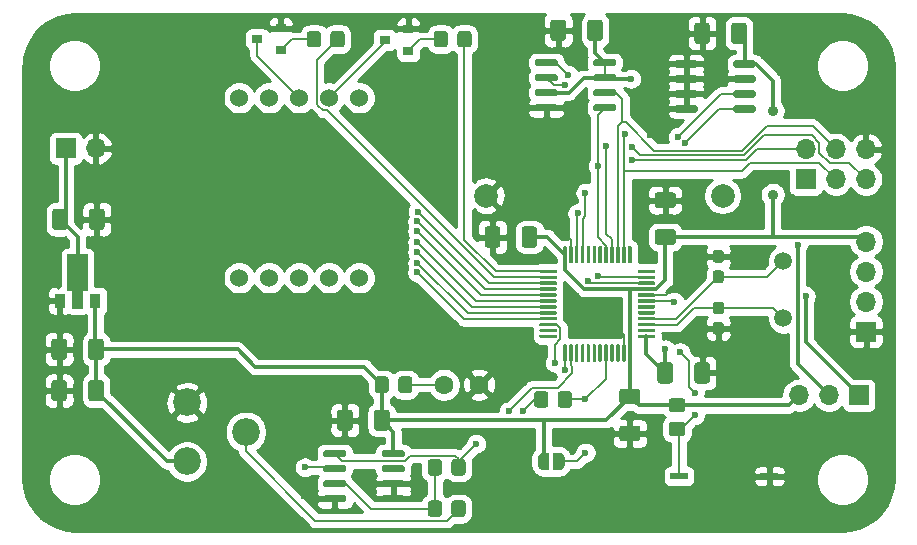
<source format=gtl>
G04 #@! TF.GenerationSoftware,KiCad,Pcbnew,(5.1.10)-1*
G04 #@! TF.CreationDate,2022-03-27T16:28:06+02:00*
G04 #@! TF.ProjectId,pullup_counter_schematic,70756c6c-7570-45f6-936f-756e7465725f,1*
G04 #@! TF.SameCoordinates,Original*
G04 #@! TF.FileFunction,Copper,L1,Top*
G04 #@! TF.FilePolarity,Positive*
%FSLAX46Y46*%
G04 Gerber Fmt 4.6, Leading zero omitted, Abs format (unit mm)*
G04 Created by KiCad (PCBNEW (5.1.10)-1) date 2022-03-27 16:28:06*
%MOMM*%
%LPD*%
G01*
G04 APERTURE LIST*
G04 #@! TA.AperFunction,ComponentPad*
%ADD10C,2.340000*%
G04 #@! TD*
G04 #@! TA.AperFunction,ComponentPad*
%ADD11O,1.700000X1.700000*%
G04 #@! TD*
G04 #@! TA.AperFunction,ComponentPad*
%ADD12R,1.700000X1.700000*%
G04 #@! TD*
G04 #@! TA.AperFunction,SMDPad,CuDef*
%ADD13R,1.500000X0.600000*%
G04 #@! TD*
G04 #@! TA.AperFunction,ComponentPad*
%ADD14C,2.000000*%
G04 #@! TD*
G04 #@! TA.AperFunction,ComponentPad*
%ADD15C,1.500000*%
G04 #@! TD*
G04 #@! TA.AperFunction,ComponentPad*
%ADD16C,1.524000*%
G04 #@! TD*
G04 #@! TA.AperFunction,SMDPad,CuDef*
%ADD17C,0.152400*%
G04 #@! TD*
G04 #@! TA.AperFunction,SMDPad,CuDef*
%ADD18R,0.900000X1.300000*%
G04 #@! TD*
G04 #@! TA.AperFunction,ComponentPad*
%ADD19C,1.600000*%
G04 #@! TD*
G04 #@! TA.AperFunction,SMDPad,CuDef*
%ADD20R,0.900000X0.800000*%
G04 #@! TD*
G04 #@! TA.AperFunction,ViaPad*
%ADD21C,0.600000*%
G04 #@! TD*
G04 #@! TA.AperFunction,ViaPad*
%ADD22C,0.900000*%
G04 #@! TD*
G04 #@! TA.AperFunction,Conductor*
%ADD23C,0.200000*%
G04 #@! TD*
G04 #@! TA.AperFunction,Conductor*
%ADD24C,0.300000*%
G04 #@! TD*
G04 #@! TA.AperFunction,Conductor*
%ADD25C,0.254000*%
G04 #@! TD*
G04 #@! TA.AperFunction,Conductor*
%ADD26C,0.152400*%
G04 #@! TD*
G04 APERTURE END LIST*
D10*
X164500000Y-67500000D03*
X169500000Y-65000000D03*
X164500000Y-62500000D03*
D11*
X221980000Y-41060000D03*
X221980000Y-43600000D03*
X219440000Y-41060000D03*
X219440000Y-43600000D03*
X216900000Y-41060000D03*
D12*
X216900000Y-43600000D03*
D11*
X216320000Y-61900000D03*
X218860000Y-61900000D03*
D12*
X221400000Y-61900000D03*
G04 #@! TA.AperFunction,SMDPad,CuDef*
G36*
G01*
X198900000Y-33900000D02*
X198900000Y-33600000D01*
G75*
G02*
X199050000Y-33450000I150000J0D01*
G01*
X200700000Y-33450000D01*
G75*
G02*
X200850000Y-33600000I0J-150000D01*
G01*
X200850000Y-33900000D01*
G75*
G02*
X200700000Y-34050000I-150000J0D01*
G01*
X199050000Y-34050000D01*
G75*
G02*
X198900000Y-33900000I0J150000D01*
G01*
G37*
G04 #@! TD.AperFunction*
G04 #@! TA.AperFunction,SMDPad,CuDef*
G36*
G01*
X198900000Y-35170000D02*
X198900000Y-34870000D01*
G75*
G02*
X199050000Y-34720000I150000J0D01*
G01*
X200700000Y-34720000D01*
G75*
G02*
X200850000Y-34870000I0J-150000D01*
G01*
X200850000Y-35170000D01*
G75*
G02*
X200700000Y-35320000I-150000J0D01*
G01*
X199050000Y-35320000D01*
G75*
G02*
X198900000Y-35170000I0J150000D01*
G01*
G37*
G04 #@! TD.AperFunction*
G04 #@! TA.AperFunction,SMDPad,CuDef*
G36*
G01*
X198900000Y-36440000D02*
X198900000Y-36140000D01*
G75*
G02*
X199050000Y-35990000I150000J0D01*
G01*
X200700000Y-35990000D01*
G75*
G02*
X200850000Y-36140000I0J-150000D01*
G01*
X200850000Y-36440000D01*
G75*
G02*
X200700000Y-36590000I-150000J0D01*
G01*
X199050000Y-36590000D01*
G75*
G02*
X198900000Y-36440000I0J150000D01*
G01*
G37*
G04 #@! TD.AperFunction*
G04 #@! TA.AperFunction,SMDPad,CuDef*
G36*
G01*
X198900000Y-37710000D02*
X198900000Y-37410000D01*
G75*
G02*
X199050000Y-37260000I150000J0D01*
G01*
X200700000Y-37260000D01*
G75*
G02*
X200850000Y-37410000I0J-150000D01*
G01*
X200850000Y-37710000D01*
G75*
G02*
X200700000Y-37860000I-150000J0D01*
G01*
X199050000Y-37860000D01*
G75*
G02*
X198900000Y-37710000I0J150000D01*
G01*
G37*
G04 #@! TD.AperFunction*
G04 #@! TA.AperFunction,SMDPad,CuDef*
G36*
G01*
X193950000Y-37710000D02*
X193950000Y-37410000D01*
G75*
G02*
X194100000Y-37260000I150000J0D01*
G01*
X195750000Y-37260000D01*
G75*
G02*
X195900000Y-37410000I0J-150000D01*
G01*
X195900000Y-37710000D01*
G75*
G02*
X195750000Y-37860000I-150000J0D01*
G01*
X194100000Y-37860000D01*
G75*
G02*
X193950000Y-37710000I0J150000D01*
G01*
G37*
G04 #@! TD.AperFunction*
G04 #@! TA.AperFunction,SMDPad,CuDef*
G36*
G01*
X193950000Y-36440000D02*
X193950000Y-36140000D01*
G75*
G02*
X194100000Y-35990000I150000J0D01*
G01*
X195750000Y-35990000D01*
G75*
G02*
X195900000Y-36140000I0J-150000D01*
G01*
X195900000Y-36440000D01*
G75*
G02*
X195750000Y-36590000I-150000J0D01*
G01*
X194100000Y-36590000D01*
G75*
G02*
X193950000Y-36440000I0J150000D01*
G01*
G37*
G04 #@! TD.AperFunction*
G04 #@! TA.AperFunction,SMDPad,CuDef*
G36*
G01*
X193950000Y-35170000D02*
X193950000Y-34870000D01*
G75*
G02*
X194100000Y-34720000I150000J0D01*
G01*
X195750000Y-34720000D01*
G75*
G02*
X195900000Y-34870000I0J-150000D01*
G01*
X195900000Y-35170000D01*
G75*
G02*
X195750000Y-35320000I-150000J0D01*
G01*
X194100000Y-35320000D01*
G75*
G02*
X193950000Y-35170000I0J150000D01*
G01*
G37*
G04 #@! TD.AperFunction*
G04 #@! TA.AperFunction,SMDPad,CuDef*
G36*
G01*
X193950000Y-33900000D02*
X193950000Y-33600000D01*
G75*
G02*
X194100000Y-33450000I150000J0D01*
G01*
X195750000Y-33450000D01*
G75*
G02*
X195900000Y-33600000I0J-150000D01*
G01*
X195900000Y-33900000D01*
G75*
G02*
X195750000Y-34050000I-150000J0D01*
G01*
X194100000Y-34050000D01*
G75*
G02*
X193950000Y-33900000I0J150000D01*
G01*
G37*
G04 #@! TD.AperFunction*
D13*
X213825000Y-68750000D03*
X206175000Y-68750000D03*
D14*
X189850000Y-45000000D03*
X209850000Y-45000000D03*
D15*
X215000000Y-50500000D03*
X215000000Y-55380000D03*
G04 #@! TA.AperFunction,SMDPad,CuDef*
G36*
G01*
X205549999Y-64150000D02*
X206450001Y-64150000D01*
G75*
G02*
X206700000Y-64399999I0J-249999D01*
G01*
X206700000Y-65100001D01*
G75*
G02*
X206450001Y-65350000I-249999J0D01*
G01*
X205549999Y-65350000D01*
G75*
G02*
X205300000Y-65100001I0J249999D01*
G01*
X205300000Y-64399999D01*
G75*
G02*
X205549999Y-64150000I249999J0D01*
G01*
G37*
G04 #@! TD.AperFunction*
G04 #@! TA.AperFunction,SMDPad,CuDef*
G36*
G01*
X205549999Y-62150000D02*
X206450001Y-62150000D01*
G75*
G02*
X206700000Y-62399999I0J-249999D01*
G01*
X206700000Y-63100001D01*
G75*
G02*
X206450001Y-63350000I-249999J0D01*
G01*
X205549999Y-63350000D01*
G75*
G02*
X205300000Y-63100001I0J249999D01*
G01*
X205300000Y-62399999D01*
G75*
G02*
X205549999Y-62150000I249999J0D01*
G01*
G37*
G04 #@! TD.AperFunction*
D11*
X222000000Y-48880000D03*
X222000000Y-51420000D03*
X222000000Y-53960000D03*
D12*
X222000000Y-56500000D03*
G04 #@! TA.AperFunction,SMDPad,CuDef*
G36*
G01*
X207462500Y-60650002D02*
X207462500Y-59349998D01*
G75*
G02*
X207712498Y-59100000I249998J0D01*
G01*
X208537502Y-59100000D01*
G75*
G02*
X208787500Y-59349998I0J-249998D01*
G01*
X208787500Y-60650002D01*
G75*
G02*
X208537502Y-60900000I-249998J0D01*
G01*
X207712498Y-60900000D01*
G75*
G02*
X207462500Y-60650002I0J249998D01*
G01*
G37*
G04 #@! TD.AperFunction*
G04 #@! TA.AperFunction,SMDPad,CuDef*
G36*
G01*
X204337500Y-60650002D02*
X204337500Y-59349998D01*
G75*
G02*
X204587498Y-59100000I249998J0D01*
G01*
X205412502Y-59100000D01*
G75*
G02*
X205662500Y-59349998I0J-249998D01*
G01*
X205662500Y-60650002D01*
G75*
G02*
X205412502Y-60900000I-249998J0D01*
G01*
X204587498Y-60900000D01*
G75*
G02*
X204337500Y-60650002I0J249998D01*
G01*
G37*
G04 #@! TD.AperFunction*
G04 #@! TA.AperFunction,SMDPad,CuDef*
G36*
G01*
X209737500Y-50675000D02*
X209262500Y-50675000D01*
G75*
G02*
X209025000Y-50437500I0J237500D01*
G01*
X209025000Y-49837500D01*
G75*
G02*
X209262500Y-49600000I237500J0D01*
G01*
X209737500Y-49600000D01*
G75*
G02*
X209975000Y-49837500I0J-237500D01*
G01*
X209975000Y-50437500D01*
G75*
G02*
X209737500Y-50675000I-237500J0D01*
G01*
G37*
G04 #@! TD.AperFunction*
G04 #@! TA.AperFunction,SMDPad,CuDef*
G36*
G01*
X209737500Y-52400000D02*
X209262500Y-52400000D01*
G75*
G02*
X209025000Y-52162500I0J237500D01*
G01*
X209025000Y-51562500D01*
G75*
G02*
X209262500Y-51325000I237500J0D01*
G01*
X209737500Y-51325000D01*
G75*
G02*
X209975000Y-51562500I0J-237500D01*
G01*
X209975000Y-52162500D01*
G75*
G02*
X209737500Y-52400000I-237500J0D01*
G01*
G37*
G04 #@! TD.AperFunction*
G04 #@! TA.AperFunction,SMDPad,CuDef*
G36*
G01*
X209262500Y-55687501D02*
X209737500Y-55687501D01*
G75*
G02*
X209975000Y-55925001I0J-237500D01*
G01*
X209975000Y-56525001D01*
G75*
G02*
X209737500Y-56762501I-237500J0D01*
G01*
X209262500Y-56762501D01*
G75*
G02*
X209025000Y-56525001I0J237500D01*
G01*
X209025000Y-55925001D01*
G75*
G02*
X209262500Y-55687501I237500J0D01*
G01*
G37*
G04 #@! TD.AperFunction*
G04 #@! TA.AperFunction,SMDPad,CuDef*
G36*
G01*
X209262500Y-53962501D02*
X209737500Y-53962501D01*
G75*
G02*
X209975000Y-54200001I0J-237500D01*
G01*
X209975000Y-54800001D01*
G75*
G02*
X209737500Y-55037501I-237500J0D01*
G01*
X209262500Y-55037501D01*
G75*
G02*
X209025000Y-54800001I0J237500D01*
G01*
X209025000Y-54200001D01*
G75*
G02*
X209262500Y-53962501I237500J0D01*
G01*
G37*
G04 #@! TD.AperFunction*
G04 #@! TA.AperFunction,SMDPad,CuDef*
G36*
G01*
X202150000Y-57662500D02*
X202150000Y-58987500D01*
G75*
G02*
X202075000Y-59062500I-75000J0D01*
G01*
X201925000Y-59062500D01*
G75*
G02*
X201850000Y-58987500I0J75000D01*
G01*
X201850000Y-57662500D01*
G75*
G02*
X201925000Y-57587500I75000J0D01*
G01*
X202075000Y-57587500D01*
G75*
G02*
X202150000Y-57662500I0J-75000D01*
G01*
G37*
G04 #@! TD.AperFunction*
G04 #@! TA.AperFunction,SMDPad,CuDef*
G36*
G01*
X201650000Y-57662500D02*
X201650000Y-58987500D01*
G75*
G02*
X201575000Y-59062500I-75000J0D01*
G01*
X201425000Y-59062500D01*
G75*
G02*
X201350000Y-58987500I0J75000D01*
G01*
X201350000Y-57662500D01*
G75*
G02*
X201425000Y-57587500I75000J0D01*
G01*
X201575000Y-57587500D01*
G75*
G02*
X201650000Y-57662500I0J-75000D01*
G01*
G37*
G04 #@! TD.AperFunction*
G04 #@! TA.AperFunction,SMDPad,CuDef*
G36*
G01*
X201150000Y-57662500D02*
X201150000Y-58987500D01*
G75*
G02*
X201075000Y-59062500I-75000J0D01*
G01*
X200925000Y-59062500D01*
G75*
G02*
X200850000Y-58987500I0J75000D01*
G01*
X200850000Y-57662500D01*
G75*
G02*
X200925000Y-57587500I75000J0D01*
G01*
X201075000Y-57587500D01*
G75*
G02*
X201150000Y-57662500I0J-75000D01*
G01*
G37*
G04 #@! TD.AperFunction*
G04 #@! TA.AperFunction,SMDPad,CuDef*
G36*
G01*
X200650000Y-57662500D02*
X200650000Y-58987500D01*
G75*
G02*
X200575000Y-59062500I-75000J0D01*
G01*
X200425000Y-59062500D01*
G75*
G02*
X200350000Y-58987500I0J75000D01*
G01*
X200350000Y-57662500D01*
G75*
G02*
X200425000Y-57587500I75000J0D01*
G01*
X200575000Y-57587500D01*
G75*
G02*
X200650000Y-57662500I0J-75000D01*
G01*
G37*
G04 #@! TD.AperFunction*
G04 #@! TA.AperFunction,SMDPad,CuDef*
G36*
G01*
X200150000Y-57662500D02*
X200150000Y-58987500D01*
G75*
G02*
X200075000Y-59062500I-75000J0D01*
G01*
X199925000Y-59062500D01*
G75*
G02*
X199850000Y-58987500I0J75000D01*
G01*
X199850000Y-57662500D01*
G75*
G02*
X199925000Y-57587500I75000J0D01*
G01*
X200075000Y-57587500D01*
G75*
G02*
X200150000Y-57662500I0J-75000D01*
G01*
G37*
G04 #@! TD.AperFunction*
G04 #@! TA.AperFunction,SMDPad,CuDef*
G36*
G01*
X199650000Y-57662500D02*
X199650000Y-58987500D01*
G75*
G02*
X199575000Y-59062500I-75000J0D01*
G01*
X199425000Y-59062500D01*
G75*
G02*
X199350000Y-58987500I0J75000D01*
G01*
X199350000Y-57662500D01*
G75*
G02*
X199425000Y-57587500I75000J0D01*
G01*
X199575000Y-57587500D01*
G75*
G02*
X199650000Y-57662500I0J-75000D01*
G01*
G37*
G04 #@! TD.AperFunction*
G04 #@! TA.AperFunction,SMDPad,CuDef*
G36*
G01*
X199150000Y-57662500D02*
X199150000Y-58987500D01*
G75*
G02*
X199075000Y-59062500I-75000J0D01*
G01*
X198925000Y-59062500D01*
G75*
G02*
X198850000Y-58987500I0J75000D01*
G01*
X198850000Y-57662500D01*
G75*
G02*
X198925000Y-57587500I75000J0D01*
G01*
X199075000Y-57587500D01*
G75*
G02*
X199150000Y-57662500I0J-75000D01*
G01*
G37*
G04 #@! TD.AperFunction*
G04 #@! TA.AperFunction,SMDPad,CuDef*
G36*
G01*
X198650000Y-57662500D02*
X198650000Y-58987500D01*
G75*
G02*
X198575000Y-59062500I-75000J0D01*
G01*
X198425000Y-59062500D01*
G75*
G02*
X198350000Y-58987500I0J75000D01*
G01*
X198350000Y-57662500D01*
G75*
G02*
X198425000Y-57587500I75000J0D01*
G01*
X198575000Y-57587500D01*
G75*
G02*
X198650000Y-57662500I0J-75000D01*
G01*
G37*
G04 #@! TD.AperFunction*
G04 #@! TA.AperFunction,SMDPad,CuDef*
G36*
G01*
X198150000Y-57662500D02*
X198150000Y-58987500D01*
G75*
G02*
X198075000Y-59062500I-75000J0D01*
G01*
X197925000Y-59062500D01*
G75*
G02*
X197850000Y-58987500I0J75000D01*
G01*
X197850000Y-57662500D01*
G75*
G02*
X197925000Y-57587500I75000J0D01*
G01*
X198075000Y-57587500D01*
G75*
G02*
X198150000Y-57662500I0J-75000D01*
G01*
G37*
G04 #@! TD.AperFunction*
G04 #@! TA.AperFunction,SMDPad,CuDef*
G36*
G01*
X197650000Y-57662500D02*
X197650000Y-58987500D01*
G75*
G02*
X197575000Y-59062500I-75000J0D01*
G01*
X197425000Y-59062500D01*
G75*
G02*
X197350000Y-58987500I0J75000D01*
G01*
X197350000Y-57662500D01*
G75*
G02*
X197425000Y-57587500I75000J0D01*
G01*
X197575000Y-57587500D01*
G75*
G02*
X197650000Y-57662500I0J-75000D01*
G01*
G37*
G04 #@! TD.AperFunction*
G04 #@! TA.AperFunction,SMDPad,CuDef*
G36*
G01*
X197150000Y-57662500D02*
X197150000Y-58987500D01*
G75*
G02*
X197075000Y-59062500I-75000J0D01*
G01*
X196925000Y-59062500D01*
G75*
G02*
X196850000Y-58987500I0J75000D01*
G01*
X196850000Y-57662500D01*
G75*
G02*
X196925000Y-57587500I75000J0D01*
G01*
X197075000Y-57587500D01*
G75*
G02*
X197150000Y-57662500I0J-75000D01*
G01*
G37*
G04 #@! TD.AperFunction*
G04 #@! TA.AperFunction,SMDPad,CuDef*
G36*
G01*
X196650000Y-57662500D02*
X196650000Y-58987500D01*
G75*
G02*
X196575000Y-59062500I-75000J0D01*
G01*
X196425000Y-59062500D01*
G75*
G02*
X196350000Y-58987500I0J75000D01*
G01*
X196350000Y-57662500D01*
G75*
G02*
X196425000Y-57587500I75000J0D01*
G01*
X196575000Y-57587500D01*
G75*
G02*
X196650000Y-57662500I0J-75000D01*
G01*
G37*
G04 #@! TD.AperFunction*
G04 #@! TA.AperFunction,SMDPad,CuDef*
G36*
G01*
X195825000Y-56837500D02*
X195825000Y-56987500D01*
G75*
G02*
X195750000Y-57062500I-75000J0D01*
G01*
X194425000Y-57062500D01*
G75*
G02*
X194350000Y-56987500I0J75000D01*
G01*
X194350000Y-56837500D01*
G75*
G02*
X194425000Y-56762500I75000J0D01*
G01*
X195750000Y-56762500D01*
G75*
G02*
X195825000Y-56837500I0J-75000D01*
G01*
G37*
G04 #@! TD.AperFunction*
G04 #@! TA.AperFunction,SMDPad,CuDef*
G36*
G01*
X195825000Y-56337500D02*
X195825000Y-56487500D01*
G75*
G02*
X195750000Y-56562500I-75000J0D01*
G01*
X194425000Y-56562500D01*
G75*
G02*
X194350000Y-56487500I0J75000D01*
G01*
X194350000Y-56337500D01*
G75*
G02*
X194425000Y-56262500I75000J0D01*
G01*
X195750000Y-56262500D01*
G75*
G02*
X195825000Y-56337500I0J-75000D01*
G01*
G37*
G04 #@! TD.AperFunction*
G04 #@! TA.AperFunction,SMDPad,CuDef*
G36*
G01*
X195825000Y-55837500D02*
X195825000Y-55987500D01*
G75*
G02*
X195750000Y-56062500I-75000J0D01*
G01*
X194425000Y-56062500D01*
G75*
G02*
X194350000Y-55987500I0J75000D01*
G01*
X194350000Y-55837500D01*
G75*
G02*
X194425000Y-55762500I75000J0D01*
G01*
X195750000Y-55762500D01*
G75*
G02*
X195825000Y-55837500I0J-75000D01*
G01*
G37*
G04 #@! TD.AperFunction*
G04 #@! TA.AperFunction,SMDPad,CuDef*
G36*
G01*
X195825000Y-55337500D02*
X195825000Y-55487500D01*
G75*
G02*
X195750000Y-55562500I-75000J0D01*
G01*
X194425000Y-55562500D01*
G75*
G02*
X194350000Y-55487500I0J75000D01*
G01*
X194350000Y-55337500D01*
G75*
G02*
X194425000Y-55262500I75000J0D01*
G01*
X195750000Y-55262500D01*
G75*
G02*
X195825000Y-55337500I0J-75000D01*
G01*
G37*
G04 #@! TD.AperFunction*
G04 #@! TA.AperFunction,SMDPad,CuDef*
G36*
G01*
X195825000Y-54837500D02*
X195825000Y-54987500D01*
G75*
G02*
X195750000Y-55062500I-75000J0D01*
G01*
X194425000Y-55062500D01*
G75*
G02*
X194350000Y-54987500I0J75000D01*
G01*
X194350000Y-54837500D01*
G75*
G02*
X194425000Y-54762500I75000J0D01*
G01*
X195750000Y-54762500D01*
G75*
G02*
X195825000Y-54837500I0J-75000D01*
G01*
G37*
G04 #@! TD.AperFunction*
G04 #@! TA.AperFunction,SMDPad,CuDef*
G36*
G01*
X195825000Y-54337500D02*
X195825000Y-54487500D01*
G75*
G02*
X195750000Y-54562500I-75000J0D01*
G01*
X194425000Y-54562500D01*
G75*
G02*
X194350000Y-54487500I0J75000D01*
G01*
X194350000Y-54337500D01*
G75*
G02*
X194425000Y-54262500I75000J0D01*
G01*
X195750000Y-54262500D01*
G75*
G02*
X195825000Y-54337500I0J-75000D01*
G01*
G37*
G04 #@! TD.AperFunction*
G04 #@! TA.AperFunction,SMDPad,CuDef*
G36*
G01*
X195825000Y-53837500D02*
X195825000Y-53987500D01*
G75*
G02*
X195750000Y-54062500I-75000J0D01*
G01*
X194425000Y-54062500D01*
G75*
G02*
X194350000Y-53987500I0J75000D01*
G01*
X194350000Y-53837500D01*
G75*
G02*
X194425000Y-53762500I75000J0D01*
G01*
X195750000Y-53762500D01*
G75*
G02*
X195825000Y-53837500I0J-75000D01*
G01*
G37*
G04 #@! TD.AperFunction*
G04 #@! TA.AperFunction,SMDPad,CuDef*
G36*
G01*
X195825000Y-53337500D02*
X195825000Y-53487500D01*
G75*
G02*
X195750000Y-53562500I-75000J0D01*
G01*
X194425000Y-53562500D01*
G75*
G02*
X194350000Y-53487500I0J75000D01*
G01*
X194350000Y-53337500D01*
G75*
G02*
X194425000Y-53262500I75000J0D01*
G01*
X195750000Y-53262500D01*
G75*
G02*
X195825000Y-53337500I0J-75000D01*
G01*
G37*
G04 #@! TD.AperFunction*
G04 #@! TA.AperFunction,SMDPad,CuDef*
G36*
G01*
X195825000Y-52837500D02*
X195825000Y-52987500D01*
G75*
G02*
X195750000Y-53062500I-75000J0D01*
G01*
X194425000Y-53062500D01*
G75*
G02*
X194350000Y-52987500I0J75000D01*
G01*
X194350000Y-52837500D01*
G75*
G02*
X194425000Y-52762500I75000J0D01*
G01*
X195750000Y-52762500D01*
G75*
G02*
X195825000Y-52837500I0J-75000D01*
G01*
G37*
G04 #@! TD.AperFunction*
G04 #@! TA.AperFunction,SMDPad,CuDef*
G36*
G01*
X195825000Y-52337500D02*
X195825000Y-52487500D01*
G75*
G02*
X195750000Y-52562500I-75000J0D01*
G01*
X194425000Y-52562500D01*
G75*
G02*
X194350000Y-52487500I0J75000D01*
G01*
X194350000Y-52337500D01*
G75*
G02*
X194425000Y-52262500I75000J0D01*
G01*
X195750000Y-52262500D01*
G75*
G02*
X195825000Y-52337500I0J-75000D01*
G01*
G37*
G04 #@! TD.AperFunction*
G04 #@! TA.AperFunction,SMDPad,CuDef*
G36*
G01*
X195825000Y-51837500D02*
X195825000Y-51987500D01*
G75*
G02*
X195750000Y-52062500I-75000J0D01*
G01*
X194425000Y-52062500D01*
G75*
G02*
X194350000Y-51987500I0J75000D01*
G01*
X194350000Y-51837500D01*
G75*
G02*
X194425000Y-51762500I75000J0D01*
G01*
X195750000Y-51762500D01*
G75*
G02*
X195825000Y-51837500I0J-75000D01*
G01*
G37*
G04 #@! TD.AperFunction*
G04 #@! TA.AperFunction,SMDPad,CuDef*
G36*
G01*
X195825000Y-51337500D02*
X195825000Y-51487500D01*
G75*
G02*
X195750000Y-51562500I-75000J0D01*
G01*
X194425000Y-51562500D01*
G75*
G02*
X194350000Y-51487500I0J75000D01*
G01*
X194350000Y-51337500D01*
G75*
G02*
X194425000Y-51262500I75000J0D01*
G01*
X195750000Y-51262500D01*
G75*
G02*
X195825000Y-51337500I0J-75000D01*
G01*
G37*
G04 #@! TD.AperFunction*
G04 #@! TA.AperFunction,SMDPad,CuDef*
G36*
G01*
X196650000Y-49337500D02*
X196650000Y-50662500D01*
G75*
G02*
X196575000Y-50737500I-75000J0D01*
G01*
X196425000Y-50737500D01*
G75*
G02*
X196350000Y-50662500I0J75000D01*
G01*
X196350000Y-49337500D01*
G75*
G02*
X196425000Y-49262500I75000J0D01*
G01*
X196575000Y-49262500D01*
G75*
G02*
X196650000Y-49337500I0J-75000D01*
G01*
G37*
G04 #@! TD.AperFunction*
G04 #@! TA.AperFunction,SMDPad,CuDef*
G36*
G01*
X197150000Y-49337500D02*
X197150000Y-50662500D01*
G75*
G02*
X197075000Y-50737500I-75000J0D01*
G01*
X196925000Y-50737500D01*
G75*
G02*
X196850000Y-50662500I0J75000D01*
G01*
X196850000Y-49337500D01*
G75*
G02*
X196925000Y-49262500I75000J0D01*
G01*
X197075000Y-49262500D01*
G75*
G02*
X197150000Y-49337500I0J-75000D01*
G01*
G37*
G04 #@! TD.AperFunction*
G04 #@! TA.AperFunction,SMDPad,CuDef*
G36*
G01*
X197650000Y-49337500D02*
X197650000Y-50662500D01*
G75*
G02*
X197575000Y-50737500I-75000J0D01*
G01*
X197425000Y-50737500D01*
G75*
G02*
X197350000Y-50662500I0J75000D01*
G01*
X197350000Y-49337500D01*
G75*
G02*
X197425000Y-49262500I75000J0D01*
G01*
X197575000Y-49262500D01*
G75*
G02*
X197650000Y-49337500I0J-75000D01*
G01*
G37*
G04 #@! TD.AperFunction*
G04 #@! TA.AperFunction,SMDPad,CuDef*
G36*
G01*
X198150000Y-49337500D02*
X198150000Y-50662500D01*
G75*
G02*
X198075000Y-50737500I-75000J0D01*
G01*
X197925000Y-50737500D01*
G75*
G02*
X197850000Y-50662500I0J75000D01*
G01*
X197850000Y-49337500D01*
G75*
G02*
X197925000Y-49262500I75000J0D01*
G01*
X198075000Y-49262500D01*
G75*
G02*
X198150000Y-49337500I0J-75000D01*
G01*
G37*
G04 #@! TD.AperFunction*
G04 #@! TA.AperFunction,SMDPad,CuDef*
G36*
G01*
X198650000Y-49337500D02*
X198650000Y-50662500D01*
G75*
G02*
X198575000Y-50737500I-75000J0D01*
G01*
X198425000Y-50737500D01*
G75*
G02*
X198350000Y-50662500I0J75000D01*
G01*
X198350000Y-49337500D01*
G75*
G02*
X198425000Y-49262500I75000J0D01*
G01*
X198575000Y-49262500D01*
G75*
G02*
X198650000Y-49337500I0J-75000D01*
G01*
G37*
G04 #@! TD.AperFunction*
G04 #@! TA.AperFunction,SMDPad,CuDef*
G36*
G01*
X199150000Y-49337500D02*
X199150000Y-50662500D01*
G75*
G02*
X199075000Y-50737500I-75000J0D01*
G01*
X198925000Y-50737500D01*
G75*
G02*
X198850000Y-50662500I0J75000D01*
G01*
X198850000Y-49337500D01*
G75*
G02*
X198925000Y-49262500I75000J0D01*
G01*
X199075000Y-49262500D01*
G75*
G02*
X199150000Y-49337500I0J-75000D01*
G01*
G37*
G04 #@! TD.AperFunction*
G04 #@! TA.AperFunction,SMDPad,CuDef*
G36*
G01*
X199650000Y-49337500D02*
X199650000Y-50662500D01*
G75*
G02*
X199575000Y-50737500I-75000J0D01*
G01*
X199425000Y-50737500D01*
G75*
G02*
X199350000Y-50662500I0J75000D01*
G01*
X199350000Y-49337500D01*
G75*
G02*
X199425000Y-49262500I75000J0D01*
G01*
X199575000Y-49262500D01*
G75*
G02*
X199650000Y-49337500I0J-75000D01*
G01*
G37*
G04 #@! TD.AperFunction*
G04 #@! TA.AperFunction,SMDPad,CuDef*
G36*
G01*
X200150000Y-49337500D02*
X200150000Y-50662500D01*
G75*
G02*
X200075000Y-50737500I-75000J0D01*
G01*
X199925000Y-50737500D01*
G75*
G02*
X199850000Y-50662500I0J75000D01*
G01*
X199850000Y-49337500D01*
G75*
G02*
X199925000Y-49262500I75000J0D01*
G01*
X200075000Y-49262500D01*
G75*
G02*
X200150000Y-49337500I0J-75000D01*
G01*
G37*
G04 #@! TD.AperFunction*
G04 #@! TA.AperFunction,SMDPad,CuDef*
G36*
G01*
X200650000Y-49337500D02*
X200650000Y-50662500D01*
G75*
G02*
X200575000Y-50737500I-75000J0D01*
G01*
X200425000Y-50737500D01*
G75*
G02*
X200350000Y-50662500I0J75000D01*
G01*
X200350000Y-49337500D01*
G75*
G02*
X200425000Y-49262500I75000J0D01*
G01*
X200575000Y-49262500D01*
G75*
G02*
X200650000Y-49337500I0J-75000D01*
G01*
G37*
G04 #@! TD.AperFunction*
G04 #@! TA.AperFunction,SMDPad,CuDef*
G36*
G01*
X201150000Y-49337500D02*
X201150000Y-50662500D01*
G75*
G02*
X201075000Y-50737500I-75000J0D01*
G01*
X200925000Y-50737500D01*
G75*
G02*
X200850000Y-50662500I0J75000D01*
G01*
X200850000Y-49337500D01*
G75*
G02*
X200925000Y-49262500I75000J0D01*
G01*
X201075000Y-49262500D01*
G75*
G02*
X201150000Y-49337500I0J-75000D01*
G01*
G37*
G04 #@! TD.AperFunction*
G04 #@! TA.AperFunction,SMDPad,CuDef*
G36*
G01*
X201650000Y-49337500D02*
X201650000Y-50662500D01*
G75*
G02*
X201575000Y-50737500I-75000J0D01*
G01*
X201425000Y-50737500D01*
G75*
G02*
X201350000Y-50662500I0J75000D01*
G01*
X201350000Y-49337500D01*
G75*
G02*
X201425000Y-49262500I75000J0D01*
G01*
X201575000Y-49262500D01*
G75*
G02*
X201650000Y-49337500I0J-75000D01*
G01*
G37*
G04 #@! TD.AperFunction*
G04 #@! TA.AperFunction,SMDPad,CuDef*
G36*
G01*
X202150000Y-49337500D02*
X202150000Y-50662500D01*
G75*
G02*
X202075000Y-50737500I-75000J0D01*
G01*
X201925000Y-50737500D01*
G75*
G02*
X201850000Y-50662500I0J75000D01*
G01*
X201850000Y-49337500D01*
G75*
G02*
X201925000Y-49262500I75000J0D01*
G01*
X202075000Y-49262500D01*
G75*
G02*
X202150000Y-49337500I0J-75000D01*
G01*
G37*
G04 #@! TD.AperFunction*
G04 #@! TA.AperFunction,SMDPad,CuDef*
G36*
G01*
X204150000Y-51337500D02*
X204150000Y-51487500D01*
G75*
G02*
X204075000Y-51562500I-75000J0D01*
G01*
X202750000Y-51562500D01*
G75*
G02*
X202675000Y-51487500I0J75000D01*
G01*
X202675000Y-51337500D01*
G75*
G02*
X202750000Y-51262500I75000J0D01*
G01*
X204075000Y-51262500D01*
G75*
G02*
X204150000Y-51337500I0J-75000D01*
G01*
G37*
G04 #@! TD.AperFunction*
G04 #@! TA.AperFunction,SMDPad,CuDef*
G36*
G01*
X204150000Y-51837500D02*
X204150000Y-51987500D01*
G75*
G02*
X204075000Y-52062500I-75000J0D01*
G01*
X202750000Y-52062500D01*
G75*
G02*
X202675000Y-51987500I0J75000D01*
G01*
X202675000Y-51837500D01*
G75*
G02*
X202750000Y-51762500I75000J0D01*
G01*
X204075000Y-51762500D01*
G75*
G02*
X204150000Y-51837500I0J-75000D01*
G01*
G37*
G04 #@! TD.AperFunction*
G04 #@! TA.AperFunction,SMDPad,CuDef*
G36*
G01*
X204150000Y-52337500D02*
X204150000Y-52487500D01*
G75*
G02*
X204075000Y-52562500I-75000J0D01*
G01*
X202750000Y-52562500D01*
G75*
G02*
X202675000Y-52487500I0J75000D01*
G01*
X202675000Y-52337500D01*
G75*
G02*
X202750000Y-52262500I75000J0D01*
G01*
X204075000Y-52262500D01*
G75*
G02*
X204150000Y-52337500I0J-75000D01*
G01*
G37*
G04 #@! TD.AperFunction*
G04 #@! TA.AperFunction,SMDPad,CuDef*
G36*
G01*
X204150000Y-52837500D02*
X204150000Y-52987500D01*
G75*
G02*
X204075000Y-53062500I-75000J0D01*
G01*
X202750000Y-53062500D01*
G75*
G02*
X202675000Y-52987500I0J75000D01*
G01*
X202675000Y-52837500D01*
G75*
G02*
X202750000Y-52762500I75000J0D01*
G01*
X204075000Y-52762500D01*
G75*
G02*
X204150000Y-52837500I0J-75000D01*
G01*
G37*
G04 #@! TD.AperFunction*
G04 #@! TA.AperFunction,SMDPad,CuDef*
G36*
G01*
X204150000Y-53337500D02*
X204150000Y-53487500D01*
G75*
G02*
X204075000Y-53562500I-75000J0D01*
G01*
X202750000Y-53562500D01*
G75*
G02*
X202675000Y-53487500I0J75000D01*
G01*
X202675000Y-53337500D01*
G75*
G02*
X202750000Y-53262500I75000J0D01*
G01*
X204075000Y-53262500D01*
G75*
G02*
X204150000Y-53337500I0J-75000D01*
G01*
G37*
G04 #@! TD.AperFunction*
G04 #@! TA.AperFunction,SMDPad,CuDef*
G36*
G01*
X204150000Y-53837500D02*
X204150000Y-53987500D01*
G75*
G02*
X204075000Y-54062500I-75000J0D01*
G01*
X202750000Y-54062500D01*
G75*
G02*
X202675000Y-53987500I0J75000D01*
G01*
X202675000Y-53837500D01*
G75*
G02*
X202750000Y-53762500I75000J0D01*
G01*
X204075000Y-53762500D01*
G75*
G02*
X204150000Y-53837500I0J-75000D01*
G01*
G37*
G04 #@! TD.AperFunction*
G04 #@! TA.AperFunction,SMDPad,CuDef*
G36*
G01*
X204150000Y-54337500D02*
X204150000Y-54487500D01*
G75*
G02*
X204075000Y-54562500I-75000J0D01*
G01*
X202750000Y-54562500D01*
G75*
G02*
X202675000Y-54487500I0J75000D01*
G01*
X202675000Y-54337500D01*
G75*
G02*
X202750000Y-54262500I75000J0D01*
G01*
X204075000Y-54262500D01*
G75*
G02*
X204150000Y-54337500I0J-75000D01*
G01*
G37*
G04 #@! TD.AperFunction*
G04 #@! TA.AperFunction,SMDPad,CuDef*
G36*
G01*
X204150000Y-54837500D02*
X204150000Y-54987500D01*
G75*
G02*
X204075000Y-55062500I-75000J0D01*
G01*
X202750000Y-55062500D01*
G75*
G02*
X202675000Y-54987500I0J75000D01*
G01*
X202675000Y-54837500D01*
G75*
G02*
X202750000Y-54762500I75000J0D01*
G01*
X204075000Y-54762500D01*
G75*
G02*
X204150000Y-54837500I0J-75000D01*
G01*
G37*
G04 #@! TD.AperFunction*
G04 #@! TA.AperFunction,SMDPad,CuDef*
G36*
G01*
X204150000Y-55337500D02*
X204150000Y-55487500D01*
G75*
G02*
X204075000Y-55562500I-75000J0D01*
G01*
X202750000Y-55562500D01*
G75*
G02*
X202675000Y-55487500I0J75000D01*
G01*
X202675000Y-55337500D01*
G75*
G02*
X202750000Y-55262500I75000J0D01*
G01*
X204075000Y-55262500D01*
G75*
G02*
X204150000Y-55337500I0J-75000D01*
G01*
G37*
G04 #@! TD.AperFunction*
G04 #@! TA.AperFunction,SMDPad,CuDef*
G36*
G01*
X204150000Y-55837500D02*
X204150000Y-55987500D01*
G75*
G02*
X204075000Y-56062500I-75000J0D01*
G01*
X202750000Y-56062500D01*
G75*
G02*
X202675000Y-55987500I0J75000D01*
G01*
X202675000Y-55837500D01*
G75*
G02*
X202750000Y-55762500I75000J0D01*
G01*
X204075000Y-55762500D01*
G75*
G02*
X204150000Y-55837500I0J-75000D01*
G01*
G37*
G04 #@! TD.AperFunction*
G04 #@! TA.AperFunction,SMDPad,CuDef*
G36*
G01*
X204150000Y-56337500D02*
X204150000Y-56487500D01*
G75*
G02*
X204075000Y-56562500I-75000J0D01*
G01*
X202750000Y-56562500D01*
G75*
G02*
X202675000Y-56487500I0J75000D01*
G01*
X202675000Y-56337500D01*
G75*
G02*
X202750000Y-56262500I75000J0D01*
G01*
X204075000Y-56262500D01*
G75*
G02*
X204150000Y-56337500I0J-75000D01*
G01*
G37*
G04 #@! TD.AperFunction*
G04 #@! TA.AperFunction,SMDPad,CuDef*
G36*
G01*
X204150000Y-56837500D02*
X204150000Y-56987500D01*
G75*
G02*
X204075000Y-57062500I-75000J0D01*
G01*
X202750000Y-57062500D01*
G75*
G02*
X202675000Y-56987500I0J75000D01*
G01*
X202675000Y-56837500D01*
G75*
G02*
X202750000Y-56762500I75000J0D01*
G01*
X204075000Y-56762500D01*
G75*
G02*
X204150000Y-56837500I0J-75000D01*
G01*
G37*
G04 #@! TD.AperFunction*
G04 #@! TA.AperFunction,SMDPad,CuDef*
G36*
G01*
X210750000Y-33995000D02*
X210750000Y-33695000D01*
G75*
G02*
X210900000Y-33545000I150000J0D01*
G01*
X212550000Y-33545000D01*
G75*
G02*
X212700000Y-33695000I0J-150000D01*
G01*
X212700000Y-33995000D01*
G75*
G02*
X212550000Y-34145000I-150000J0D01*
G01*
X210900000Y-34145000D01*
G75*
G02*
X210750000Y-33995000I0J150000D01*
G01*
G37*
G04 #@! TD.AperFunction*
G04 #@! TA.AperFunction,SMDPad,CuDef*
G36*
G01*
X210750000Y-35265000D02*
X210750000Y-34965000D01*
G75*
G02*
X210900000Y-34815000I150000J0D01*
G01*
X212550000Y-34815000D01*
G75*
G02*
X212700000Y-34965000I0J-150000D01*
G01*
X212700000Y-35265000D01*
G75*
G02*
X212550000Y-35415000I-150000J0D01*
G01*
X210900000Y-35415000D01*
G75*
G02*
X210750000Y-35265000I0J150000D01*
G01*
G37*
G04 #@! TD.AperFunction*
G04 #@! TA.AperFunction,SMDPad,CuDef*
G36*
G01*
X210750000Y-36535000D02*
X210750000Y-36235000D01*
G75*
G02*
X210900000Y-36085000I150000J0D01*
G01*
X212550000Y-36085000D01*
G75*
G02*
X212700000Y-36235000I0J-150000D01*
G01*
X212700000Y-36535000D01*
G75*
G02*
X212550000Y-36685000I-150000J0D01*
G01*
X210900000Y-36685000D01*
G75*
G02*
X210750000Y-36535000I0J150000D01*
G01*
G37*
G04 #@! TD.AperFunction*
G04 #@! TA.AperFunction,SMDPad,CuDef*
G36*
G01*
X210750000Y-37805000D02*
X210750000Y-37505000D01*
G75*
G02*
X210900000Y-37355000I150000J0D01*
G01*
X212550000Y-37355000D01*
G75*
G02*
X212700000Y-37505000I0J-150000D01*
G01*
X212700000Y-37805000D01*
G75*
G02*
X212550000Y-37955000I-150000J0D01*
G01*
X210900000Y-37955000D01*
G75*
G02*
X210750000Y-37805000I0J150000D01*
G01*
G37*
G04 #@! TD.AperFunction*
G04 #@! TA.AperFunction,SMDPad,CuDef*
G36*
G01*
X205800000Y-37805000D02*
X205800000Y-37505000D01*
G75*
G02*
X205950000Y-37355000I150000J0D01*
G01*
X207600000Y-37355000D01*
G75*
G02*
X207750000Y-37505000I0J-150000D01*
G01*
X207750000Y-37805000D01*
G75*
G02*
X207600000Y-37955000I-150000J0D01*
G01*
X205950000Y-37955000D01*
G75*
G02*
X205800000Y-37805000I0J150000D01*
G01*
G37*
G04 #@! TD.AperFunction*
G04 #@! TA.AperFunction,SMDPad,CuDef*
G36*
G01*
X205800000Y-36535000D02*
X205800000Y-36235000D01*
G75*
G02*
X205950000Y-36085000I150000J0D01*
G01*
X207600000Y-36085000D01*
G75*
G02*
X207750000Y-36235000I0J-150000D01*
G01*
X207750000Y-36535000D01*
G75*
G02*
X207600000Y-36685000I-150000J0D01*
G01*
X205950000Y-36685000D01*
G75*
G02*
X205800000Y-36535000I0J150000D01*
G01*
G37*
G04 #@! TD.AperFunction*
G04 #@! TA.AperFunction,SMDPad,CuDef*
G36*
G01*
X205800000Y-35265000D02*
X205800000Y-34965000D01*
G75*
G02*
X205950000Y-34815000I150000J0D01*
G01*
X207600000Y-34815000D01*
G75*
G02*
X207750000Y-34965000I0J-150000D01*
G01*
X207750000Y-35265000D01*
G75*
G02*
X207600000Y-35415000I-150000J0D01*
G01*
X205950000Y-35415000D01*
G75*
G02*
X205800000Y-35265000I0J150000D01*
G01*
G37*
G04 #@! TD.AperFunction*
G04 #@! TA.AperFunction,SMDPad,CuDef*
G36*
G01*
X205800000Y-33995000D02*
X205800000Y-33695000D01*
G75*
G02*
X205950000Y-33545000I150000J0D01*
G01*
X207600000Y-33545000D01*
G75*
G02*
X207750000Y-33695000I0J-150000D01*
G01*
X207750000Y-33995000D01*
G75*
G02*
X207600000Y-34145000I-150000J0D01*
G01*
X205950000Y-34145000D01*
G75*
G02*
X205800000Y-33995000I0J150000D01*
G01*
G37*
G04 #@! TD.AperFunction*
D16*
X168920000Y-36720000D03*
X171460000Y-36720000D03*
X174000000Y-36720000D03*
X176540000Y-36720000D03*
X179080000Y-36720000D03*
X179080000Y-51960000D03*
X176540000Y-51960000D03*
X174000000Y-51960000D03*
X171460000Y-51960000D03*
X168920000Y-51960000D03*
G04 #@! TA.AperFunction,SMDPad,CuDef*
D17*
G36*
X156116500Y-49950000D02*
G01*
X156116500Y-53075000D01*
X155700000Y-53075000D01*
X155700000Y-54550000D01*
X154800000Y-54550000D01*
X154800000Y-53075000D01*
X154383500Y-53075000D01*
X154383500Y-49950000D01*
X156116500Y-49950000D01*
G37*
G04 #@! TD.AperFunction*
D18*
X156750000Y-53900000D03*
X153750000Y-53900000D03*
G04 #@! TA.AperFunction,SMDPad,CuDef*
G36*
G01*
X181000000Y-66995000D02*
X181000000Y-66695000D01*
G75*
G02*
X181150000Y-66545000I150000J0D01*
G01*
X182800000Y-66545000D01*
G75*
G02*
X182950000Y-66695000I0J-150000D01*
G01*
X182950000Y-66995000D01*
G75*
G02*
X182800000Y-67145000I-150000J0D01*
G01*
X181150000Y-67145000D01*
G75*
G02*
X181000000Y-66995000I0J150000D01*
G01*
G37*
G04 #@! TD.AperFunction*
G04 #@! TA.AperFunction,SMDPad,CuDef*
G36*
G01*
X181000000Y-68265000D02*
X181000000Y-67965000D01*
G75*
G02*
X181150000Y-67815000I150000J0D01*
G01*
X182800000Y-67815000D01*
G75*
G02*
X182950000Y-67965000I0J-150000D01*
G01*
X182950000Y-68265000D01*
G75*
G02*
X182800000Y-68415000I-150000J0D01*
G01*
X181150000Y-68415000D01*
G75*
G02*
X181000000Y-68265000I0J150000D01*
G01*
G37*
G04 #@! TD.AperFunction*
G04 #@! TA.AperFunction,SMDPad,CuDef*
G36*
G01*
X181000000Y-69535000D02*
X181000000Y-69235000D01*
G75*
G02*
X181150000Y-69085000I150000J0D01*
G01*
X182800000Y-69085000D01*
G75*
G02*
X182950000Y-69235000I0J-150000D01*
G01*
X182950000Y-69535000D01*
G75*
G02*
X182800000Y-69685000I-150000J0D01*
G01*
X181150000Y-69685000D01*
G75*
G02*
X181000000Y-69535000I0J150000D01*
G01*
G37*
G04 #@! TD.AperFunction*
G04 #@! TA.AperFunction,SMDPad,CuDef*
G36*
G01*
X181000000Y-70805000D02*
X181000000Y-70505000D01*
G75*
G02*
X181150000Y-70355000I150000J0D01*
G01*
X182800000Y-70355000D01*
G75*
G02*
X182950000Y-70505000I0J-150000D01*
G01*
X182950000Y-70805000D01*
G75*
G02*
X182800000Y-70955000I-150000J0D01*
G01*
X181150000Y-70955000D01*
G75*
G02*
X181000000Y-70805000I0J150000D01*
G01*
G37*
G04 #@! TD.AperFunction*
G04 #@! TA.AperFunction,SMDPad,CuDef*
G36*
G01*
X176050000Y-70805000D02*
X176050000Y-70505000D01*
G75*
G02*
X176200000Y-70355000I150000J0D01*
G01*
X177850000Y-70355000D01*
G75*
G02*
X178000000Y-70505000I0J-150000D01*
G01*
X178000000Y-70805000D01*
G75*
G02*
X177850000Y-70955000I-150000J0D01*
G01*
X176200000Y-70955000D01*
G75*
G02*
X176050000Y-70805000I0J150000D01*
G01*
G37*
G04 #@! TD.AperFunction*
G04 #@! TA.AperFunction,SMDPad,CuDef*
G36*
G01*
X176050000Y-69535000D02*
X176050000Y-69235000D01*
G75*
G02*
X176200000Y-69085000I150000J0D01*
G01*
X177850000Y-69085000D01*
G75*
G02*
X178000000Y-69235000I0J-150000D01*
G01*
X178000000Y-69535000D01*
G75*
G02*
X177850000Y-69685000I-150000J0D01*
G01*
X176200000Y-69685000D01*
G75*
G02*
X176050000Y-69535000I0J150000D01*
G01*
G37*
G04 #@! TD.AperFunction*
G04 #@! TA.AperFunction,SMDPad,CuDef*
G36*
G01*
X176050000Y-68265000D02*
X176050000Y-67965000D01*
G75*
G02*
X176200000Y-67815000I150000J0D01*
G01*
X177850000Y-67815000D01*
G75*
G02*
X178000000Y-67965000I0J-150000D01*
G01*
X178000000Y-68265000D01*
G75*
G02*
X177850000Y-68415000I-150000J0D01*
G01*
X176200000Y-68415000D01*
G75*
G02*
X176050000Y-68265000I0J150000D01*
G01*
G37*
G04 #@! TD.AperFunction*
G04 #@! TA.AperFunction,SMDPad,CuDef*
G36*
G01*
X176050000Y-66995000D02*
X176050000Y-66695000D01*
G75*
G02*
X176200000Y-66545000I150000J0D01*
G01*
X177850000Y-66545000D01*
G75*
G02*
X178000000Y-66695000I0J-150000D01*
G01*
X178000000Y-66995000D01*
G75*
G02*
X177850000Y-67145000I-150000J0D01*
G01*
X176200000Y-67145000D01*
G75*
G02*
X176050000Y-66995000I0J150000D01*
G01*
G37*
G04 #@! TD.AperFunction*
G04 #@! TA.AperFunction,SMDPad,CuDef*
G36*
G01*
X186100000Y-67549999D02*
X186100000Y-68450001D01*
G75*
G02*
X185850001Y-68700000I-249999J0D01*
G01*
X185149999Y-68700000D01*
G75*
G02*
X184900000Y-68450001I0J249999D01*
G01*
X184900000Y-67549999D01*
G75*
G02*
X185149999Y-67300000I249999J0D01*
G01*
X185850001Y-67300000D01*
G75*
G02*
X186100000Y-67549999I0J-249999D01*
G01*
G37*
G04 #@! TD.AperFunction*
G04 #@! TA.AperFunction,SMDPad,CuDef*
G36*
G01*
X188100000Y-67549999D02*
X188100000Y-68450001D01*
G75*
G02*
X187850001Y-68700000I-249999J0D01*
G01*
X187149999Y-68700000D01*
G75*
G02*
X186900000Y-68450001I0J249999D01*
G01*
X186900000Y-67549999D01*
G75*
G02*
X187149999Y-67300000I249999J0D01*
G01*
X187850001Y-67300000D01*
G75*
G02*
X188100000Y-67549999I0J-249999D01*
G01*
G37*
G04 #@! TD.AperFunction*
G04 #@! TA.AperFunction,SMDPad,CuDef*
G36*
G01*
X186900000Y-71950001D02*
X186900000Y-71049999D01*
G75*
G02*
X187149999Y-70800000I249999J0D01*
G01*
X187850001Y-70800000D01*
G75*
G02*
X188100000Y-71049999I0J-249999D01*
G01*
X188100000Y-71950001D01*
G75*
G02*
X187850001Y-72200000I-249999J0D01*
G01*
X187149999Y-72200000D01*
G75*
G02*
X186900000Y-71950001I0J249999D01*
G01*
G37*
G04 #@! TD.AperFunction*
G04 #@! TA.AperFunction,SMDPad,CuDef*
G36*
G01*
X184900000Y-71950001D02*
X184900000Y-71049999D01*
G75*
G02*
X185149999Y-70800000I249999J0D01*
G01*
X185850001Y-70800000D01*
G75*
G02*
X186100000Y-71049999I0J-249999D01*
G01*
X186100000Y-71950001D01*
G75*
G02*
X185850001Y-72200000I-249999J0D01*
G01*
X185149999Y-72200000D01*
G75*
G02*
X184900000Y-71950001I0J249999D01*
G01*
G37*
G04 #@! TD.AperFunction*
G04 #@! TA.AperFunction,SMDPad,CuDef*
G36*
G01*
X187400000Y-32200001D02*
X187400000Y-31299999D01*
G75*
G02*
X187649999Y-31050000I249999J0D01*
G01*
X188350001Y-31050000D01*
G75*
G02*
X188600000Y-31299999I0J-249999D01*
G01*
X188600000Y-32200001D01*
G75*
G02*
X188350001Y-32450000I-249999J0D01*
G01*
X187649999Y-32450000D01*
G75*
G02*
X187400000Y-32200001I0J249999D01*
G01*
G37*
G04 #@! TD.AperFunction*
G04 #@! TA.AperFunction,SMDPad,CuDef*
G36*
G01*
X185400000Y-32200001D02*
X185400000Y-31299999D01*
G75*
G02*
X185649999Y-31050000I249999J0D01*
G01*
X186350001Y-31050000D01*
G75*
G02*
X186600000Y-31299999I0J-249999D01*
G01*
X186600000Y-32200001D01*
G75*
G02*
X186350001Y-32450000I-249999J0D01*
G01*
X185649999Y-32450000D01*
G75*
G02*
X185400000Y-32200001I0J249999D01*
G01*
G37*
G04 #@! TD.AperFunction*
G04 #@! TA.AperFunction,SMDPad,CuDef*
G36*
G01*
X176660000Y-32200001D02*
X176660000Y-31299999D01*
G75*
G02*
X176909999Y-31050000I249999J0D01*
G01*
X177610001Y-31050000D01*
G75*
G02*
X177860000Y-31299999I0J-249999D01*
G01*
X177860000Y-32200001D01*
G75*
G02*
X177610001Y-32450000I-249999J0D01*
G01*
X176909999Y-32450000D01*
G75*
G02*
X176660000Y-32200001I0J249999D01*
G01*
G37*
G04 #@! TD.AperFunction*
G04 #@! TA.AperFunction,SMDPad,CuDef*
G36*
G01*
X174660000Y-32200001D02*
X174660000Y-31299999D01*
G75*
G02*
X174909999Y-31050000I249999J0D01*
G01*
X175610001Y-31050000D01*
G75*
G02*
X175860000Y-31299999I0J-249999D01*
G01*
X175860000Y-32200001D01*
G75*
G02*
X175610001Y-32450000I-249999J0D01*
G01*
X174909999Y-32450000D01*
G75*
G02*
X174660000Y-32200001I0J249999D01*
G01*
G37*
G04 #@! TD.AperFunction*
G04 #@! TA.AperFunction,SMDPad,CuDef*
G36*
G01*
X195100000Y-61799999D02*
X195100000Y-62700001D01*
G75*
G02*
X194850001Y-62950000I-249999J0D01*
G01*
X194149999Y-62950000D01*
G75*
G02*
X193900000Y-62700001I0J249999D01*
G01*
X193900000Y-61799999D01*
G75*
G02*
X194149999Y-61550000I249999J0D01*
G01*
X194850001Y-61550000D01*
G75*
G02*
X195100000Y-61799999I0J-249999D01*
G01*
G37*
G04 #@! TD.AperFunction*
G04 #@! TA.AperFunction,SMDPad,CuDef*
G36*
G01*
X197100000Y-61799999D02*
X197100000Y-62700001D01*
G75*
G02*
X196850001Y-62950000I-249999J0D01*
G01*
X196149999Y-62950000D01*
G75*
G02*
X195900000Y-62700001I0J249999D01*
G01*
X195900000Y-61799999D01*
G75*
G02*
X196149999Y-61550000I249999J0D01*
G01*
X196850001Y-61550000D01*
G75*
G02*
X197100000Y-61799999I0J-249999D01*
G01*
G37*
G04 #@! TD.AperFunction*
D19*
X189250000Y-61000000D03*
X186250000Y-61000000D03*
G04 #@! TA.AperFunction,SMDPad,CuDef*
G36*
G01*
X182400000Y-61450001D02*
X182400000Y-60549999D01*
G75*
G02*
X182649999Y-60300000I249999J0D01*
G01*
X183350001Y-60300000D01*
G75*
G02*
X183600000Y-60549999I0J-249999D01*
G01*
X183600000Y-61450001D01*
G75*
G02*
X183350001Y-61700000I-249999J0D01*
G01*
X182649999Y-61700000D01*
G75*
G02*
X182400000Y-61450001I0J249999D01*
G01*
G37*
G04 #@! TD.AperFunction*
G04 #@! TA.AperFunction,SMDPad,CuDef*
G36*
G01*
X180400000Y-61450001D02*
X180400000Y-60549999D01*
G75*
G02*
X180649999Y-60300000I249999J0D01*
G01*
X181350001Y-60300000D01*
G75*
G02*
X181600000Y-60549999I0J-249999D01*
G01*
X181600000Y-61450001D01*
G75*
G02*
X181350001Y-61700000I-249999J0D01*
G01*
X180649999Y-61700000D01*
G75*
G02*
X180400000Y-61450001I0J249999D01*
G01*
G37*
G04 #@! TD.AperFunction*
D20*
X181250000Y-31800000D03*
X183250000Y-30850000D03*
X183250000Y-32750000D03*
X170450000Y-31750000D03*
X172450000Y-30800000D03*
X172450000Y-32700000D03*
G04 #@! TA.AperFunction,SMDPad,CuDef*
D17*
G36*
X196000000Y-66750602D02*
G01*
X196024534Y-66750602D01*
X196073365Y-66755412D01*
X196121490Y-66764984D01*
X196168445Y-66779228D01*
X196213778Y-66798005D01*
X196257051Y-66821136D01*
X196297850Y-66848396D01*
X196335779Y-66879524D01*
X196370476Y-66914221D01*
X196401604Y-66952150D01*
X196428864Y-66992949D01*
X196451995Y-67036222D01*
X196470772Y-67081555D01*
X196485016Y-67128510D01*
X196494588Y-67176635D01*
X196499398Y-67225466D01*
X196499398Y-67250000D01*
X196500000Y-67250000D01*
X196500000Y-67750000D01*
X196499398Y-67750000D01*
X196499398Y-67774534D01*
X196494588Y-67823365D01*
X196485016Y-67871490D01*
X196470772Y-67918445D01*
X196451995Y-67963778D01*
X196428864Y-68007051D01*
X196401604Y-68047850D01*
X196370476Y-68085779D01*
X196335779Y-68120476D01*
X196297850Y-68151604D01*
X196257051Y-68178864D01*
X196213778Y-68201995D01*
X196168445Y-68220772D01*
X196121490Y-68235016D01*
X196073365Y-68244588D01*
X196024534Y-68249398D01*
X196000000Y-68249398D01*
X196000000Y-68250000D01*
X195500000Y-68250000D01*
X195500000Y-66750000D01*
X196000000Y-66750000D01*
X196000000Y-66750602D01*
G37*
G04 #@! TD.AperFunction*
G04 #@! TA.AperFunction,SMDPad,CuDef*
G36*
X195200000Y-68250000D02*
G01*
X194700000Y-68250000D01*
X194700000Y-68249398D01*
X194675466Y-68249398D01*
X194626635Y-68244588D01*
X194578510Y-68235016D01*
X194531555Y-68220772D01*
X194486222Y-68201995D01*
X194442949Y-68178864D01*
X194402150Y-68151604D01*
X194364221Y-68120476D01*
X194329524Y-68085779D01*
X194298396Y-68047850D01*
X194271136Y-68007051D01*
X194248005Y-67963778D01*
X194229228Y-67918445D01*
X194214984Y-67871490D01*
X194205412Y-67823365D01*
X194200602Y-67774534D01*
X194200602Y-67750000D01*
X194200000Y-67750000D01*
X194200000Y-67250000D01*
X194200602Y-67250000D01*
X194200602Y-67225466D01*
X194205412Y-67176635D01*
X194214984Y-67128510D01*
X194229228Y-67081555D01*
X194248005Y-67036222D01*
X194271136Y-66992949D01*
X194298396Y-66952150D01*
X194329524Y-66914221D01*
X194364221Y-66879524D01*
X194402150Y-66848396D01*
X194442949Y-66821136D01*
X194486222Y-66798005D01*
X194531555Y-66779228D01*
X194578510Y-66764984D01*
X194626635Y-66755412D01*
X194675466Y-66750602D01*
X194700000Y-66750602D01*
X194700000Y-66750000D01*
X195200000Y-66750000D01*
X195200000Y-68250000D01*
G37*
G04 #@! TD.AperFunction*
G04 #@! TA.AperFunction,SMDPad,CuDef*
G36*
G01*
X191037500Y-47849998D02*
X191037500Y-49150002D01*
G75*
G02*
X190787502Y-49400000I-249998J0D01*
G01*
X189962498Y-49400000D01*
G75*
G02*
X189712500Y-49150002I0J249998D01*
G01*
X189712500Y-47849998D01*
G75*
G02*
X189962498Y-47600000I249998J0D01*
G01*
X190787502Y-47600000D01*
G75*
G02*
X191037500Y-47849998I0J-249998D01*
G01*
G37*
G04 #@! TD.AperFunction*
G04 #@! TA.AperFunction,SMDPad,CuDef*
G36*
G01*
X194162500Y-47849998D02*
X194162500Y-49150002D01*
G75*
G02*
X193912502Y-49400000I-249998J0D01*
G01*
X193087498Y-49400000D01*
G75*
G02*
X192837500Y-49150002I0J249998D01*
G01*
X192837500Y-47849998D01*
G75*
G02*
X193087498Y-47600000I249998J0D01*
G01*
X193912502Y-47600000D01*
G75*
G02*
X194162500Y-47849998I0J-249998D01*
G01*
G37*
G04 #@! TD.AperFunction*
G04 #@! TA.AperFunction,SMDPad,CuDef*
G36*
G01*
X201349998Y-64462500D02*
X202650002Y-64462500D01*
G75*
G02*
X202900000Y-64712498I0J-249998D01*
G01*
X202900000Y-65537502D01*
G75*
G02*
X202650002Y-65787500I-249998J0D01*
G01*
X201349998Y-65787500D01*
G75*
G02*
X201100000Y-65537502I0J249998D01*
G01*
X201100000Y-64712498D01*
G75*
G02*
X201349998Y-64462500I249998J0D01*
G01*
G37*
G04 #@! TD.AperFunction*
G04 #@! TA.AperFunction,SMDPad,CuDef*
G36*
G01*
X201349998Y-61337500D02*
X202650002Y-61337500D01*
G75*
G02*
X202900000Y-61587498I0J-249998D01*
G01*
X202900000Y-62412502D01*
G75*
G02*
X202650002Y-62662500I-249998J0D01*
G01*
X201349998Y-62662500D01*
G75*
G02*
X201100000Y-62412502I0J249998D01*
G01*
X201100000Y-61587498D01*
G75*
G02*
X201349998Y-61337500I249998J0D01*
G01*
G37*
G04 #@! TD.AperFunction*
G04 #@! TA.AperFunction,SMDPad,CuDef*
G36*
G01*
X205650002Y-46037500D02*
X204349998Y-46037500D01*
G75*
G02*
X204100000Y-45787502I0J249998D01*
G01*
X204100000Y-44962498D01*
G75*
G02*
X204349998Y-44712500I249998J0D01*
G01*
X205650002Y-44712500D01*
G75*
G02*
X205900000Y-44962498I0J-249998D01*
G01*
X205900000Y-45787502D01*
G75*
G02*
X205650002Y-46037500I-249998J0D01*
G01*
G37*
G04 #@! TD.AperFunction*
G04 #@! TA.AperFunction,SMDPad,CuDef*
G36*
G01*
X205650002Y-49162500D02*
X204349998Y-49162500D01*
G75*
G02*
X204100000Y-48912502I0J249998D01*
G01*
X204100000Y-48087498D01*
G75*
G02*
X204349998Y-47837500I249998J0D01*
G01*
X205650002Y-47837500D01*
G75*
G02*
X205900000Y-48087498I0J-249998D01*
G01*
X205900000Y-48912502D01*
G75*
G02*
X205650002Y-49162500I-249998J0D01*
G01*
G37*
G04 #@! TD.AperFunction*
G04 #@! TA.AperFunction,SMDPad,CuDef*
G36*
G01*
X208787500Y-30599998D02*
X208787500Y-31900002D01*
G75*
G02*
X208537502Y-32150000I-249998J0D01*
G01*
X207712498Y-32150000D01*
G75*
G02*
X207462500Y-31900002I0J249998D01*
G01*
X207462500Y-30599998D01*
G75*
G02*
X207712498Y-30350000I249998J0D01*
G01*
X208537502Y-30350000D01*
G75*
G02*
X208787500Y-30599998I0J-249998D01*
G01*
G37*
G04 #@! TD.AperFunction*
G04 #@! TA.AperFunction,SMDPad,CuDef*
G36*
G01*
X211912500Y-30599998D02*
X211912500Y-31900002D01*
G75*
G02*
X211662502Y-32150000I-249998J0D01*
G01*
X210837498Y-32150000D01*
G75*
G02*
X210587500Y-31900002I0J249998D01*
G01*
X210587500Y-30599998D01*
G75*
G02*
X210837498Y-30350000I249998J0D01*
G01*
X211662502Y-30350000D01*
G75*
G02*
X211912500Y-30599998I0J-249998D01*
G01*
G37*
G04 #@! TD.AperFunction*
G04 #@! TA.AperFunction,SMDPad,CuDef*
G36*
G01*
X196600000Y-30349998D02*
X196600000Y-31650002D01*
G75*
G02*
X196350002Y-31900000I-249998J0D01*
G01*
X195524998Y-31900000D01*
G75*
G02*
X195275000Y-31650002I0J249998D01*
G01*
X195275000Y-30349998D01*
G75*
G02*
X195524998Y-30100000I249998J0D01*
G01*
X196350002Y-30100000D01*
G75*
G02*
X196600000Y-30349998I0J-249998D01*
G01*
G37*
G04 #@! TD.AperFunction*
G04 #@! TA.AperFunction,SMDPad,CuDef*
G36*
G01*
X199725000Y-30349998D02*
X199725000Y-31650002D01*
G75*
G02*
X199475002Y-31900000I-249998J0D01*
G01*
X198649998Y-31900000D01*
G75*
G02*
X198400000Y-31650002I0J249998D01*
G01*
X198400000Y-30349998D01*
G75*
G02*
X198649998Y-30100000I249998J0D01*
G01*
X199475002Y-30100000D01*
G75*
G02*
X199725000Y-30349998I0J-249998D01*
G01*
G37*
G04 #@! TD.AperFunction*
G04 #@! TA.AperFunction,SMDPad,CuDef*
G36*
G01*
X154350000Y-60849998D02*
X154350000Y-62150002D01*
G75*
G02*
X154100002Y-62400000I-249998J0D01*
G01*
X153274998Y-62400000D01*
G75*
G02*
X153025000Y-62150002I0J249998D01*
G01*
X153025000Y-60849998D01*
G75*
G02*
X153274998Y-60600000I249998J0D01*
G01*
X154100002Y-60600000D01*
G75*
G02*
X154350000Y-60849998I0J-249998D01*
G01*
G37*
G04 #@! TD.AperFunction*
G04 #@! TA.AperFunction,SMDPad,CuDef*
G36*
G01*
X157475000Y-60849998D02*
X157475000Y-62150002D01*
G75*
G02*
X157225002Y-62400000I-249998J0D01*
G01*
X156399998Y-62400000D01*
G75*
G02*
X156150000Y-62150002I0J249998D01*
G01*
X156150000Y-60849998D01*
G75*
G02*
X156399998Y-60600000I249998J0D01*
G01*
X157225002Y-60600000D01*
G75*
G02*
X157475000Y-60849998I0J-249998D01*
G01*
G37*
G04 #@! TD.AperFunction*
G04 #@! TA.AperFunction,SMDPad,CuDef*
G36*
G01*
X154350000Y-57349998D02*
X154350000Y-58650002D01*
G75*
G02*
X154100002Y-58900000I-249998J0D01*
G01*
X153274998Y-58900000D01*
G75*
G02*
X153025000Y-58650002I0J249998D01*
G01*
X153025000Y-57349998D01*
G75*
G02*
X153274998Y-57100000I249998J0D01*
G01*
X154100002Y-57100000D01*
G75*
G02*
X154350000Y-57349998I0J-249998D01*
G01*
G37*
G04 #@! TD.AperFunction*
G04 #@! TA.AperFunction,SMDPad,CuDef*
G36*
G01*
X157475000Y-57349998D02*
X157475000Y-58650002D01*
G75*
G02*
X157225002Y-58900000I-249998J0D01*
G01*
X156399998Y-58900000D01*
G75*
G02*
X156150000Y-58650002I0J249998D01*
G01*
X156150000Y-57349998D01*
G75*
G02*
X156399998Y-57100000I249998J0D01*
G01*
X157225002Y-57100000D01*
G75*
G02*
X157475000Y-57349998I0J-249998D01*
G01*
G37*
G04 #@! TD.AperFunction*
G04 #@! TA.AperFunction,SMDPad,CuDef*
G36*
G01*
X156212500Y-47650002D02*
X156212500Y-46349998D01*
G75*
G02*
X156462498Y-46100000I249998J0D01*
G01*
X157287502Y-46100000D01*
G75*
G02*
X157537500Y-46349998I0J-249998D01*
G01*
X157537500Y-47650002D01*
G75*
G02*
X157287502Y-47900000I-249998J0D01*
G01*
X156462498Y-47900000D01*
G75*
G02*
X156212500Y-47650002I0J249998D01*
G01*
G37*
G04 #@! TD.AperFunction*
G04 #@! TA.AperFunction,SMDPad,CuDef*
G36*
G01*
X153087500Y-47650002D02*
X153087500Y-46349998D01*
G75*
G02*
X153337498Y-46100000I249998J0D01*
G01*
X154162502Y-46100000D01*
G75*
G02*
X154412500Y-46349998I0J-249998D01*
G01*
X154412500Y-47650002D01*
G75*
G02*
X154162502Y-47900000I-249998J0D01*
G01*
X153337498Y-47900000D01*
G75*
G02*
X153087500Y-47650002I0J249998D01*
G01*
G37*
G04 #@! TD.AperFunction*
G04 #@! TA.AperFunction,SMDPad,CuDef*
G36*
G01*
X178537500Y-63349998D02*
X178537500Y-64650002D01*
G75*
G02*
X178287502Y-64900000I-249998J0D01*
G01*
X177462498Y-64900000D01*
G75*
G02*
X177212500Y-64650002I0J249998D01*
G01*
X177212500Y-63349998D01*
G75*
G02*
X177462498Y-63100000I249998J0D01*
G01*
X178287502Y-63100000D01*
G75*
G02*
X178537500Y-63349998I0J-249998D01*
G01*
G37*
G04 #@! TD.AperFunction*
G04 #@! TA.AperFunction,SMDPad,CuDef*
G36*
G01*
X181662500Y-63349998D02*
X181662500Y-64650002D01*
G75*
G02*
X181412502Y-64900000I-249998J0D01*
G01*
X180587498Y-64900000D01*
G75*
G02*
X180337500Y-64650002I0J249998D01*
G01*
X180337500Y-63349998D01*
G75*
G02*
X180587498Y-63100000I249998J0D01*
G01*
X181412502Y-63100000D01*
G75*
G02*
X181662500Y-63349998I0J-249998D01*
G01*
G37*
G04 #@! TD.AperFunction*
D11*
X156790000Y-41000000D03*
D12*
X154250000Y-41000000D03*
D21*
X193000000Y-63250000D03*
X200750000Y-56000000D03*
X206750000Y-51750000D03*
X196500000Y-48250000D03*
X154700000Y-56000000D03*
X209300000Y-35400000D03*
X203500000Y-35200000D03*
X203700000Y-39900000D03*
X184200000Y-38100000D03*
X175400000Y-40900000D03*
X171300000Y-48600000D03*
X179600000Y-69000000D03*
X174400000Y-70400000D03*
X170800000Y-62500000D03*
X177800000Y-61300000D03*
D22*
X207800000Y-56000000D03*
D21*
X205000000Y-58000000D03*
D22*
X214100000Y-37800000D03*
X214100000Y-44900000D03*
D21*
X198250000Y-66750000D03*
X198250000Y-62250000D03*
X174500000Y-68000000D03*
X184000000Y-48000000D03*
X184024263Y-47175734D03*
X184024263Y-48925734D03*
X184024263Y-50675734D03*
X184000000Y-49750000D03*
X184034431Y-46337373D03*
X184000000Y-51500000D03*
X191750000Y-63250000D03*
X189000000Y-66000000D03*
X199300000Y-51800000D03*
X198500000Y-52262500D03*
X205750000Y-54000000D03*
X206250000Y-58250000D03*
X207500000Y-63600000D03*
X207500000Y-61700000D03*
X202200000Y-42000000D03*
X199300000Y-42500000D03*
X196500000Y-35640000D03*
X202200000Y-40900000D03*
X200000000Y-40800000D03*
X201600000Y-39750000D03*
X196750000Y-34750000D03*
X198250000Y-44750000D03*
X206090380Y-40009620D03*
X197572876Y-46500000D03*
X206656067Y-40575306D03*
X195649999Y-59149999D03*
X196500000Y-59750000D03*
X216200000Y-49200000D03*
X202100000Y-35100000D03*
X216900000Y-53500000D03*
D23*
X194000000Y-62250000D02*
X193000000Y-63250000D01*
X194500000Y-62250000D02*
X194000000Y-62250000D01*
X201500000Y-56750000D02*
X200750000Y-56000000D01*
X201500000Y-58325000D02*
X201500000Y-56750000D01*
X205087500Y-53412500D02*
X206750000Y-51750000D01*
X203412500Y-53412500D02*
X205087500Y-53412500D01*
X197000000Y-48750000D02*
X196500000Y-48250000D01*
X197000000Y-50000000D02*
X197000000Y-48750000D01*
D24*
X206775000Y-33845000D02*
X206775000Y-35115000D01*
D23*
X174655000Y-70655000D02*
X174400000Y-70400000D01*
X177025000Y-70655000D02*
X174655000Y-70655000D01*
D24*
X154250000Y-46500000D02*
X153750000Y-47000000D01*
X154250000Y-41000000D02*
X154250000Y-46500000D01*
X155250000Y-48500000D02*
X155250000Y-53812500D01*
X153750000Y-47000000D02*
X155250000Y-48500000D01*
X203412500Y-58412500D02*
X205000000Y-60000000D01*
X203412500Y-56912500D02*
X203412500Y-58412500D01*
X205000000Y-60000000D02*
X205000000Y-58000000D01*
X156750000Y-57937500D02*
X156812500Y-58000000D01*
X156750000Y-53900000D02*
X156750000Y-57937500D01*
X156812500Y-58000000D02*
X156812500Y-61500000D01*
X168790000Y-58000000D02*
X170290000Y-59500000D01*
X156812500Y-58000000D02*
X168790000Y-58000000D01*
X179500000Y-59500000D02*
X181000000Y-61000000D01*
X170290000Y-59500000D02*
X179500000Y-59500000D01*
X181000000Y-61000000D02*
X181000000Y-64000000D01*
X181975000Y-64975000D02*
X181000000Y-64000000D01*
X181975000Y-66845000D02*
X181975000Y-64975000D01*
X181000000Y-64000000D02*
X191200000Y-64000000D01*
X200000000Y-64000000D02*
X202000000Y-62000000D01*
X194700000Y-64050000D02*
X194750000Y-64000000D01*
X194700000Y-67500000D02*
X194700000Y-64050000D01*
X194750000Y-64000000D02*
X200000000Y-64000000D01*
X191200000Y-64000000D02*
X194750000Y-64000000D01*
X202750000Y-62750000D02*
X202000000Y-62000000D01*
X206000000Y-62750000D02*
X202750000Y-62750000D01*
X202000000Y-58325000D02*
X202000000Y-62000000D01*
X202087500Y-52912500D02*
X202000000Y-53000000D01*
X203412500Y-52912500D02*
X202087500Y-52912500D01*
X202000000Y-58325000D02*
X202000000Y-53000000D01*
X196500000Y-51250000D02*
X196588558Y-51338558D01*
X196500000Y-50000000D02*
X196500000Y-51250000D01*
X195000000Y-48500000D02*
X196500000Y-50000000D01*
X193500000Y-48500000D02*
X195000000Y-48500000D01*
X221620000Y-48500000D02*
X222000000Y-48880000D01*
X198162500Y-52912500D02*
X196588558Y-51338558D01*
X203412500Y-52912500D02*
X198162500Y-52912500D01*
X204251058Y-52912500D02*
X203412500Y-52912500D01*
X205000000Y-52163558D02*
X204251058Y-52912500D01*
X205000000Y-48500000D02*
X205000000Y-52163558D01*
X211725000Y-31725000D02*
X211250000Y-31250000D01*
X211725000Y-33845000D02*
X211725000Y-31725000D01*
X215470001Y-62749999D02*
X216320000Y-61900000D01*
X206000000Y-62750000D02*
X215470001Y-62749999D01*
X214100000Y-35245000D02*
X214100000Y-37800000D01*
X212700000Y-33845000D02*
X214100000Y-35245000D01*
X211725000Y-33845000D02*
X212700000Y-33845000D01*
X214100000Y-48400000D02*
X214000000Y-48500000D01*
X214100000Y-44900000D02*
X214100000Y-48400000D01*
X214000000Y-48500000D02*
X221620000Y-48500000D01*
X205000000Y-48500000D02*
X214000000Y-48500000D01*
X162812500Y-67500000D02*
X156812500Y-61500000D01*
X164500000Y-67500000D02*
X162812500Y-67500000D01*
D23*
X197500000Y-67500000D02*
X198250000Y-66750000D01*
X196000000Y-67500000D02*
X197500000Y-67500000D01*
X198250000Y-62250000D02*
X196500000Y-62250000D01*
X200000000Y-60500000D02*
X198250000Y-62250000D01*
X200000000Y-58325000D02*
X200000000Y-60500000D01*
X170450000Y-33170000D02*
X174000000Y-36720000D01*
X170450000Y-31750000D02*
X170450000Y-33170000D01*
X173400000Y-31750000D02*
X172450000Y-32700000D01*
X175260000Y-31750000D02*
X173400000Y-31750000D01*
X181250000Y-32010000D02*
X176540000Y-36720000D01*
X181250000Y-31800000D02*
X181250000Y-32010000D01*
X184250000Y-31750000D02*
X183250000Y-32750000D01*
X186000000Y-31750000D02*
X184250000Y-31750000D01*
X183000000Y-61000000D02*
X186250000Y-61000000D01*
X176910000Y-68000000D02*
X177025000Y-68115000D01*
X174500000Y-68000000D02*
X176910000Y-68000000D01*
X189412500Y-53412500D02*
X195087500Y-53412500D01*
X184000000Y-48000000D02*
X189412500Y-53412500D01*
X189761029Y-52912500D02*
X195087500Y-52912500D01*
X184024263Y-47175734D02*
X189761029Y-52912500D01*
X189011029Y-53912500D02*
X195087500Y-53912500D01*
X184024263Y-48925734D02*
X189011029Y-53912500D01*
X188261029Y-54912500D02*
X195087500Y-54912500D01*
X184024263Y-50675734D02*
X188261029Y-54912500D01*
X188662500Y-54412500D02*
X195087500Y-54412500D01*
X184000000Y-49750000D02*
X188662500Y-54412500D01*
X190109558Y-52412500D02*
X195087500Y-52412500D01*
X184034431Y-46337373D02*
X190109558Y-52412500D01*
X187962490Y-55462490D02*
X184000000Y-51500000D01*
X194787510Y-55462490D02*
X187962490Y-55462490D01*
X194837500Y-55412500D02*
X194787510Y-55462490D01*
X195087500Y-55412500D02*
X194837500Y-55412500D01*
X175477999Y-33532001D02*
X175477999Y-37229761D01*
X177260000Y-31750000D02*
X175477999Y-33532001D01*
X176030239Y-37782001D02*
X175624119Y-37375881D01*
X176367061Y-37782001D02*
X176030239Y-37782001D01*
X190497560Y-51912500D02*
X176367061Y-37782001D01*
X195087500Y-51912500D02*
X190497560Y-51912500D01*
X175477999Y-37229761D02*
X175624119Y-37375881D01*
X195087500Y-51412500D02*
X190662500Y-51412500D01*
X188000000Y-48750000D02*
X188000000Y-31750000D01*
X190662500Y-51412500D02*
X188000000Y-48750000D01*
X186499990Y-72500010D02*
X187500000Y-71500000D01*
X175345381Y-72500010D02*
X186499990Y-72500010D01*
X169500000Y-66654629D02*
X175345381Y-72500010D01*
X169500000Y-65000000D02*
X169500000Y-66654629D01*
X178000000Y-69385000D02*
X177025000Y-69385000D01*
X180115000Y-71500000D02*
X178000000Y-69385000D01*
X185500000Y-71500000D02*
X180115000Y-71500000D01*
X185500000Y-68000000D02*
X185500000Y-71500000D01*
X177625010Y-67445010D02*
X177025000Y-66845000D01*
X183431422Y-66999990D02*
X182986402Y-67445010D01*
X187199990Y-66999990D02*
X183431422Y-66999990D01*
X187500000Y-67300000D02*
X187199990Y-66999990D01*
X182986402Y-67445010D02*
X177625010Y-67445010D01*
X187500000Y-68000000D02*
X187500000Y-67300000D01*
X193750010Y-61249990D02*
X191750000Y-63250000D01*
X195888012Y-61249990D02*
X193750010Y-61249990D01*
X197100001Y-60038001D02*
X195888012Y-61249990D01*
X197100001Y-59461999D02*
X197100001Y-60038001D01*
X197000000Y-59361998D02*
X197100001Y-59461999D01*
X197000000Y-58325000D02*
X197000000Y-59361998D01*
X187500000Y-67500000D02*
X187500000Y-68000000D01*
X189000000Y-66000000D02*
X187500000Y-67500000D01*
X199412500Y-51912500D02*
X199300000Y-51800000D01*
X203412500Y-51912500D02*
X199412500Y-51912500D01*
X198650000Y-52412500D02*
X198500000Y-52262500D01*
X203412500Y-52412500D02*
X198650000Y-52412500D01*
X206175000Y-64925000D02*
X206000000Y-64750000D01*
X206175000Y-68750000D02*
X206175000Y-64925000D01*
X205662500Y-53912500D02*
X205750000Y-54000000D01*
X203412500Y-53912500D02*
X205662500Y-53912500D01*
X206250000Y-58250000D02*
X207000010Y-59000010D01*
X206350000Y-64750000D02*
X207500000Y-63600000D01*
X206000000Y-64750000D02*
X206350000Y-64750000D01*
X207000010Y-61200010D02*
X207500000Y-61700000D01*
X207000010Y-59000010D02*
X207000010Y-61200010D01*
X201000000Y-39138002D02*
X201350001Y-38788001D01*
X201350001Y-38788001D02*
X201350001Y-36790001D01*
X201350001Y-36790001D02*
X200850000Y-36290000D01*
X200850000Y-36290000D02*
X199875000Y-36290000D01*
X201000000Y-50000000D02*
X201000000Y-39138002D01*
X201699999Y-38788001D02*
X201350001Y-38788001D01*
X211524693Y-41175307D02*
X204087305Y-41175307D01*
X204087305Y-41175307D02*
X201699999Y-38788001D01*
X213600000Y-39100000D02*
X211524693Y-41175307D01*
X217480000Y-39100000D02*
X213600000Y-39100000D01*
X219440000Y-41060000D02*
X217480000Y-39100000D01*
X200000000Y-49232154D02*
X199300000Y-48532154D01*
X200000000Y-50000000D02*
X200000000Y-49232154D01*
X199300000Y-38135000D02*
X199875000Y-37560000D01*
X216900000Y-41060000D02*
X213540000Y-41060000D01*
X212771397Y-41060000D02*
X211856071Y-41975327D01*
X213540000Y-41060000D02*
X212771397Y-41060000D01*
X211856071Y-41975327D02*
X204800000Y-41975327D01*
X204800000Y-41975327D02*
X202899990Y-41975327D01*
X202224673Y-41975327D02*
X202200000Y-42000000D01*
X202899990Y-41975327D02*
X202224673Y-41975327D01*
X199300000Y-42500000D02*
X199300000Y-38135000D01*
X199300000Y-48532154D02*
X199300000Y-42500000D01*
X218050001Y-41350001D02*
X218050001Y-40507999D01*
X218910001Y-42210001D02*
X218050001Y-41350001D01*
X220590001Y-42210001D02*
X218910001Y-42210001D01*
X218050001Y-40507999D02*
X217442002Y-39900000D01*
X221980000Y-43600000D02*
X220590001Y-42210001D01*
X217442002Y-39900000D02*
X213500000Y-39900000D01*
X213365698Y-39900000D02*
X211690382Y-41575317D01*
X213500000Y-39900000D02*
X213365698Y-39900000D01*
X211690382Y-41575317D02*
X204700000Y-41575317D01*
X195545000Y-35640000D02*
X194925000Y-35020000D01*
X196500000Y-35640000D02*
X195545000Y-35640000D01*
X200500000Y-50000000D02*
X200500000Y-48700000D01*
X200000000Y-48200000D02*
X200000000Y-41800000D01*
X200500000Y-48700000D02*
X200000000Y-48200000D01*
X202875317Y-41575317D02*
X202200000Y-40900000D01*
X204700000Y-41575317D02*
X202875317Y-41575317D01*
X200000000Y-41800000D02*
X200000000Y-40800000D01*
X201500000Y-39850000D02*
X201600000Y-39750000D01*
X195750000Y-33750000D02*
X194925000Y-33750000D01*
X196750000Y-34750000D02*
X195750000Y-33750000D01*
X212187096Y-42210001D02*
X212021760Y-42375337D01*
X218050001Y-42210001D02*
X212187096Y-42210001D01*
X219440000Y-43600000D02*
X218050001Y-42210001D01*
X201500000Y-42300000D02*
X201500000Y-39850000D01*
X212021760Y-42375337D02*
X212021760Y-42378240D01*
X211500000Y-42900000D02*
X201500000Y-42900000D01*
X212021760Y-42378240D02*
X211500000Y-42900000D01*
X201500000Y-42900000D02*
X201500000Y-42300000D01*
X201500000Y-50000000D02*
X201500000Y-42900000D01*
X198250000Y-46710878D02*
X198250000Y-44750000D01*
X198000000Y-46960878D02*
X198250000Y-46710878D01*
X198000000Y-50000000D02*
X198000000Y-46960878D01*
X211725000Y-36385000D02*
X210750000Y-36385000D01*
X209715000Y-36385000D02*
X211725000Y-36385000D01*
X206090380Y-40009620D02*
X209715000Y-36385000D01*
X197500000Y-46572876D02*
X197500000Y-50000000D01*
X197572876Y-46500000D02*
X197500000Y-46572876D01*
X211725000Y-37655000D02*
X210095000Y-37655000D01*
X209576373Y-37655000D02*
X210095000Y-37655000D01*
X206656067Y-40575306D02*
X209576373Y-37655000D01*
X214120001Y-54500001D02*
X215000000Y-55380000D01*
X209500000Y-54500001D02*
X214120001Y-54500001D01*
X206015698Y-55912500D02*
X203412500Y-55912500D01*
X207428197Y-54500001D02*
X206015698Y-55912500D01*
X209500000Y-54500001D02*
X207428197Y-54500001D01*
X213637500Y-51862500D02*
X215000000Y-50500000D01*
X209500000Y-51862500D02*
X213637500Y-51862500D01*
X205950000Y-55412500D02*
X203412500Y-55412500D01*
X209500000Y-51862500D02*
X205950000Y-55412500D01*
X195649999Y-57617847D02*
X195649999Y-59149999D01*
X196125010Y-57142836D02*
X195649999Y-57617847D01*
X196125010Y-56182164D02*
X196125010Y-57142836D01*
X195855346Y-55912500D02*
X196125010Y-56182164D01*
X195087500Y-55912500D02*
X195855346Y-55912500D01*
X196500000Y-58325000D02*
X196500000Y-59750000D01*
D24*
X199462876Y-33750000D02*
X199875000Y-33750000D01*
D23*
X199875000Y-33750000D02*
X199875000Y-35020000D01*
D24*
X216200000Y-59240000D02*
X216200000Y-49200000D01*
X218860000Y-61900000D02*
X216200000Y-59240000D01*
X199955000Y-35100000D02*
X199875000Y-35020000D01*
X202100000Y-35100000D02*
X199955000Y-35100000D01*
X196812002Y-36290000D02*
X194925000Y-36290000D01*
X198082002Y-35020000D02*
X196812002Y-36290000D01*
X199875000Y-35020000D02*
X198082002Y-35020000D01*
X199062500Y-32937500D02*
X199875000Y-33750000D01*
X199062500Y-31000000D02*
X199062500Y-32937500D01*
X216900000Y-57400000D02*
X221400000Y-61900000D01*
X216900000Y-53500000D02*
X216900000Y-57400000D01*
D25*
X194744463Y-29745506D02*
X194685498Y-29855820D01*
X194649188Y-29975518D01*
X194636928Y-30100000D01*
X194640000Y-30714250D01*
X194798750Y-30873000D01*
X195810500Y-30873000D01*
X195810500Y-30853000D01*
X196064500Y-30853000D01*
X196064500Y-30873000D01*
X197076250Y-30873000D01*
X197235000Y-30714250D01*
X197238072Y-30100000D01*
X197225812Y-29975518D01*
X197189502Y-29855820D01*
X197130537Y-29745506D01*
X197055481Y-29654050D01*
X198104882Y-29654050D01*
X198022038Y-29722038D01*
X197911595Y-29856613D01*
X197829528Y-30010148D01*
X197778992Y-30176744D01*
X197761928Y-30349998D01*
X197761928Y-31650002D01*
X197778992Y-31823256D01*
X197829528Y-31989852D01*
X197911595Y-32143387D01*
X198022038Y-32277962D01*
X198156613Y-32388405D01*
X198277501Y-32453021D01*
X198277501Y-32898938D01*
X198273703Y-32937500D01*
X198288859Y-33091386D01*
X198333746Y-33239359D01*
X198343267Y-33257171D01*
X198343615Y-33257822D01*
X198321916Y-33298418D01*
X198277071Y-33446255D01*
X198261928Y-33600000D01*
X198261928Y-33900000D01*
X198277071Y-34053745D01*
X198321916Y-34201582D01*
X198339778Y-34235000D01*
X198120554Y-34235000D01*
X198082001Y-34231203D01*
X198043448Y-34235000D01*
X198043441Y-34235000D01*
X197942492Y-34244943D01*
X197928114Y-34246359D01*
X197896972Y-34255806D01*
X197780142Y-34291246D01*
X197643769Y-34364138D01*
X197622413Y-34381665D01*
X197612751Y-34389594D01*
X197578586Y-34307111D01*
X197476262Y-34153972D01*
X197346028Y-34023738D01*
X197192889Y-33921414D01*
X197022729Y-33850932D01*
X196857515Y-33818068D01*
X196526996Y-33487550D01*
X196522929Y-33446255D01*
X196478084Y-33298418D01*
X196405258Y-33162171D01*
X196307251Y-33042749D01*
X196187829Y-32944742D01*
X196051582Y-32871916D01*
X195903745Y-32827071D01*
X195750000Y-32811928D01*
X194100000Y-32811928D01*
X193946255Y-32827071D01*
X193798418Y-32871916D01*
X193662171Y-32944742D01*
X193542749Y-33042749D01*
X193444742Y-33162171D01*
X193371916Y-33298418D01*
X193327071Y-33446255D01*
X193311928Y-33600000D01*
X193311928Y-33900000D01*
X193327071Y-34053745D01*
X193371916Y-34201582D01*
X193444742Y-34337829D01*
X193483454Y-34385000D01*
X193444742Y-34432171D01*
X193371916Y-34568418D01*
X193327071Y-34716255D01*
X193311928Y-34870000D01*
X193311928Y-35170000D01*
X193327071Y-35323745D01*
X193371916Y-35471582D01*
X193444742Y-35607829D01*
X193483454Y-35655000D01*
X193444742Y-35702171D01*
X193371916Y-35838418D01*
X193327071Y-35986255D01*
X193311928Y-36140000D01*
X193311928Y-36440000D01*
X193327071Y-36593745D01*
X193371916Y-36741582D01*
X193443730Y-36875936D01*
X193419463Y-36905506D01*
X193360498Y-37015820D01*
X193324188Y-37135518D01*
X193311928Y-37260000D01*
X193315000Y-37274250D01*
X193473750Y-37433000D01*
X194798000Y-37433000D01*
X194798000Y-37413000D01*
X195052000Y-37413000D01*
X195052000Y-37433000D01*
X196376250Y-37433000D01*
X196535000Y-37274250D01*
X196538072Y-37260000D01*
X196525812Y-37135518D01*
X196507454Y-37075000D01*
X196773449Y-37075000D01*
X196812002Y-37078797D01*
X196850555Y-37075000D01*
X196850563Y-37075000D01*
X196965889Y-37063641D01*
X197113862Y-37018754D01*
X197250235Y-36945862D01*
X197369766Y-36847764D01*
X197394349Y-36817810D01*
X198299350Y-35912810D01*
X198277071Y-35986255D01*
X198261928Y-36140000D01*
X198261928Y-36440000D01*
X198277071Y-36593745D01*
X198321916Y-36741582D01*
X198394742Y-36877829D01*
X198433454Y-36925000D01*
X198394742Y-36972171D01*
X198321916Y-37108418D01*
X198277071Y-37256255D01*
X198261928Y-37410000D01*
X198261928Y-37710000D01*
X198277071Y-37863745D01*
X198321916Y-38011582D01*
X198394742Y-38147829D01*
X198492749Y-38267251D01*
X198565001Y-38326547D01*
X198565000Y-41917049D01*
X198471414Y-42057111D01*
X198400932Y-42227271D01*
X198365000Y-42407911D01*
X198365000Y-42592089D01*
X198400932Y-42772729D01*
X198471414Y-42942889D01*
X198565001Y-43082952D01*
X198565001Y-43868441D01*
X198522729Y-43850932D01*
X198342089Y-43815000D01*
X198157911Y-43815000D01*
X197977271Y-43850932D01*
X197807111Y-43921414D01*
X197653972Y-44023738D01*
X197523738Y-44153972D01*
X197421414Y-44307111D01*
X197350932Y-44477271D01*
X197315000Y-44657911D01*
X197315000Y-44842089D01*
X197350932Y-45022729D01*
X197421414Y-45192889D01*
X197515001Y-45332952D01*
X197515001Y-45565000D01*
X197480787Y-45565000D01*
X197300147Y-45600932D01*
X197129987Y-45671414D01*
X196976848Y-45773738D01*
X196846614Y-45903972D01*
X196744290Y-46057111D01*
X196673808Y-46227271D01*
X196637876Y-46407911D01*
X196637876Y-46592089D01*
X196673808Y-46772729D01*
X196744290Y-46942889D01*
X196765000Y-46973884D01*
X196765001Y-48633304D01*
X196716117Y-48638632D01*
X196715949Y-48638686D01*
X196714113Y-48638129D01*
X196575000Y-48624428D01*
X196425000Y-48624428D01*
X196285887Y-48638129D01*
X196257038Y-48646880D01*
X195582345Y-47972188D01*
X195557764Y-47942236D01*
X195438233Y-47844138D01*
X195301860Y-47771246D01*
X195153887Y-47726359D01*
X195038561Y-47715000D01*
X195038553Y-47715000D01*
X195000000Y-47711203D01*
X194961447Y-47715000D01*
X194787276Y-47715000D01*
X194783508Y-47676744D01*
X194732972Y-47510148D01*
X194650905Y-47356613D01*
X194540462Y-47222038D01*
X194405887Y-47111595D01*
X194252352Y-47029528D01*
X194085756Y-46978992D01*
X193912502Y-46961928D01*
X193087498Y-46961928D01*
X192914244Y-46978992D01*
X192747648Y-47029528D01*
X192594113Y-47111595D01*
X192459538Y-47222038D01*
X192349095Y-47356613D01*
X192267028Y-47510148D01*
X192216492Y-47676744D01*
X192199428Y-47849998D01*
X192199428Y-49150002D01*
X192216492Y-49323256D01*
X192267028Y-49489852D01*
X192349095Y-49643387D01*
X192459538Y-49777962D01*
X192594113Y-49888405D01*
X192747648Y-49970472D01*
X192914244Y-50021008D01*
X193087498Y-50038072D01*
X193912502Y-50038072D01*
X194085756Y-50021008D01*
X194252352Y-49970472D01*
X194405887Y-49888405D01*
X194540462Y-49777962D01*
X194650905Y-49643387D01*
X194732972Y-49489852D01*
X194767121Y-49377278D01*
X195711928Y-50322086D01*
X195711928Y-50624428D01*
X194425000Y-50624428D01*
X194285887Y-50638129D01*
X194156098Y-50677500D01*
X190966947Y-50677500D01*
X190206848Y-49917402D01*
X190248000Y-49876250D01*
X190248000Y-48627000D01*
X190502000Y-48627000D01*
X190502000Y-49876250D01*
X190660750Y-50035000D01*
X191037500Y-50038072D01*
X191161982Y-50025812D01*
X191281680Y-49989502D01*
X191391994Y-49930537D01*
X191488685Y-49851185D01*
X191568037Y-49754494D01*
X191627002Y-49644180D01*
X191663312Y-49524482D01*
X191675572Y-49400000D01*
X191672500Y-48785750D01*
X191513750Y-48627000D01*
X190502000Y-48627000D01*
X190248000Y-48627000D01*
X189236250Y-48627000D01*
X189077500Y-48785750D01*
X189077489Y-48788042D01*
X188735000Y-48445554D01*
X188735000Y-47600000D01*
X189074428Y-47600000D01*
X189077500Y-48214250D01*
X189236250Y-48373000D01*
X190248000Y-48373000D01*
X190248000Y-47123750D01*
X190502000Y-47123750D01*
X190502000Y-48373000D01*
X191513750Y-48373000D01*
X191672500Y-48214250D01*
X191675572Y-47600000D01*
X191663312Y-47475518D01*
X191627002Y-47355820D01*
X191568037Y-47245506D01*
X191488685Y-47148815D01*
X191391994Y-47069463D01*
X191281680Y-47010498D01*
X191161982Y-46974188D01*
X191037500Y-46961928D01*
X190660750Y-46965000D01*
X190502000Y-47123750D01*
X190248000Y-47123750D01*
X190089250Y-46965000D01*
X189712500Y-46961928D01*
X189588018Y-46974188D01*
X189468320Y-47010498D01*
X189358006Y-47069463D01*
X189261315Y-47148815D01*
X189181963Y-47245506D01*
X189122998Y-47355820D01*
X189086688Y-47475518D01*
X189074428Y-47600000D01*
X188735000Y-47600000D01*
X188735000Y-46207558D01*
X188778525Y-46251083D01*
X188894193Y-46135415D01*
X188989956Y-46399814D01*
X189279571Y-46540704D01*
X189591108Y-46622384D01*
X189912595Y-46641718D01*
X190231675Y-46597961D01*
X190536088Y-46492795D01*
X190710044Y-46399814D01*
X190805808Y-46135413D01*
X189850000Y-45179605D01*
X189835858Y-45193748D01*
X189656253Y-45014143D01*
X189670395Y-45000000D01*
X190029605Y-45000000D01*
X190985413Y-45955808D01*
X191249814Y-45860044D01*
X191390704Y-45570429D01*
X191472384Y-45258892D01*
X191491718Y-44937405D01*
X191447961Y-44618325D01*
X191342795Y-44313912D01*
X191249814Y-44139956D01*
X190985413Y-44044192D01*
X190029605Y-45000000D01*
X189670395Y-45000000D01*
X189656253Y-44985858D01*
X189835858Y-44806253D01*
X189850000Y-44820395D01*
X190805808Y-43864587D01*
X190710044Y-43600186D01*
X190420429Y-43459296D01*
X190108892Y-43377616D01*
X189787405Y-43358282D01*
X189468325Y-43402039D01*
X189163912Y-43507205D01*
X188989956Y-43600186D01*
X188894193Y-43864585D01*
X188778525Y-43748917D01*
X188735000Y-43792442D01*
X188735000Y-37860000D01*
X193311928Y-37860000D01*
X193324188Y-37984482D01*
X193360498Y-38104180D01*
X193419463Y-38214494D01*
X193498815Y-38311185D01*
X193595506Y-38390537D01*
X193705820Y-38449502D01*
X193825518Y-38485812D01*
X193950000Y-38498072D01*
X194639250Y-38495000D01*
X194798000Y-38336250D01*
X194798000Y-37687000D01*
X195052000Y-37687000D01*
X195052000Y-38336250D01*
X195210750Y-38495000D01*
X195900000Y-38498072D01*
X196024482Y-38485812D01*
X196144180Y-38449502D01*
X196254494Y-38390537D01*
X196351185Y-38311185D01*
X196430537Y-38214494D01*
X196489502Y-38104180D01*
X196525812Y-37984482D01*
X196538072Y-37860000D01*
X196535000Y-37845750D01*
X196376250Y-37687000D01*
X195052000Y-37687000D01*
X194798000Y-37687000D01*
X193473750Y-37687000D01*
X193315000Y-37845750D01*
X193311928Y-37860000D01*
X188735000Y-37860000D01*
X188735000Y-32996339D01*
X188843387Y-32938405D01*
X188977962Y-32827962D01*
X189088405Y-32693387D01*
X189170472Y-32539851D01*
X189221008Y-32373255D01*
X189238072Y-32200001D01*
X189238072Y-31900000D01*
X194636928Y-31900000D01*
X194649188Y-32024482D01*
X194685498Y-32144180D01*
X194744463Y-32254494D01*
X194823815Y-32351185D01*
X194920506Y-32430537D01*
X195030820Y-32489502D01*
X195150518Y-32525812D01*
X195275000Y-32538072D01*
X195651750Y-32535000D01*
X195810500Y-32376250D01*
X195810500Y-31127000D01*
X196064500Y-31127000D01*
X196064500Y-32376250D01*
X196223250Y-32535000D01*
X196600000Y-32538072D01*
X196724482Y-32525812D01*
X196844180Y-32489502D01*
X196954494Y-32430537D01*
X197051185Y-32351185D01*
X197130537Y-32254494D01*
X197189502Y-32144180D01*
X197225812Y-32024482D01*
X197238072Y-31900000D01*
X197235000Y-31285750D01*
X197076250Y-31127000D01*
X196064500Y-31127000D01*
X195810500Y-31127000D01*
X194798750Y-31127000D01*
X194640000Y-31285750D01*
X194636928Y-31900000D01*
X189238072Y-31900000D01*
X189238072Y-31299999D01*
X189221008Y-31126745D01*
X189170472Y-30960149D01*
X189088405Y-30806613D01*
X188977962Y-30672038D01*
X188843387Y-30561595D01*
X188689851Y-30479528D01*
X188523255Y-30428992D01*
X188350001Y-30411928D01*
X187649999Y-30411928D01*
X187476745Y-30428992D01*
X187310149Y-30479528D01*
X187156613Y-30561595D01*
X187022038Y-30672038D01*
X187000000Y-30698891D01*
X186977962Y-30672038D01*
X186843387Y-30561595D01*
X186689851Y-30479528D01*
X186523255Y-30428992D01*
X186350001Y-30411928D01*
X185649999Y-30411928D01*
X185476745Y-30428992D01*
X185310149Y-30479528D01*
X185156613Y-30561595D01*
X185022038Y-30672038D01*
X184911595Y-30806613D01*
X184829528Y-30960149D01*
X184812889Y-31015000D01*
X184286105Y-31015000D01*
X184250000Y-31011444D01*
X184214218Y-31014968D01*
X184176250Y-30977000D01*
X183377000Y-30977000D01*
X183377000Y-30997000D01*
X183123000Y-30997000D01*
X183123000Y-30977000D01*
X182323750Y-30977000D01*
X182239143Y-31061607D01*
X182230537Y-31045506D01*
X182151185Y-30948815D01*
X182054494Y-30869463D01*
X181944180Y-30810498D01*
X181824482Y-30774188D01*
X181700000Y-30761928D01*
X180800000Y-30761928D01*
X180675518Y-30774188D01*
X180555820Y-30810498D01*
X180445506Y-30869463D01*
X180348815Y-30948815D01*
X180269463Y-31045506D01*
X180210498Y-31155820D01*
X180174188Y-31275518D01*
X180161928Y-31400000D01*
X180161928Y-32058625D01*
X176861060Y-35359494D01*
X176677592Y-35323000D01*
X176402408Y-35323000D01*
X176212999Y-35360676D01*
X176212999Y-33836447D01*
X176961375Y-33088072D01*
X177610001Y-33088072D01*
X177783255Y-33071008D01*
X177949851Y-33020472D01*
X178103387Y-32938405D01*
X178237962Y-32827962D01*
X178348405Y-32693387D01*
X178430472Y-32539851D01*
X178481008Y-32373255D01*
X178498072Y-32200001D01*
X178498072Y-31299999D01*
X178481008Y-31126745D01*
X178430472Y-30960149D01*
X178348405Y-30806613D01*
X178237962Y-30672038D01*
X178103387Y-30561595D01*
X177949851Y-30479528D01*
X177852510Y-30450000D01*
X182161928Y-30450000D01*
X182165000Y-30564250D01*
X182323750Y-30723000D01*
X183123000Y-30723000D01*
X183123000Y-29973750D01*
X183377000Y-29973750D01*
X183377000Y-30723000D01*
X184176250Y-30723000D01*
X184335000Y-30564250D01*
X184338072Y-30450000D01*
X184325812Y-30325518D01*
X184289502Y-30205820D01*
X184230537Y-30095506D01*
X184151185Y-29998815D01*
X184054494Y-29919463D01*
X183944180Y-29860498D01*
X183824482Y-29824188D01*
X183700000Y-29811928D01*
X183535750Y-29815000D01*
X183377000Y-29973750D01*
X183123000Y-29973750D01*
X182964250Y-29815000D01*
X182800000Y-29811928D01*
X182675518Y-29824188D01*
X182555820Y-29860498D01*
X182445506Y-29919463D01*
X182348815Y-29998815D01*
X182269463Y-30095506D01*
X182210498Y-30205820D01*
X182174188Y-30325518D01*
X182161928Y-30450000D01*
X177852510Y-30450000D01*
X177783255Y-30428992D01*
X177610001Y-30411928D01*
X176909999Y-30411928D01*
X176736745Y-30428992D01*
X176570149Y-30479528D01*
X176416613Y-30561595D01*
X176282038Y-30672038D01*
X176260000Y-30698891D01*
X176237962Y-30672038D01*
X176103387Y-30561595D01*
X175949851Y-30479528D01*
X175783255Y-30428992D01*
X175610001Y-30411928D01*
X174909999Y-30411928D01*
X174736745Y-30428992D01*
X174570149Y-30479528D01*
X174416613Y-30561595D01*
X174282038Y-30672038D01*
X174171595Y-30806613D01*
X174089528Y-30960149D01*
X174072889Y-31015000D01*
X173464250Y-31015000D01*
X173376250Y-30927000D01*
X172577000Y-30927000D01*
X172577000Y-30947000D01*
X172323000Y-30947000D01*
X172323000Y-30927000D01*
X171523750Y-30927000D01*
X171439143Y-31011607D01*
X171430537Y-30995506D01*
X171351185Y-30898815D01*
X171254494Y-30819463D01*
X171144180Y-30760498D01*
X171024482Y-30724188D01*
X170900000Y-30711928D01*
X170000000Y-30711928D01*
X169875518Y-30724188D01*
X169755820Y-30760498D01*
X169645506Y-30819463D01*
X169548815Y-30898815D01*
X169469463Y-30995506D01*
X169410498Y-31105820D01*
X169374188Y-31225518D01*
X169361928Y-31350000D01*
X169361928Y-32150000D01*
X169374188Y-32274482D01*
X169410498Y-32394180D01*
X169469463Y-32504494D01*
X169548815Y-32601185D01*
X169645506Y-32680537D01*
X169715001Y-32717683D01*
X169715001Y-33133885D01*
X169711444Y-33170000D01*
X169725635Y-33314085D01*
X169759089Y-33424365D01*
X169767664Y-33452633D01*
X169835914Y-33580320D01*
X169927763Y-33692238D01*
X169955808Y-33715254D01*
X171563554Y-35323000D01*
X171322408Y-35323000D01*
X171052510Y-35376686D01*
X170798273Y-35481995D01*
X170569465Y-35634880D01*
X170374880Y-35829465D01*
X170221995Y-36058273D01*
X170190000Y-36135515D01*
X170158005Y-36058273D01*
X170005120Y-35829465D01*
X169810535Y-35634880D01*
X169581727Y-35481995D01*
X169327490Y-35376686D01*
X169057592Y-35323000D01*
X168782408Y-35323000D01*
X168512510Y-35376686D01*
X168258273Y-35481995D01*
X168029465Y-35634880D01*
X167834880Y-35829465D01*
X167681995Y-36058273D01*
X167576686Y-36312510D01*
X167523000Y-36582408D01*
X167523000Y-36857592D01*
X167576686Y-37127490D01*
X167681995Y-37381727D01*
X167834880Y-37610535D01*
X168029465Y-37805120D01*
X168258273Y-37958005D01*
X168512510Y-38063314D01*
X168782408Y-38117000D01*
X169057592Y-38117000D01*
X169327490Y-38063314D01*
X169581727Y-37958005D01*
X169810535Y-37805120D01*
X170005120Y-37610535D01*
X170158005Y-37381727D01*
X170190000Y-37304485D01*
X170221995Y-37381727D01*
X170374880Y-37610535D01*
X170569465Y-37805120D01*
X170798273Y-37958005D01*
X171052510Y-38063314D01*
X171322408Y-38117000D01*
X171597592Y-38117000D01*
X171867490Y-38063314D01*
X172121727Y-37958005D01*
X172350535Y-37805120D01*
X172545120Y-37610535D01*
X172698005Y-37381727D01*
X172730000Y-37304485D01*
X172761995Y-37381727D01*
X172914880Y-37610535D01*
X173109465Y-37805120D01*
X173338273Y-37958005D01*
X173592510Y-38063314D01*
X173862408Y-38117000D01*
X174137592Y-38117000D01*
X174407490Y-38063314D01*
X174661727Y-37958005D01*
X174890535Y-37805120D01*
X174950305Y-37745350D01*
X174955762Y-37751999D01*
X174983807Y-37775015D01*
X175484980Y-38276188D01*
X175508001Y-38304239D01*
X175619919Y-38396088D01*
X175747606Y-38464338D01*
X175886154Y-38506366D01*
X175994134Y-38517001D01*
X175994143Y-38517001D01*
X176030238Y-38520556D01*
X176062948Y-38517334D01*
X183299673Y-45754060D01*
X183205845Y-45894484D01*
X183135363Y-46064644D01*
X183099431Y-46245284D01*
X183099431Y-46429462D01*
X183135363Y-46610102D01*
X183190941Y-46744280D01*
X183125195Y-46903005D01*
X183089263Y-47083645D01*
X183089263Y-47267823D01*
X183125195Y-47448463D01*
X183170806Y-47558579D01*
X183100932Y-47727271D01*
X183065000Y-47907911D01*
X183065000Y-48092089D01*
X183100932Y-48272729D01*
X183171414Y-48442889D01*
X183196894Y-48481023D01*
X183195677Y-48482845D01*
X183125195Y-48653005D01*
X183089263Y-48833645D01*
X183089263Y-49017823D01*
X183125195Y-49198463D01*
X183170806Y-49308579D01*
X183100932Y-49477271D01*
X183065000Y-49657911D01*
X183065000Y-49842089D01*
X183100932Y-50022729D01*
X183171414Y-50192889D01*
X183196894Y-50231023D01*
X183195677Y-50232845D01*
X183125195Y-50403005D01*
X183089263Y-50583645D01*
X183089263Y-50767823D01*
X183125195Y-50948463D01*
X183170806Y-51058579D01*
X183100932Y-51227271D01*
X183065000Y-51407911D01*
X183065000Y-51592089D01*
X183100932Y-51772729D01*
X183171414Y-51942889D01*
X183273738Y-52096028D01*
X183403972Y-52226262D01*
X183557111Y-52328586D01*
X183727271Y-52399068D01*
X183892486Y-52431932D01*
X187417236Y-55956683D01*
X187440252Y-55984728D01*
X187552170Y-56076577D01*
X187679857Y-56144827D01*
X187776376Y-56174106D01*
X187818404Y-56186855D01*
X187832622Y-56188255D01*
X187926385Y-56197490D01*
X187926392Y-56197490D01*
X187962489Y-56201045D01*
X187998586Y-56197490D01*
X193725901Y-56197490D01*
X193725629Y-56198387D01*
X193711928Y-56337500D01*
X193711928Y-56487500D01*
X193725629Y-56626613D01*
X193736515Y-56662500D01*
X193725629Y-56698387D01*
X193711928Y-56837500D01*
X193711928Y-56987500D01*
X193725629Y-57126613D01*
X193766207Y-57260381D01*
X193832102Y-57383662D01*
X193920782Y-57491718D01*
X194028838Y-57580398D01*
X194152119Y-57646293D01*
X194285887Y-57686871D01*
X194425000Y-57700572D01*
X194914999Y-57700572D01*
X194915000Y-58567047D01*
X194821413Y-58707110D01*
X194750931Y-58877270D01*
X194714999Y-59057910D01*
X194714999Y-59242088D01*
X194750931Y-59422728D01*
X194821413Y-59592888D01*
X194923737Y-59746027D01*
X195053971Y-59876261D01*
X195207110Y-59978585D01*
X195377270Y-60049067D01*
X195557910Y-60084999D01*
X195626725Y-60084999D01*
X195671414Y-60192889D01*
X195765242Y-60333313D01*
X195583566Y-60514990D01*
X193786104Y-60514990D01*
X193750009Y-60511435D01*
X193713914Y-60514990D01*
X193713905Y-60514990D01*
X193605925Y-60525625D01*
X193467377Y-60567653D01*
X193339690Y-60635903D01*
X193227772Y-60727752D01*
X193204756Y-60755797D01*
X191642485Y-62318068D01*
X191477271Y-62350932D01*
X191307111Y-62421414D01*
X191153972Y-62523738D01*
X191023738Y-62653972D01*
X190921414Y-62807111D01*
X190850932Y-62977271D01*
X190815000Y-63157911D01*
X190815000Y-63215000D01*
X182287276Y-63215000D01*
X182283508Y-63176744D01*
X182232972Y-63010148D01*
X182150905Y-62856613D01*
X182040462Y-62722038D01*
X181905887Y-62611595D01*
X181785000Y-62546979D01*
X181785000Y-62219614D01*
X181843387Y-62188405D01*
X181977962Y-62077962D01*
X182000000Y-62051109D01*
X182022038Y-62077962D01*
X182156613Y-62188405D01*
X182310149Y-62270472D01*
X182476745Y-62321008D01*
X182649999Y-62338072D01*
X183350001Y-62338072D01*
X183523255Y-62321008D01*
X183689851Y-62270472D01*
X183843387Y-62188405D01*
X183977962Y-62077962D01*
X184088405Y-61943387D01*
X184170472Y-61789851D01*
X184187111Y-61735000D01*
X185015252Y-61735000D01*
X185135363Y-61914759D01*
X185335241Y-62114637D01*
X185570273Y-62271680D01*
X185831426Y-62379853D01*
X186108665Y-62435000D01*
X186391335Y-62435000D01*
X186668574Y-62379853D01*
X186929727Y-62271680D01*
X187164759Y-62114637D01*
X187286694Y-61992702D01*
X188436903Y-61992702D01*
X188508486Y-62236671D01*
X188763996Y-62357571D01*
X189038184Y-62426300D01*
X189320512Y-62440217D01*
X189600130Y-62398787D01*
X189866292Y-62303603D01*
X189991514Y-62236671D01*
X190063097Y-61992702D01*
X189250000Y-61179605D01*
X188436903Y-61992702D01*
X187286694Y-61992702D01*
X187364637Y-61914759D01*
X187521680Y-61679727D01*
X187629853Y-61418574D01*
X187685000Y-61141335D01*
X187685000Y-61070512D01*
X187809783Y-61070512D01*
X187851213Y-61350130D01*
X187946397Y-61616292D01*
X188013329Y-61741514D01*
X188257298Y-61813097D01*
X189070395Y-61000000D01*
X189429605Y-61000000D01*
X190242702Y-61813097D01*
X190486671Y-61741514D01*
X190607571Y-61486004D01*
X190676300Y-61211816D01*
X190690217Y-60929488D01*
X190648787Y-60649870D01*
X190553603Y-60383708D01*
X190486671Y-60258486D01*
X190242702Y-60186903D01*
X189429605Y-61000000D01*
X189070395Y-61000000D01*
X188257298Y-60186903D01*
X188013329Y-60258486D01*
X187892429Y-60513996D01*
X187823700Y-60788184D01*
X187809783Y-61070512D01*
X187685000Y-61070512D01*
X187685000Y-60858665D01*
X187629853Y-60581426D01*
X187521680Y-60320273D01*
X187364637Y-60085241D01*
X187286694Y-60007298D01*
X188436903Y-60007298D01*
X189250000Y-60820395D01*
X190063097Y-60007298D01*
X189991514Y-59763329D01*
X189736004Y-59642429D01*
X189461816Y-59573700D01*
X189179488Y-59559783D01*
X188899870Y-59601213D01*
X188633708Y-59696397D01*
X188508486Y-59763329D01*
X188436903Y-60007298D01*
X187286694Y-60007298D01*
X187164759Y-59885363D01*
X186929727Y-59728320D01*
X186668574Y-59620147D01*
X186391335Y-59565000D01*
X186108665Y-59565000D01*
X185831426Y-59620147D01*
X185570273Y-59728320D01*
X185335241Y-59885363D01*
X185135363Y-60085241D01*
X185015252Y-60265000D01*
X184187111Y-60265000D01*
X184170472Y-60210149D01*
X184088405Y-60056613D01*
X183977962Y-59922038D01*
X183843387Y-59811595D01*
X183689851Y-59729528D01*
X183523255Y-59678992D01*
X183350001Y-59661928D01*
X182649999Y-59661928D01*
X182476745Y-59678992D01*
X182310149Y-59729528D01*
X182156613Y-59811595D01*
X182022038Y-59922038D01*
X182000000Y-59948891D01*
X181977962Y-59922038D01*
X181843387Y-59811595D01*
X181689851Y-59729528D01*
X181523255Y-59678992D01*
X181350001Y-59661928D01*
X180772085Y-59661928D01*
X180082347Y-58972190D01*
X180057764Y-58942236D01*
X179938233Y-58844138D01*
X179801860Y-58771246D01*
X179653887Y-58726359D01*
X179538561Y-58715000D01*
X179538553Y-58715000D01*
X179500000Y-58711203D01*
X179461447Y-58715000D01*
X170615158Y-58715000D01*
X169372345Y-57472188D01*
X169347764Y-57442236D01*
X169228233Y-57344138D01*
X169091860Y-57271246D01*
X168943887Y-57226359D01*
X168828561Y-57215000D01*
X168828553Y-57215000D01*
X168790000Y-57211203D01*
X168751447Y-57215000D01*
X158099776Y-57215000D01*
X158096008Y-57176744D01*
X158045472Y-57010148D01*
X157963405Y-56856613D01*
X157852962Y-56722038D01*
X157718387Y-56611595D01*
X157564852Y-56529528D01*
X157535000Y-56520473D01*
X157535000Y-55090957D01*
X157554494Y-55080537D01*
X157651185Y-55001185D01*
X157730537Y-54904494D01*
X157789502Y-54794180D01*
X157825812Y-54674482D01*
X157838072Y-54550000D01*
X157838072Y-53250000D01*
X157825812Y-53125518D01*
X157789502Y-53005820D01*
X157730537Y-52895506D01*
X157651185Y-52798815D01*
X157554494Y-52719463D01*
X157444180Y-52660498D01*
X157324482Y-52624188D01*
X157200000Y-52611928D01*
X156754572Y-52611928D01*
X156754572Y-51822408D01*
X167523000Y-51822408D01*
X167523000Y-52097592D01*
X167576686Y-52367490D01*
X167681995Y-52621727D01*
X167834880Y-52850535D01*
X168029465Y-53045120D01*
X168258273Y-53198005D01*
X168512510Y-53303314D01*
X168782408Y-53357000D01*
X169057592Y-53357000D01*
X169327490Y-53303314D01*
X169581727Y-53198005D01*
X169810535Y-53045120D01*
X170005120Y-52850535D01*
X170158005Y-52621727D01*
X170190000Y-52544485D01*
X170221995Y-52621727D01*
X170374880Y-52850535D01*
X170569465Y-53045120D01*
X170798273Y-53198005D01*
X171052510Y-53303314D01*
X171322408Y-53357000D01*
X171597592Y-53357000D01*
X171867490Y-53303314D01*
X172121727Y-53198005D01*
X172350535Y-53045120D01*
X172545120Y-52850535D01*
X172698005Y-52621727D01*
X172730000Y-52544485D01*
X172761995Y-52621727D01*
X172914880Y-52850535D01*
X173109465Y-53045120D01*
X173338273Y-53198005D01*
X173592510Y-53303314D01*
X173862408Y-53357000D01*
X174137592Y-53357000D01*
X174407490Y-53303314D01*
X174661727Y-53198005D01*
X174890535Y-53045120D01*
X175085120Y-52850535D01*
X175238005Y-52621727D01*
X175270000Y-52544485D01*
X175301995Y-52621727D01*
X175454880Y-52850535D01*
X175649465Y-53045120D01*
X175878273Y-53198005D01*
X176132510Y-53303314D01*
X176402408Y-53357000D01*
X176677592Y-53357000D01*
X176947490Y-53303314D01*
X177201727Y-53198005D01*
X177430535Y-53045120D01*
X177625120Y-52850535D01*
X177778005Y-52621727D01*
X177810000Y-52544485D01*
X177841995Y-52621727D01*
X177994880Y-52850535D01*
X178189465Y-53045120D01*
X178418273Y-53198005D01*
X178672510Y-53303314D01*
X178942408Y-53357000D01*
X179217592Y-53357000D01*
X179487490Y-53303314D01*
X179741727Y-53198005D01*
X179970535Y-53045120D01*
X180165120Y-52850535D01*
X180318005Y-52621727D01*
X180423314Y-52367490D01*
X180477000Y-52097592D01*
X180477000Y-51822408D01*
X180423314Y-51552510D01*
X180318005Y-51298273D01*
X180165120Y-51069465D01*
X179970535Y-50874880D01*
X179741727Y-50721995D01*
X179487490Y-50616686D01*
X179217592Y-50563000D01*
X178942408Y-50563000D01*
X178672510Y-50616686D01*
X178418273Y-50721995D01*
X178189465Y-50874880D01*
X177994880Y-51069465D01*
X177841995Y-51298273D01*
X177810000Y-51375515D01*
X177778005Y-51298273D01*
X177625120Y-51069465D01*
X177430535Y-50874880D01*
X177201727Y-50721995D01*
X176947490Y-50616686D01*
X176677592Y-50563000D01*
X176402408Y-50563000D01*
X176132510Y-50616686D01*
X175878273Y-50721995D01*
X175649465Y-50874880D01*
X175454880Y-51069465D01*
X175301995Y-51298273D01*
X175270000Y-51375515D01*
X175238005Y-51298273D01*
X175085120Y-51069465D01*
X174890535Y-50874880D01*
X174661727Y-50721995D01*
X174407490Y-50616686D01*
X174137592Y-50563000D01*
X173862408Y-50563000D01*
X173592510Y-50616686D01*
X173338273Y-50721995D01*
X173109465Y-50874880D01*
X172914880Y-51069465D01*
X172761995Y-51298273D01*
X172730000Y-51375515D01*
X172698005Y-51298273D01*
X172545120Y-51069465D01*
X172350535Y-50874880D01*
X172121727Y-50721995D01*
X171867490Y-50616686D01*
X171597592Y-50563000D01*
X171322408Y-50563000D01*
X171052510Y-50616686D01*
X170798273Y-50721995D01*
X170569465Y-50874880D01*
X170374880Y-51069465D01*
X170221995Y-51298273D01*
X170190000Y-51375515D01*
X170158005Y-51298273D01*
X170005120Y-51069465D01*
X169810535Y-50874880D01*
X169581727Y-50721995D01*
X169327490Y-50616686D01*
X169057592Y-50563000D01*
X168782408Y-50563000D01*
X168512510Y-50616686D01*
X168258273Y-50721995D01*
X168029465Y-50874880D01*
X167834880Y-51069465D01*
X167681995Y-51298273D01*
X167576686Y-51552510D01*
X167523000Y-51822408D01*
X156754572Y-51822408D01*
X156754572Y-49950000D01*
X156742312Y-49825518D01*
X156706002Y-49705820D01*
X156647037Y-49595506D01*
X156567685Y-49498815D01*
X156470994Y-49419463D01*
X156360680Y-49360498D01*
X156240982Y-49324188D01*
X156116500Y-49311928D01*
X156035000Y-49311928D01*
X156035000Y-48538552D01*
X156037756Y-48510565D01*
X156088018Y-48525812D01*
X156212500Y-48538072D01*
X156589250Y-48535000D01*
X156748000Y-48376250D01*
X156748000Y-47127000D01*
X157002000Y-47127000D01*
X157002000Y-48376250D01*
X157160750Y-48535000D01*
X157537500Y-48538072D01*
X157661982Y-48525812D01*
X157781680Y-48489502D01*
X157891994Y-48430537D01*
X157988685Y-48351185D01*
X158068037Y-48254494D01*
X158127002Y-48144180D01*
X158163312Y-48024482D01*
X158175572Y-47900000D01*
X158172500Y-47285750D01*
X158013750Y-47127000D01*
X157002000Y-47127000D01*
X156748000Y-47127000D01*
X155736250Y-47127000D01*
X155577500Y-47285750D01*
X155575352Y-47715194D01*
X155050572Y-47190415D01*
X155050572Y-46349998D01*
X155035000Y-46191893D01*
X155035000Y-46100000D01*
X155574428Y-46100000D01*
X155577500Y-46714250D01*
X155736250Y-46873000D01*
X156748000Y-46873000D01*
X156748000Y-45623750D01*
X157002000Y-45623750D01*
X157002000Y-46873000D01*
X158013750Y-46873000D01*
X158172500Y-46714250D01*
X158175572Y-46100000D01*
X158163312Y-45975518D01*
X158127002Y-45855820D01*
X158068037Y-45745506D01*
X157988685Y-45648815D01*
X157891994Y-45569463D01*
X157781680Y-45510498D01*
X157661982Y-45474188D01*
X157537500Y-45461928D01*
X157160750Y-45465000D01*
X157002000Y-45623750D01*
X156748000Y-45623750D01*
X156589250Y-45465000D01*
X156212500Y-45461928D01*
X156088018Y-45474188D01*
X155968320Y-45510498D01*
X155858006Y-45569463D01*
X155761315Y-45648815D01*
X155681963Y-45745506D01*
X155622998Y-45855820D01*
X155586688Y-45975518D01*
X155574428Y-46100000D01*
X155035000Y-46100000D01*
X155035000Y-42488072D01*
X155100000Y-42488072D01*
X155224482Y-42475812D01*
X155344180Y-42439502D01*
X155454494Y-42380537D01*
X155551185Y-42301185D01*
X155630537Y-42204494D01*
X155689502Y-42094180D01*
X155713966Y-42013534D01*
X155789731Y-42097588D01*
X156023080Y-42271641D01*
X156285901Y-42396825D01*
X156433110Y-42441476D01*
X156663000Y-42320155D01*
X156663000Y-41127000D01*
X156917000Y-41127000D01*
X156917000Y-42320155D01*
X157146890Y-42441476D01*
X157294099Y-42396825D01*
X157556920Y-42271641D01*
X157790269Y-42097588D01*
X157985178Y-41881355D01*
X158134157Y-41631252D01*
X158231481Y-41356891D01*
X158110814Y-41127000D01*
X156917000Y-41127000D01*
X156663000Y-41127000D01*
X156643000Y-41127000D01*
X156643000Y-40873000D01*
X156663000Y-40873000D01*
X156663000Y-39679845D01*
X156917000Y-39679845D01*
X156917000Y-40873000D01*
X158110814Y-40873000D01*
X158231481Y-40643109D01*
X158134157Y-40368748D01*
X157985178Y-40118645D01*
X157790269Y-39902412D01*
X157556920Y-39728359D01*
X157294099Y-39603175D01*
X157146890Y-39558524D01*
X156917000Y-39679845D01*
X156663000Y-39679845D01*
X156433110Y-39558524D01*
X156285901Y-39603175D01*
X156023080Y-39728359D01*
X155789731Y-39902412D01*
X155713966Y-39986466D01*
X155689502Y-39905820D01*
X155630537Y-39795506D01*
X155551185Y-39698815D01*
X155454494Y-39619463D01*
X155344180Y-39560498D01*
X155224482Y-39524188D01*
X155100000Y-39511928D01*
X153400000Y-39511928D01*
X153275518Y-39524188D01*
X153155820Y-39560498D01*
X153045506Y-39619463D01*
X152948815Y-39698815D01*
X152869463Y-39795506D01*
X152810498Y-39905820D01*
X152774188Y-40025518D01*
X152761928Y-40150000D01*
X152761928Y-41850000D01*
X152774188Y-41974482D01*
X152810498Y-42094180D01*
X152869463Y-42204494D01*
X152948815Y-42301185D01*
X153045506Y-42380537D01*
X153155820Y-42439502D01*
X153275518Y-42475812D01*
X153400000Y-42488072D01*
X153465000Y-42488072D01*
X153465001Y-45461928D01*
X153337498Y-45461928D01*
X153164244Y-45478992D01*
X152997648Y-45529528D01*
X152844113Y-45611595D01*
X152709538Y-45722038D01*
X152599095Y-45856613D01*
X152517028Y-46010148D01*
X152466492Y-46176744D01*
X152449428Y-46349998D01*
X152449428Y-47650002D01*
X152466492Y-47823256D01*
X152517028Y-47989852D01*
X152599095Y-48143387D01*
X152709538Y-48277962D01*
X152844113Y-48388405D01*
X152997648Y-48470472D01*
X153164244Y-48521008D01*
X153337498Y-48538072D01*
X154162502Y-48538072D01*
X154176532Y-48536690D01*
X154465000Y-48825158D01*
X154465000Y-49311928D01*
X154383500Y-49311928D01*
X154259018Y-49324188D01*
X154139320Y-49360498D01*
X154029006Y-49419463D01*
X153932315Y-49498815D01*
X153852963Y-49595506D01*
X153793998Y-49705820D01*
X153757688Y-49825518D01*
X153745428Y-49950000D01*
X153745428Y-52615000D01*
X153622998Y-52615000D01*
X153622998Y-52773748D01*
X153464250Y-52615000D01*
X153300000Y-52611928D01*
X153175518Y-52624188D01*
X153055820Y-52660498D01*
X152945506Y-52719463D01*
X152848815Y-52798815D01*
X152769463Y-52895506D01*
X152710498Y-53005820D01*
X152674188Y-53125518D01*
X152661928Y-53250000D01*
X152665000Y-53614250D01*
X152823750Y-53773000D01*
X153623000Y-53773000D01*
X153623000Y-53753000D01*
X153877000Y-53753000D01*
X153877000Y-53773000D01*
X153897000Y-53773000D01*
X153897000Y-54027000D01*
X153877000Y-54027000D01*
X153877000Y-55026250D01*
X154035750Y-55185000D01*
X154200000Y-55188072D01*
X154324482Y-55175812D01*
X154444180Y-55139502D01*
X154500000Y-55109665D01*
X154555820Y-55139502D01*
X154675518Y-55175812D01*
X154800000Y-55188072D01*
X155700000Y-55188072D01*
X155824482Y-55175812D01*
X155944180Y-55139502D01*
X155965000Y-55128373D01*
X155965001Y-56580386D01*
X155906613Y-56611595D01*
X155772038Y-56722038D01*
X155661595Y-56856613D01*
X155579528Y-57010148D01*
X155528992Y-57176744D01*
X155511928Y-57349998D01*
X155511928Y-58650002D01*
X155528992Y-58823256D01*
X155579528Y-58989852D01*
X155661595Y-59143387D01*
X155772038Y-59277962D01*
X155906613Y-59388405D01*
X156027500Y-59453021D01*
X156027501Y-60046979D01*
X155906613Y-60111595D01*
X155772038Y-60222038D01*
X155661595Y-60356613D01*
X155579528Y-60510148D01*
X155528992Y-60676744D01*
X155511928Y-60849998D01*
X155511928Y-62150002D01*
X155528992Y-62323256D01*
X155579528Y-62489852D01*
X155661595Y-62643387D01*
X155772038Y-62777962D01*
X155906613Y-62888405D01*
X156060148Y-62970472D01*
X156226744Y-63021008D01*
X156399998Y-63038072D01*
X157225002Y-63038072D01*
X157239033Y-63036690D01*
X162230158Y-68027816D01*
X162254736Y-68057764D01*
X162284684Y-68082342D01*
X162284687Y-68082345D01*
X162300724Y-68095506D01*
X162374267Y-68155862D01*
X162510640Y-68228754D01*
X162624172Y-68263194D01*
X162658612Y-68273641D01*
X162672990Y-68275057D01*
X162773939Y-68285000D01*
X162773946Y-68285000D01*
X162812499Y-68288797D01*
X162851052Y-68285000D01*
X162871439Y-68285000D01*
X162900429Y-68354988D01*
X163097965Y-68650621D01*
X163349379Y-68902035D01*
X163645012Y-69099571D01*
X163973501Y-69235635D01*
X164322223Y-69305000D01*
X164677777Y-69305000D01*
X165026499Y-69235635D01*
X165354988Y-69099571D01*
X165650621Y-68902035D01*
X165902035Y-68650621D01*
X166099571Y-68354988D01*
X166235635Y-68026499D01*
X166305000Y-67677777D01*
X166305000Y-67322223D01*
X166235635Y-66973501D01*
X166099571Y-66645012D01*
X165902035Y-66349379D01*
X165650621Y-66097965D01*
X165354988Y-65900429D01*
X165026499Y-65764365D01*
X164677777Y-65695000D01*
X164322223Y-65695000D01*
X163973501Y-65764365D01*
X163645012Y-65900429D01*
X163349379Y-66097965D01*
X163097965Y-66349379D01*
X162967416Y-66544758D01*
X160179260Y-63756602D01*
X163423003Y-63756602D01*
X163539275Y-64038389D01*
X163857860Y-64196257D01*
X164201122Y-64288938D01*
X164555869Y-64312873D01*
X164908470Y-64267139D01*
X165245373Y-64153495D01*
X165460725Y-64038389D01*
X165576997Y-63756602D01*
X164500000Y-62679605D01*
X163423003Y-63756602D01*
X160179260Y-63756602D01*
X158978527Y-62555869D01*
X162687127Y-62555869D01*
X162732861Y-62908470D01*
X162846505Y-63245373D01*
X162961611Y-63460725D01*
X163243398Y-63576997D01*
X164320395Y-62500000D01*
X164679605Y-62500000D01*
X165756602Y-63576997D01*
X166038389Y-63460725D01*
X166196257Y-63142140D01*
X166207634Y-63100000D01*
X176574428Y-63100000D01*
X176577500Y-63714250D01*
X176736250Y-63873000D01*
X177748000Y-63873000D01*
X177748000Y-62623750D01*
X178002000Y-62623750D01*
X178002000Y-63873000D01*
X179013750Y-63873000D01*
X179172500Y-63714250D01*
X179175572Y-63100000D01*
X179163312Y-62975518D01*
X179127002Y-62855820D01*
X179068037Y-62745506D01*
X178988685Y-62648815D01*
X178891994Y-62569463D01*
X178781680Y-62510498D01*
X178661982Y-62474188D01*
X178537500Y-62461928D01*
X178160750Y-62465000D01*
X178002000Y-62623750D01*
X177748000Y-62623750D01*
X177589250Y-62465000D01*
X177212500Y-62461928D01*
X177088018Y-62474188D01*
X176968320Y-62510498D01*
X176858006Y-62569463D01*
X176761315Y-62648815D01*
X176681963Y-62745506D01*
X176622998Y-62855820D01*
X176586688Y-62975518D01*
X176574428Y-63100000D01*
X166207634Y-63100000D01*
X166288938Y-62798878D01*
X166312873Y-62444131D01*
X166267139Y-62091530D01*
X166153495Y-61754627D01*
X166038389Y-61539275D01*
X165756602Y-61423003D01*
X164679605Y-62500000D01*
X164320395Y-62500000D01*
X163243398Y-61423003D01*
X162961611Y-61539275D01*
X162803743Y-61857860D01*
X162711062Y-62201122D01*
X162687127Y-62555869D01*
X158978527Y-62555869D01*
X158113072Y-61690415D01*
X158113072Y-61243398D01*
X163423003Y-61243398D01*
X164500000Y-62320395D01*
X165576997Y-61243398D01*
X165460725Y-60961611D01*
X165142140Y-60803743D01*
X164798878Y-60711062D01*
X164444131Y-60687127D01*
X164091530Y-60732861D01*
X163754627Y-60846505D01*
X163539275Y-60961611D01*
X163423003Y-61243398D01*
X158113072Y-61243398D01*
X158113072Y-60849998D01*
X158096008Y-60676744D01*
X158045472Y-60510148D01*
X157963405Y-60356613D01*
X157852962Y-60222038D01*
X157718387Y-60111595D01*
X157597500Y-60046979D01*
X157597500Y-59453021D01*
X157718387Y-59388405D01*
X157852962Y-59277962D01*
X157963405Y-59143387D01*
X158045472Y-58989852D01*
X158096008Y-58823256D01*
X158099776Y-58785000D01*
X168464843Y-58785000D01*
X169707658Y-60027816D01*
X169732236Y-60057764D01*
X169762184Y-60082342D01*
X169762187Y-60082345D01*
X169765421Y-60084999D01*
X169851767Y-60155862D01*
X169988140Y-60228754D01*
X170086154Y-60258486D01*
X170136112Y-60273641D01*
X170150490Y-60275057D01*
X170251439Y-60285000D01*
X170251446Y-60285000D01*
X170289999Y-60288797D01*
X170328552Y-60285000D01*
X179174843Y-60285000D01*
X179761928Y-60872086D01*
X179761928Y-61450001D01*
X179778992Y-61623255D01*
X179829528Y-61789851D01*
X179911595Y-61943387D01*
X180022038Y-62077962D01*
X180156613Y-62188405D01*
X180215000Y-62219614D01*
X180215001Y-62546979D01*
X180094113Y-62611595D01*
X179959538Y-62722038D01*
X179849095Y-62856613D01*
X179767028Y-63010148D01*
X179716492Y-63176744D01*
X179699428Y-63349998D01*
X179699428Y-64650002D01*
X179716492Y-64823256D01*
X179767028Y-64989852D01*
X179849095Y-65143387D01*
X179959538Y-65277962D01*
X180094113Y-65388405D01*
X180247648Y-65470472D01*
X180414244Y-65521008D01*
X180587498Y-65538072D01*
X181190001Y-65538072D01*
X181190001Y-65906928D01*
X181150000Y-65906928D01*
X180996255Y-65922071D01*
X180848418Y-65966916D01*
X180712171Y-66039742D01*
X180592749Y-66137749D01*
X180494742Y-66257171D01*
X180421916Y-66393418D01*
X180377071Y-66541255D01*
X180361928Y-66695000D01*
X180361928Y-66710010D01*
X178638072Y-66710010D01*
X178638072Y-66695000D01*
X178622929Y-66541255D01*
X178578084Y-66393418D01*
X178505258Y-66257171D01*
X178407251Y-66137749D01*
X178287829Y-66039742D01*
X178151582Y-65966916D01*
X178003745Y-65922071D01*
X177850000Y-65906928D01*
X176200000Y-65906928D01*
X176046255Y-65922071D01*
X175898418Y-65966916D01*
X175762171Y-66039742D01*
X175642749Y-66137749D01*
X175544742Y-66257171D01*
X175471916Y-66393418D01*
X175427071Y-66541255D01*
X175411928Y-66695000D01*
X175411928Y-66995000D01*
X175427071Y-67148745D01*
X175462336Y-67265000D01*
X175082951Y-67265000D01*
X174942889Y-67171414D01*
X174772729Y-67100932D01*
X174592089Y-67065000D01*
X174407911Y-67065000D01*
X174227271Y-67100932D01*
X174057111Y-67171414D01*
X173903972Y-67273738D01*
X173773738Y-67403972D01*
X173671414Y-67557111D01*
X173600932Y-67727271D01*
X173565000Y-67907911D01*
X173565000Y-68092089D01*
X173600932Y-68272729D01*
X173671414Y-68442889D01*
X173773738Y-68596028D01*
X173903972Y-68726262D01*
X174057111Y-68828586D01*
X174227271Y-68899068D01*
X174407911Y-68935000D01*
X174592089Y-68935000D01*
X174772729Y-68899068D01*
X174942889Y-68828586D01*
X175082951Y-68735000D01*
X175571144Y-68735000D01*
X175583454Y-68750000D01*
X175544742Y-68797171D01*
X175471916Y-68933418D01*
X175427071Y-69081255D01*
X175411928Y-69235000D01*
X175411928Y-69535000D01*
X175427071Y-69688745D01*
X175471916Y-69836582D01*
X175543730Y-69970936D01*
X175519463Y-70000506D01*
X175460498Y-70110820D01*
X175424188Y-70230518D01*
X175411928Y-70355000D01*
X175415000Y-70369250D01*
X175573750Y-70528000D01*
X176898000Y-70528000D01*
X176898000Y-70508000D01*
X177152000Y-70508000D01*
X177152000Y-70528000D01*
X177172000Y-70528000D01*
X177172000Y-70782000D01*
X177152000Y-70782000D01*
X177152000Y-71431250D01*
X177310750Y-71590000D01*
X178000000Y-71593072D01*
X178124482Y-71580812D01*
X178244180Y-71544502D01*
X178354494Y-71485537D01*
X178451185Y-71406185D01*
X178530537Y-71309494D01*
X178589502Y-71199180D01*
X178625812Y-71079482D01*
X178628432Y-71052879D01*
X179340563Y-71765010D01*
X175649828Y-71765010D01*
X174839818Y-70955000D01*
X175411928Y-70955000D01*
X175424188Y-71079482D01*
X175460498Y-71199180D01*
X175519463Y-71309494D01*
X175598815Y-71406185D01*
X175695506Y-71485537D01*
X175805820Y-71544502D01*
X175925518Y-71580812D01*
X176050000Y-71593072D01*
X176739250Y-71590000D01*
X176898000Y-71431250D01*
X176898000Y-70782000D01*
X175573750Y-70782000D01*
X175415000Y-70940750D01*
X175411928Y-70955000D01*
X174839818Y-70955000D01*
X170432558Y-66547741D01*
X170650621Y-66402035D01*
X170902035Y-66150621D01*
X171099571Y-65854988D01*
X171235635Y-65526499D01*
X171305000Y-65177777D01*
X171305000Y-64900000D01*
X176574428Y-64900000D01*
X176586688Y-65024482D01*
X176622998Y-65144180D01*
X176681963Y-65254494D01*
X176761315Y-65351185D01*
X176858006Y-65430537D01*
X176968320Y-65489502D01*
X177088018Y-65525812D01*
X177212500Y-65538072D01*
X177589250Y-65535000D01*
X177748000Y-65376250D01*
X177748000Y-64127000D01*
X178002000Y-64127000D01*
X178002000Y-65376250D01*
X178160750Y-65535000D01*
X178537500Y-65538072D01*
X178661982Y-65525812D01*
X178781680Y-65489502D01*
X178891994Y-65430537D01*
X178988685Y-65351185D01*
X179068037Y-65254494D01*
X179127002Y-65144180D01*
X179163312Y-65024482D01*
X179175572Y-64900000D01*
X179172500Y-64285750D01*
X179013750Y-64127000D01*
X178002000Y-64127000D01*
X177748000Y-64127000D01*
X176736250Y-64127000D01*
X176577500Y-64285750D01*
X176574428Y-64900000D01*
X171305000Y-64900000D01*
X171305000Y-64822223D01*
X171235635Y-64473501D01*
X171099571Y-64145012D01*
X170902035Y-63849379D01*
X170650621Y-63597965D01*
X170354988Y-63400429D01*
X170026499Y-63264365D01*
X169677777Y-63195000D01*
X169322223Y-63195000D01*
X168973501Y-63264365D01*
X168645012Y-63400429D01*
X168349379Y-63597965D01*
X168097965Y-63849379D01*
X167900429Y-64145012D01*
X167764365Y-64473501D01*
X167695000Y-64822223D01*
X167695000Y-65177777D01*
X167764365Y-65526499D01*
X167900429Y-65854988D01*
X168097965Y-66150621D01*
X168349379Y-66402035D01*
X168645012Y-66599571D01*
X168762090Y-66648066D01*
X168761444Y-66654629D01*
X168775635Y-66798714D01*
X168816978Y-66935000D01*
X168817664Y-66937262D01*
X168885914Y-67064949D01*
X168977763Y-67176867D01*
X169005808Y-67199883D01*
X174800127Y-72994203D01*
X174823143Y-73022248D01*
X174935061Y-73114097D01*
X175062748Y-73182347D01*
X175150437Y-73208947D01*
X175201295Y-73224375D01*
X175345380Y-73238566D01*
X175381485Y-73235010D01*
X186463885Y-73235010D01*
X186499990Y-73238566D01*
X186536095Y-73235010D01*
X186644075Y-73224375D01*
X186782623Y-73182347D01*
X186910310Y-73114097D01*
X187022228Y-73022248D01*
X187045248Y-72994198D01*
X187201374Y-72838072D01*
X187850001Y-72838072D01*
X188023255Y-72821008D01*
X188189851Y-72770472D01*
X188343387Y-72688405D01*
X188477962Y-72577962D01*
X188588405Y-72443387D01*
X188670472Y-72289851D01*
X188721008Y-72123255D01*
X188738072Y-71950001D01*
X188738072Y-71049999D01*
X188721008Y-70876745D01*
X188670472Y-70710149D01*
X188588405Y-70556613D01*
X188477962Y-70422038D01*
X188343387Y-70311595D01*
X188189851Y-70229528D01*
X188023255Y-70178992D01*
X187850001Y-70161928D01*
X187149999Y-70161928D01*
X186976745Y-70178992D01*
X186810149Y-70229528D01*
X186656613Y-70311595D01*
X186522038Y-70422038D01*
X186500000Y-70448891D01*
X186477962Y-70422038D01*
X186343387Y-70311595D01*
X186235000Y-70253661D01*
X186235000Y-69246339D01*
X186343387Y-69188405D01*
X186477962Y-69077962D01*
X186500000Y-69051109D01*
X186522038Y-69077962D01*
X186656613Y-69188405D01*
X186810149Y-69270472D01*
X186976745Y-69321008D01*
X187149999Y-69338072D01*
X187850001Y-69338072D01*
X188023255Y-69321008D01*
X188189851Y-69270472D01*
X188343387Y-69188405D01*
X188477962Y-69077962D01*
X188588405Y-68943387D01*
X188670472Y-68789851D01*
X188721008Y-68623255D01*
X188738072Y-68450001D01*
X188738072Y-67549999D01*
X188721008Y-67376745D01*
X188707438Y-67332009D01*
X189107515Y-66931931D01*
X189272729Y-66899068D01*
X189442889Y-66828586D01*
X189596028Y-66726262D01*
X189726262Y-66596028D01*
X189828586Y-66442889D01*
X189899068Y-66272729D01*
X189935000Y-66092089D01*
X189935000Y-65907911D01*
X189899068Y-65727271D01*
X189828586Y-65557111D01*
X189726262Y-65403972D01*
X189596028Y-65273738D01*
X189442889Y-65171414D01*
X189272729Y-65100932D01*
X189092089Y-65065000D01*
X188907911Y-65065000D01*
X188727271Y-65100932D01*
X188557111Y-65171414D01*
X188403972Y-65273738D01*
X188273738Y-65403972D01*
X188171414Y-65557111D01*
X188100932Y-65727271D01*
X188068069Y-65892485D01*
X187587072Y-66373482D01*
X187482623Y-66317653D01*
X187344075Y-66275625D01*
X187236095Y-66264990D01*
X187199990Y-66261434D01*
X187163885Y-66264990D01*
X183467516Y-66264990D01*
X183458988Y-66264150D01*
X183455258Y-66257171D01*
X183357251Y-66137749D01*
X183237829Y-66039742D01*
X183101582Y-65966916D01*
X182953745Y-65922071D01*
X182800000Y-65906928D01*
X182760000Y-65906928D01*
X182760000Y-65013552D01*
X182763797Y-64974999D01*
X182760000Y-64936446D01*
X182760000Y-64936439D01*
X182748641Y-64821113D01*
X182737686Y-64785000D01*
X193915001Y-64785000D01*
X193915000Y-66428928D01*
X193862310Y-66481618D01*
X193782958Y-66578309D01*
X193728502Y-66659808D01*
X193669536Y-66770125D01*
X193632027Y-66860681D01*
X193595718Y-66980377D01*
X193576596Y-67076510D01*
X193564336Y-67200991D01*
X193564336Y-67225550D01*
X193561928Y-67250000D01*
X193561928Y-67750000D01*
X193564336Y-67774450D01*
X193564336Y-67799009D01*
X193576596Y-67923490D01*
X193595718Y-68019623D01*
X193632027Y-68139319D01*
X193669536Y-68229875D01*
X193728502Y-68340192D01*
X193782958Y-68421691D01*
X193862310Y-68518382D01*
X193931618Y-68587690D01*
X194028309Y-68667042D01*
X194109808Y-68721498D01*
X194220125Y-68780464D01*
X194310681Y-68817973D01*
X194430377Y-68854282D01*
X194526510Y-68873404D01*
X194650991Y-68885664D01*
X194675550Y-68885664D01*
X194700000Y-68888072D01*
X195200000Y-68888072D01*
X195324482Y-68875812D01*
X195350000Y-68868071D01*
X195375518Y-68875812D01*
X195500000Y-68888072D01*
X196000000Y-68888072D01*
X196024450Y-68885664D01*
X196049009Y-68885664D01*
X196173490Y-68873404D01*
X196269623Y-68854282D01*
X196389319Y-68817973D01*
X196479875Y-68780464D01*
X196590192Y-68721498D01*
X196671691Y-68667042D01*
X196768382Y-68587690D01*
X196837690Y-68518382D01*
X196917042Y-68421691D01*
X196971498Y-68340192D01*
X197027725Y-68235000D01*
X197463895Y-68235000D01*
X197500000Y-68238556D01*
X197536105Y-68235000D01*
X197588141Y-68229875D01*
X197644085Y-68224365D01*
X197782633Y-68182337D01*
X197910320Y-68114087D01*
X198022238Y-68022238D01*
X198045258Y-67994188D01*
X198357515Y-67681932D01*
X198522729Y-67649068D01*
X198692889Y-67578586D01*
X198846028Y-67476262D01*
X198976262Y-67346028D01*
X199078586Y-67192889D01*
X199149068Y-67022729D01*
X199185000Y-66842089D01*
X199185000Y-66657911D01*
X199149068Y-66477271D01*
X199078586Y-66307111D01*
X198976262Y-66153972D01*
X198846028Y-66023738D01*
X198692889Y-65921414D01*
X198522729Y-65850932D01*
X198342089Y-65815000D01*
X198157911Y-65815000D01*
X197977271Y-65850932D01*
X197807111Y-65921414D01*
X197653972Y-66023738D01*
X197523738Y-66153972D01*
X197421414Y-66307111D01*
X197350932Y-66477271D01*
X197318068Y-66642485D01*
X197195554Y-66765000D01*
X197027725Y-66765000D01*
X196971498Y-66659808D01*
X196917042Y-66578309D01*
X196837690Y-66481618D01*
X196768382Y-66412310D01*
X196671691Y-66332958D01*
X196590192Y-66278502D01*
X196479875Y-66219536D01*
X196389319Y-66182027D01*
X196269623Y-66145718D01*
X196173490Y-66126596D01*
X196049009Y-66114336D01*
X196024450Y-66114336D01*
X196000000Y-66111928D01*
X195500000Y-66111928D01*
X195485000Y-66113405D01*
X195485000Y-65787500D01*
X200461928Y-65787500D01*
X200474188Y-65911982D01*
X200510498Y-66031680D01*
X200569463Y-66141994D01*
X200648815Y-66238685D01*
X200745506Y-66318037D01*
X200855820Y-66377002D01*
X200975518Y-66413312D01*
X201100000Y-66425572D01*
X201714250Y-66422500D01*
X201873000Y-66263750D01*
X201873000Y-65252000D01*
X202127000Y-65252000D01*
X202127000Y-66263750D01*
X202285750Y-66422500D01*
X202900000Y-66425572D01*
X203024482Y-66413312D01*
X203144180Y-66377002D01*
X203254494Y-66318037D01*
X203351185Y-66238685D01*
X203430537Y-66141994D01*
X203489502Y-66031680D01*
X203525812Y-65911982D01*
X203538072Y-65787500D01*
X203535000Y-65410750D01*
X203376250Y-65252000D01*
X202127000Y-65252000D01*
X201873000Y-65252000D01*
X200623750Y-65252000D01*
X200465000Y-65410750D01*
X200461928Y-65787500D01*
X195485000Y-65787500D01*
X195485000Y-64785000D01*
X199961447Y-64785000D01*
X200000000Y-64788797D01*
X200038553Y-64785000D01*
X200038561Y-64785000D01*
X200153887Y-64773641D01*
X200301860Y-64728754D01*
X200438233Y-64655862D01*
X200463337Y-64635260D01*
X200465000Y-64839250D01*
X200623750Y-64998000D01*
X201873000Y-64998000D01*
X201873000Y-63986250D01*
X202127000Y-63986250D01*
X202127000Y-64998000D01*
X203376250Y-64998000D01*
X203535000Y-64839250D01*
X203538072Y-64462500D01*
X203525812Y-64338018D01*
X203489502Y-64218320D01*
X203430537Y-64108006D01*
X203351185Y-64011315D01*
X203254494Y-63931963D01*
X203144180Y-63872998D01*
X203024482Y-63836688D01*
X202900000Y-63824428D01*
X202285750Y-63827500D01*
X202127000Y-63986250D01*
X201873000Y-63986250D01*
X201714250Y-63827500D01*
X201284805Y-63825352D01*
X201809586Y-63300572D01*
X202186334Y-63300572D01*
X202192236Y-63307764D01*
X202222184Y-63332342D01*
X202222187Y-63332345D01*
X202251559Y-63356450D01*
X202311767Y-63405862D01*
X202405411Y-63455915D01*
X202448140Y-63478754D01*
X202596112Y-63523641D01*
X202610490Y-63525057D01*
X202711439Y-63535000D01*
X202711446Y-63535000D01*
X202749999Y-63538797D01*
X202788552Y-63535000D01*
X204780386Y-63535000D01*
X204811595Y-63593387D01*
X204922038Y-63727962D01*
X204948891Y-63750000D01*
X204922038Y-63772038D01*
X204811595Y-63906613D01*
X204729528Y-64060149D01*
X204678992Y-64226745D01*
X204661928Y-64399999D01*
X204661928Y-65100001D01*
X204678992Y-65273255D01*
X204729528Y-65439851D01*
X204811595Y-65593387D01*
X204922038Y-65727962D01*
X205056613Y-65838405D01*
X205210149Y-65920472D01*
X205376745Y-65971008D01*
X205440001Y-65977238D01*
X205440000Y-67811928D01*
X205425000Y-67811928D01*
X205300518Y-67824188D01*
X205180820Y-67860498D01*
X205070506Y-67919463D01*
X204973815Y-67998815D01*
X204894463Y-68095506D01*
X204835498Y-68205820D01*
X204799188Y-68325518D01*
X204786928Y-68450000D01*
X204786928Y-69050000D01*
X204799188Y-69174482D01*
X204835498Y-69294180D01*
X204894463Y-69404494D01*
X204973815Y-69501185D01*
X205070506Y-69580537D01*
X205180820Y-69639502D01*
X205300518Y-69675812D01*
X205425000Y-69688072D01*
X206925000Y-69688072D01*
X207049482Y-69675812D01*
X207169180Y-69639502D01*
X207279494Y-69580537D01*
X207376185Y-69501185D01*
X207455537Y-69404494D01*
X207514502Y-69294180D01*
X207550812Y-69174482D01*
X207563072Y-69050000D01*
X212436928Y-69050000D01*
X212449188Y-69174482D01*
X212485498Y-69294180D01*
X212544463Y-69404494D01*
X212623815Y-69501185D01*
X212720506Y-69580537D01*
X212830820Y-69639502D01*
X212950518Y-69675812D01*
X213075000Y-69688072D01*
X213539250Y-69685000D01*
X213698000Y-69526250D01*
X213698000Y-68877000D01*
X213952000Y-68877000D01*
X213952000Y-69526250D01*
X214110750Y-69685000D01*
X214575000Y-69688072D01*
X214699482Y-69675812D01*
X214819180Y-69639502D01*
X214929494Y-69580537D01*
X215026185Y-69501185D01*
X215105537Y-69404494D01*
X215164502Y-69294180D01*
X215200812Y-69174482D01*
X215213072Y-69050000D01*
X215210000Y-69035750D01*
X215051250Y-68877000D01*
X213952000Y-68877000D01*
X213698000Y-68877000D01*
X212598750Y-68877000D01*
X212440000Y-69035750D01*
X212436928Y-69050000D01*
X207563072Y-69050000D01*
X207563072Y-68779872D01*
X217765000Y-68779872D01*
X217765000Y-69220128D01*
X217850890Y-69651925D01*
X218019369Y-70058669D01*
X218263962Y-70424729D01*
X218575271Y-70736038D01*
X218941331Y-70980631D01*
X219348075Y-71149110D01*
X219779872Y-71235000D01*
X220220128Y-71235000D01*
X220651925Y-71149110D01*
X221058669Y-70980631D01*
X221424729Y-70736038D01*
X221736038Y-70424729D01*
X221980631Y-70058669D01*
X222149110Y-69651925D01*
X222235000Y-69220128D01*
X222235000Y-68779872D01*
X222149110Y-68348075D01*
X221980631Y-67941331D01*
X221736038Y-67575271D01*
X221424729Y-67263962D01*
X221058669Y-67019369D01*
X220651925Y-66850890D01*
X220220128Y-66765000D01*
X219779872Y-66765000D01*
X219348075Y-66850890D01*
X218941331Y-67019369D01*
X218575271Y-67263962D01*
X218263962Y-67575271D01*
X218019369Y-67941331D01*
X217850890Y-68348075D01*
X217765000Y-68779872D01*
X207563072Y-68779872D01*
X207563072Y-68450000D01*
X212436928Y-68450000D01*
X212440000Y-68464250D01*
X212598750Y-68623000D01*
X213698000Y-68623000D01*
X213698000Y-67973750D01*
X213952000Y-67973750D01*
X213952000Y-68623000D01*
X215051250Y-68623000D01*
X215210000Y-68464250D01*
X215213072Y-68450000D01*
X215200812Y-68325518D01*
X215164502Y-68205820D01*
X215105537Y-68095506D01*
X215026185Y-67998815D01*
X214929494Y-67919463D01*
X214819180Y-67860498D01*
X214699482Y-67824188D01*
X214575000Y-67811928D01*
X214110750Y-67815000D01*
X213952000Y-67973750D01*
X213698000Y-67973750D01*
X213539250Y-67815000D01*
X213075000Y-67811928D01*
X212950518Y-67824188D01*
X212830820Y-67860498D01*
X212720506Y-67919463D01*
X212623815Y-67998815D01*
X212544463Y-68095506D01*
X212485498Y-68205820D01*
X212449188Y-68325518D01*
X212436928Y-68450000D01*
X207563072Y-68450000D01*
X207550812Y-68325518D01*
X207514502Y-68205820D01*
X207455537Y-68095506D01*
X207376185Y-67998815D01*
X207279494Y-67919463D01*
X207169180Y-67860498D01*
X207049482Y-67824188D01*
X206925000Y-67811928D01*
X206910000Y-67811928D01*
X206910000Y-65856251D01*
X206943387Y-65838405D01*
X207077962Y-65727962D01*
X207188405Y-65593387D01*
X207270472Y-65439851D01*
X207321008Y-65273255D01*
X207338072Y-65100001D01*
X207338072Y-64801374D01*
X207607515Y-64531932D01*
X207772729Y-64499068D01*
X207942889Y-64428586D01*
X208096028Y-64326262D01*
X208226262Y-64196028D01*
X208328586Y-64042889D01*
X208399068Y-63872729D01*
X208435000Y-63692089D01*
X208435000Y-63534999D01*
X215431438Y-63534998D01*
X215470001Y-63538796D01*
X215623887Y-63523640D01*
X215771860Y-63478753D01*
X215840178Y-63442236D01*
X215908234Y-63405860D01*
X215976301Y-63349998D01*
X215980491Y-63346560D01*
X216173740Y-63385000D01*
X216466260Y-63385000D01*
X216753158Y-63327932D01*
X217023411Y-63215990D01*
X217266632Y-63053475D01*
X217473475Y-62846632D01*
X217590000Y-62672240D01*
X217706525Y-62846632D01*
X217913368Y-63053475D01*
X218156589Y-63215990D01*
X218426842Y-63327932D01*
X218713740Y-63385000D01*
X219006260Y-63385000D01*
X219293158Y-63327932D01*
X219563411Y-63215990D01*
X219806632Y-63053475D01*
X219938487Y-62921620D01*
X219960498Y-62994180D01*
X220019463Y-63104494D01*
X220098815Y-63201185D01*
X220195506Y-63280537D01*
X220305820Y-63339502D01*
X220425518Y-63375812D01*
X220550000Y-63388072D01*
X222250000Y-63388072D01*
X222374482Y-63375812D01*
X222494180Y-63339502D01*
X222604494Y-63280537D01*
X222701185Y-63201185D01*
X222780537Y-63104494D01*
X222839502Y-62994180D01*
X222875812Y-62874482D01*
X222888072Y-62750000D01*
X222888072Y-61050000D01*
X222875812Y-60925518D01*
X222839502Y-60805820D01*
X222780537Y-60695506D01*
X222701185Y-60598815D01*
X222604494Y-60519463D01*
X222494180Y-60460498D01*
X222374482Y-60424188D01*
X222250000Y-60411928D01*
X221022086Y-60411928D01*
X217960158Y-57350000D01*
X220511928Y-57350000D01*
X220524188Y-57474482D01*
X220560498Y-57594180D01*
X220619463Y-57704494D01*
X220698815Y-57801185D01*
X220795506Y-57880537D01*
X220905820Y-57939502D01*
X221025518Y-57975812D01*
X221150000Y-57988072D01*
X221714250Y-57985000D01*
X221873000Y-57826250D01*
X221873000Y-56627000D01*
X222127000Y-56627000D01*
X222127000Y-57826250D01*
X222285750Y-57985000D01*
X222850000Y-57988072D01*
X222974482Y-57975812D01*
X223094180Y-57939502D01*
X223204494Y-57880537D01*
X223301185Y-57801185D01*
X223380537Y-57704494D01*
X223439502Y-57594180D01*
X223475812Y-57474482D01*
X223488072Y-57350000D01*
X223485000Y-56785750D01*
X223326250Y-56627000D01*
X222127000Y-56627000D01*
X221873000Y-56627000D01*
X220673750Y-56627000D01*
X220515000Y-56785750D01*
X220511928Y-57350000D01*
X217960158Y-57350000D01*
X217685000Y-57074843D01*
X217685000Y-54008120D01*
X217728586Y-53942889D01*
X217799068Y-53772729D01*
X217835000Y-53592089D01*
X217835000Y-53407911D01*
X217799068Y-53227271D01*
X217728586Y-53057111D01*
X217626262Y-52903972D01*
X217496028Y-52773738D01*
X217342889Y-52671414D01*
X217172729Y-52600932D01*
X216992089Y-52565000D01*
X216985000Y-52565000D01*
X216985000Y-49708120D01*
X217028586Y-49642889D01*
X217099068Y-49472729D01*
X217135000Y-49292089D01*
X217135000Y-49285000D01*
X220566467Y-49285000D01*
X220572068Y-49313158D01*
X220684010Y-49583411D01*
X220846525Y-49826632D01*
X221053368Y-50033475D01*
X221227760Y-50150000D01*
X221053368Y-50266525D01*
X220846525Y-50473368D01*
X220684010Y-50716589D01*
X220572068Y-50986842D01*
X220515000Y-51273740D01*
X220515000Y-51566260D01*
X220572068Y-51853158D01*
X220684010Y-52123411D01*
X220846525Y-52366632D01*
X221053368Y-52573475D01*
X221227760Y-52690000D01*
X221053368Y-52806525D01*
X220846525Y-53013368D01*
X220684010Y-53256589D01*
X220572068Y-53526842D01*
X220515000Y-53813740D01*
X220515000Y-54106260D01*
X220572068Y-54393158D01*
X220684010Y-54663411D01*
X220846525Y-54906632D01*
X220978380Y-55038487D01*
X220905820Y-55060498D01*
X220795506Y-55119463D01*
X220698815Y-55198815D01*
X220619463Y-55295506D01*
X220560498Y-55405820D01*
X220524188Y-55525518D01*
X220511928Y-55650000D01*
X220515000Y-56214250D01*
X220673750Y-56373000D01*
X221873000Y-56373000D01*
X221873000Y-56353000D01*
X222127000Y-56353000D01*
X222127000Y-56373000D01*
X223326250Y-56373000D01*
X223485000Y-56214250D01*
X223488072Y-55650000D01*
X223475812Y-55525518D01*
X223439502Y-55405820D01*
X223380537Y-55295506D01*
X223301185Y-55198815D01*
X223204494Y-55119463D01*
X223094180Y-55060498D01*
X223021620Y-55038487D01*
X223153475Y-54906632D01*
X223315990Y-54663411D01*
X223427932Y-54393158D01*
X223485000Y-54106260D01*
X223485000Y-53813740D01*
X223427932Y-53526842D01*
X223315990Y-53256589D01*
X223153475Y-53013368D01*
X222946632Y-52806525D01*
X222772240Y-52690000D01*
X222946632Y-52573475D01*
X223153475Y-52366632D01*
X223315990Y-52123411D01*
X223427932Y-51853158D01*
X223485000Y-51566260D01*
X223485000Y-51273740D01*
X223427932Y-50986842D01*
X223315990Y-50716589D01*
X223153475Y-50473368D01*
X222946632Y-50266525D01*
X222772240Y-50150000D01*
X222946632Y-50033475D01*
X223153475Y-49826632D01*
X223315990Y-49583411D01*
X223427932Y-49313158D01*
X223485000Y-49026260D01*
X223485000Y-48733740D01*
X223427932Y-48446842D01*
X223315990Y-48176589D01*
X223153475Y-47933368D01*
X222946632Y-47726525D01*
X222703411Y-47564010D01*
X222433158Y-47452068D01*
X222146260Y-47395000D01*
X221853740Y-47395000D01*
X221566842Y-47452068D01*
X221296589Y-47564010D01*
X221070616Y-47715000D01*
X214885000Y-47715000D01*
X214885000Y-45649422D01*
X214942775Y-45591647D01*
X215061515Y-45413940D01*
X215143304Y-45216483D01*
X215185000Y-45006863D01*
X215185000Y-44793137D01*
X215143304Y-44583517D01*
X215061515Y-44386060D01*
X214942775Y-44208353D01*
X214791647Y-44057225D01*
X214613940Y-43938485D01*
X214416483Y-43856696D01*
X214206863Y-43815000D01*
X213993137Y-43815000D01*
X213783517Y-43856696D01*
X213586060Y-43938485D01*
X213408353Y-44057225D01*
X213257225Y-44208353D01*
X213138485Y-44386060D01*
X213056696Y-44583517D01*
X213015000Y-44793137D01*
X213015000Y-45006863D01*
X213056696Y-45216483D01*
X213138485Y-45413940D01*
X213257225Y-45591647D01*
X213315000Y-45649422D01*
X213315001Y-47715000D01*
X206453021Y-47715000D01*
X206388405Y-47594113D01*
X206277962Y-47459538D01*
X206143387Y-47349095D01*
X205989852Y-47267028D01*
X205823256Y-47216492D01*
X205650002Y-47199428D01*
X204349998Y-47199428D01*
X204176744Y-47216492D01*
X204010148Y-47267028D01*
X203856613Y-47349095D01*
X203722038Y-47459538D01*
X203611595Y-47594113D01*
X203529528Y-47747648D01*
X203478992Y-47914244D01*
X203461928Y-48087498D01*
X203461928Y-48912502D01*
X203478992Y-49085756D01*
X203529528Y-49252352D01*
X203611595Y-49405887D01*
X203722038Y-49540462D01*
X203856613Y-49650905D01*
X204010148Y-49732972D01*
X204176744Y-49783508D01*
X204215000Y-49787276D01*
X204215001Y-50638398D01*
X204214113Y-50638129D01*
X204075000Y-50624428D01*
X202788072Y-50624428D01*
X202788072Y-49337500D01*
X202774371Y-49198387D01*
X202733793Y-49064619D01*
X202667898Y-48941338D01*
X202579218Y-48833282D01*
X202471162Y-48744602D01*
X202347881Y-48678707D01*
X202235000Y-48644465D01*
X202235000Y-46037500D01*
X203461928Y-46037500D01*
X203474188Y-46161982D01*
X203510498Y-46281680D01*
X203569463Y-46391994D01*
X203648815Y-46488685D01*
X203745506Y-46568037D01*
X203855820Y-46627002D01*
X203975518Y-46663312D01*
X204100000Y-46675572D01*
X204714250Y-46672500D01*
X204873000Y-46513750D01*
X204873000Y-45502000D01*
X205127000Y-45502000D01*
X205127000Y-46513750D01*
X205285750Y-46672500D01*
X205900000Y-46675572D01*
X206024482Y-46663312D01*
X206144180Y-46627002D01*
X206254494Y-46568037D01*
X206351185Y-46488685D01*
X206430537Y-46391994D01*
X206489502Y-46281680D01*
X206525812Y-46161982D01*
X206538072Y-46037500D01*
X206535000Y-45660750D01*
X206376250Y-45502000D01*
X205127000Y-45502000D01*
X204873000Y-45502000D01*
X203623750Y-45502000D01*
X203465000Y-45660750D01*
X203461928Y-46037500D01*
X202235000Y-46037500D01*
X202235000Y-44712500D01*
X203461928Y-44712500D01*
X203465000Y-45089250D01*
X203623750Y-45248000D01*
X204873000Y-45248000D01*
X204873000Y-44236250D01*
X205127000Y-44236250D01*
X205127000Y-45248000D01*
X206376250Y-45248000D01*
X206535000Y-45089250D01*
X206538072Y-44712500D01*
X206525812Y-44588018D01*
X206489502Y-44468320D01*
X206430537Y-44358006D01*
X206351185Y-44261315D01*
X206254494Y-44181963D01*
X206144180Y-44122998D01*
X206024482Y-44086688D01*
X205900000Y-44074428D01*
X205285750Y-44077500D01*
X205127000Y-44236250D01*
X204873000Y-44236250D01*
X204714250Y-44077500D01*
X204100000Y-44074428D01*
X203975518Y-44086688D01*
X203855820Y-44122998D01*
X203745506Y-44181963D01*
X203648815Y-44261315D01*
X203569463Y-44358006D01*
X203510498Y-44468320D01*
X203474188Y-44588018D01*
X203461928Y-44712500D01*
X202235000Y-44712500D01*
X202235000Y-43635000D01*
X208949945Y-43635000D01*
X208807748Y-43730013D01*
X208580013Y-43957748D01*
X208401082Y-44225537D01*
X208277832Y-44523088D01*
X208215000Y-44838967D01*
X208215000Y-45161033D01*
X208277832Y-45476912D01*
X208401082Y-45774463D01*
X208580013Y-46042252D01*
X208807748Y-46269987D01*
X209075537Y-46448918D01*
X209373088Y-46572168D01*
X209688967Y-46635000D01*
X210011033Y-46635000D01*
X210326912Y-46572168D01*
X210624463Y-46448918D01*
X210892252Y-46269987D01*
X211119987Y-46042252D01*
X211298918Y-45774463D01*
X211422168Y-45476912D01*
X211485000Y-45161033D01*
X211485000Y-44838967D01*
X211422168Y-44523088D01*
X211298918Y-44225537D01*
X211119987Y-43957748D01*
X210892252Y-43730013D01*
X210750055Y-43635000D01*
X211463895Y-43635000D01*
X211500000Y-43638556D01*
X211536105Y-43635000D01*
X211644085Y-43624365D01*
X211782633Y-43582337D01*
X211910320Y-43514087D01*
X212022238Y-43422238D01*
X212045258Y-43394188D01*
X212494446Y-42945001D01*
X215411928Y-42945001D01*
X215411928Y-44450000D01*
X215424188Y-44574482D01*
X215460498Y-44694180D01*
X215519463Y-44804494D01*
X215598815Y-44901185D01*
X215695506Y-44980537D01*
X215805820Y-45039502D01*
X215925518Y-45075812D01*
X216050000Y-45088072D01*
X217750000Y-45088072D01*
X217874482Y-45075812D01*
X217994180Y-45039502D01*
X218104494Y-44980537D01*
X218201185Y-44901185D01*
X218280537Y-44804494D01*
X218339502Y-44694180D01*
X218361513Y-44621620D01*
X218493368Y-44753475D01*
X218736589Y-44915990D01*
X219006842Y-45027932D01*
X219293740Y-45085000D01*
X219586260Y-45085000D01*
X219873158Y-45027932D01*
X220143411Y-44915990D01*
X220386632Y-44753475D01*
X220593475Y-44546632D01*
X220710000Y-44372240D01*
X220826525Y-44546632D01*
X221033368Y-44753475D01*
X221276589Y-44915990D01*
X221546842Y-45027932D01*
X221833740Y-45085000D01*
X222126260Y-45085000D01*
X222413158Y-45027932D01*
X222683411Y-44915990D01*
X222926632Y-44753475D01*
X223133475Y-44546632D01*
X223295990Y-44303411D01*
X223407932Y-44033158D01*
X223465000Y-43746260D01*
X223465000Y-43453740D01*
X223407932Y-43166842D01*
X223295990Y-42896589D01*
X223133475Y-42653368D01*
X222926632Y-42446525D01*
X222750594Y-42328900D01*
X222980269Y-42157588D01*
X223175178Y-41941355D01*
X223324157Y-41691252D01*
X223421481Y-41416891D01*
X223300814Y-41187000D01*
X222107000Y-41187000D01*
X222107000Y-41207000D01*
X221853000Y-41207000D01*
X221853000Y-41187000D01*
X221833000Y-41187000D01*
X221833000Y-40933000D01*
X221853000Y-40933000D01*
X221853000Y-39739845D01*
X222107000Y-39739845D01*
X222107000Y-40933000D01*
X223300814Y-40933000D01*
X223421481Y-40703109D01*
X223324157Y-40428748D01*
X223175178Y-40178645D01*
X222980269Y-39962412D01*
X222746920Y-39788359D01*
X222484099Y-39663175D01*
X222336890Y-39618524D01*
X222107000Y-39739845D01*
X221853000Y-39739845D01*
X221623110Y-39618524D01*
X221475901Y-39663175D01*
X221213080Y-39788359D01*
X220979731Y-39962412D01*
X220784822Y-40178645D01*
X220715195Y-40295534D01*
X220593475Y-40113368D01*
X220386632Y-39906525D01*
X220143411Y-39744010D01*
X219873158Y-39632068D01*
X219586260Y-39575000D01*
X219293740Y-39575000D01*
X219044103Y-39624656D01*
X218025258Y-38605812D01*
X218002238Y-38577762D01*
X217890320Y-38485913D01*
X217762633Y-38417663D01*
X217624085Y-38375635D01*
X217516105Y-38365000D01*
X217480000Y-38361444D01*
X217443895Y-38365000D01*
X215027398Y-38365000D01*
X215061515Y-38313940D01*
X215143304Y-38116483D01*
X215185000Y-37906863D01*
X215185000Y-37693137D01*
X215143304Y-37483517D01*
X215061515Y-37286060D01*
X214942775Y-37108353D01*
X214885000Y-37050578D01*
X214885000Y-35283555D01*
X214888797Y-35245000D01*
X214885000Y-35206440D01*
X214885000Y-35206439D01*
X214876266Y-35117762D01*
X214873642Y-35091113D01*
X214828754Y-34943140D01*
X214802534Y-34894085D01*
X214755862Y-34806767D01*
X214696555Y-34734502D01*
X214682345Y-34717187D01*
X214682342Y-34717184D01*
X214657764Y-34687236D01*
X214627817Y-34662659D01*
X213745030Y-33779872D01*
X217765000Y-33779872D01*
X217765000Y-34220128D01*
X217850890Y-34651925D01*
X218019369Y-35058669D01*
X218263962Y-35424729D01*
X218575271Y-35736038D01*
X218941331Y-35980631D01*
X219348075Y-36149110D01*
X219779872Y-36235000D01*
X220220128Y-36235000D01*
X220651925Y-36149110D01*
X221058669Y-35980631D01*
X221424729Y-35736038D01*
X221736038Y-35424729D01*
X221980631Y-35058669D01*
X222149110Y-34651925D01*
X222235000Y-34220128D01*
X222235000Y-33779872D01*
X222149110Y-33348075D01*
X221980631Y-32941331D01*
X221736038Y-32575271D01*
X221424729Y-32263962D01*
X221058669Y-32019369D01*
X220651925Y-31850890D01*
X220220128Y-31765000D01*
X219779872Y-31765000D01*
X219348075Y-31850890D01*
X218941331Y-32019369D01*
X218575271Y-32263962D01*
X218263962Y-32575271D01*
X218019369Y-32941331D01*
X217850890Y-33348075D01*
X217765000Y-33779872D01*
X213745030Y-33779872D01*
X213282347Y-33317190D01*
X213257764Y-33287236D01*
X213172514Y-33217272D01*
X213107251Y-33137749D01*
X212987829Y-33039742D01*
X212851582Y-32966916D01*
X212703745Y-32922071D01*
X212550000Y-32906928D01*
X212510000Y-32906928D01*
X212510000Y-32150752D01*
X212533508Y-32073256D01*
X212550572Y-31900002D01*
X212550572Y-30599998D01*
X212533508Y-30426744D01*
X212482972Y-30260148D01*
X212400905Y-30106613D01*
X212290462Y-29972038D01*
X212155887Y-29861595D01*
X212002352Y-29779528D01*
X211835756Y-29728992D01*
X211662502Y-29711928D01*
X210837498Y-29711928D01*
X210664244Y-29728992D01*
X210497648Y-29779528D01*
X210344113Y-29861595D01*
X210209538Y-29972038D01*
X210099095Y-30106613D01*
X210017028Y-30260148D01*
X209966492Y-30426744D01*
X209949428Y-30599998D01*
X209949428Y-31900002D01*
X209966492Y-32073256D01*
X210017028Y-32239852D01*
X210099095Y-32393387D01*
X210209538Y-32527962D01*
X210344113Y-32638405D01*
X210497648Y-32720472D01*
X210664244Y-32771008D01*
X210837498Y-32788072D01*
X210940000Y-32788072D01*
X210940000Y-32906928D01*
X210900000Y-32906928D01*
X210746255Y-32922071D01*
X210598418Y-32966916D01*
X210462171Y-33039742D01*
X210342749Y-33137749D01*
X210244742Y-33257171D01*
X210171916Y-33393418D01*
X210127071Y-33541255D01*
X210111928Y-33695000D01*
X210111928Y-33995000D01*
X210127071Y-34148745D01*
X210171916Y-34296582D01*
X210243730Y-34430936D01*
X210219463Y-34460506D01*
X210160498Y-34570820D01*
X210124188Y-34690518D01*
X210111928Y-34815000D01*
X210115000Y-34829250D01*
X210273750Y-34988000D01*
X211598000Y-34988000D01*
X211598000Y-34968000D01*
X211852000Y-34968000D01*
X211852000Y-34988000D01*
X211872000Y-34988000D01*
X211872000Y-35242000D01*
X211852000Y-35242000D01*
X211852000Y-35262000D01*
X211598000Y-35262000D01*
X211598000Y-35242000D01*
X210273750Y-35242000D01*
X210115000Y-35400750D01*
X210111928Y-35415000D01*
X210124188Y-35539482D01*
X210157713Y-35650000D01*
X209751105Y-35650000D01*
X209715000Y-35646444D01*
X209678895Y-35650000D01*
X209570915Y-35660635D01*
X209432367Y-35702663D01*
X209304680Y-35770913D01*
X209192762Y-35862762D01*
X209169746Y-35890807D01*
X208385852Y-36674701D01*
X208385000Y-36670750D01*
X208226250Y-36512000D01*
X206902000Y-36512000D01*
X206902000Y-37528000D01*
X206922000Y-37528000D01*
X206922000Y-37782000D01*
X206902000Y-37782000D01*
X206902000Y-37802000D01*
X206648000Y-37802000D01*
X206648000Y-37782000D01*
X205323750Y-37782000D01*
X205165000Y-37940750D01*
X205161928Y-37955000D01*
X205174188Y-38079482D01*
X205210498Y-38199180D01*
X205269463Y-38309494D01*
X205348815Y-38406185D01*
X205445506Y-38485537D01*
X205555820Y-38544502D01*
X205675518Y-38580812D01*
X205800000Y-38593072D01*
X206470470Y-38590084D01*
X205982866Y-39077688D01*
X205817651Y-39110552D01*
X205647491Y-39181034D01*
X205494352Y-39283358D01*
X205364118Y-39413592D01*
X205261794Y-39566731D01*
X205191312Y-39736891D01*
X205155380Y-39917531D01*
X205155380Y-40101709D01*
X205191312Y-40282349D01*
X205256740Y-40440307D01*
X204391752Y-40440307D01*
X202245258Y-38293813D01*
X202222237Y-38265763D01*
X202110319Y-38173914D01*
X202085001Y-38160381D01*
X202085001Y-36826095D01*
X202088556Y-36790000D01*
X202085001Y-36753905D01*
X202085001Y-36753896D01*
X202078216Y-36685000D01*
X205161928Y-36685000D01*
X205174188Y-36809482D01*
X205210498Y-36929180D01*
X205259043Y-37020000D01*
X205210498Y-37110820D01*
X205174188Y-37230518D01*
X205161928Y-37355000D01*
X205165000Y-37369250D01*
X205323750Y-37528000D01*
X206648000Y-37528000D01*
X206648000Y-36512000D01*
X205323750Y-36512000D01*
X205165000Y-36670750D01*
X205161928Y-36685000D01*
X202078216Y-36685000D01*
X202074366Y-36645916D01*
X202032338Y-36507368D01*
X201964088Y-36379681D01*
X201872239Y-36267763D01*
X201844193Y-36244747D01*
X201484446Y-35885000D01*
X201591880Y-35885000D01*
X201657111Y-35928586D01*
X201827271Y-35999068D01*
X202007911Y-36035000D01*
X202192089Y-36035000D01*
X202372729Y-35999068D01*
X202542889Y-35928586D01*
X202696028Y-35826262D01*
X202826262Y-35696028D01*
X202928586Y-35542889D01*
X202981558Y-35415000D01*
X205161928Y-35415000D01*
X205174188Y-35539482D01*
X205210498Y-35659180D01*
X205259043Y-35750000D01*
X205210498Y-35840820D01*
X205174188Y-35960518D01*
X205161928Y-36085000D01*
X205165000Y-36099250D01*
X205323750Y-36258000D01*
X206648000Y-36258000D01*
X206648000Y-35242000D01*
X206902000Y-35242000D01*
X206902000Y-36258000D01*
X208226250Y-36258000D01*
X208385000Y-36099250D01*
X208388072Y-36085000D01*
X208375812Y-35960518D01*
X208339502Y-35840820D01*
X208290957Y-35750000D01*
X208339502Y-35659180D01*
X208375812Y-35539482D01*
X208388072Y-35415000D01*
X208385000Y-35400750D01*
X208226250Y-35242000D01*
X206902000Y-35242000D01*
X206648000Y-35242000D01*
X205323750Y-35242000D01*
X205165000Y-35400750D01*
X205161928Y-35415000D01*
X202981558Y-35415000D01*
X202999068Y-35372729D01*
X203035000Y-35192089D01*
X203035000Y-35007911D01*
X202999068Y-34827271D01*
X202928586Y-34657111D01*
X202826262Y-34503972D01*
X202696028Y-34373738D01*
X202542889Y-34271414D01*
X202372729Y-34200932D01*
X202192089Y-34165000D01*
X202007911Y-34165000D01*
X201827271Y-34200932D01*
X201657111Y-34271414D01*
X201591880Y-34315000D01*
X201367460Y-34315000D01*
X201428084Y-34201582D01*
X201445247Y-34145000D01*
X205161928Y-34145000D01*
X205174188Y-34269482D01*
X205210498Y-34389180D01*
X205259043Y-34480000D01*
X205210498Y-34570820D01*
X205174188Y-34690518D01*
X205161928Y-34815000D01*
X205165000Y-34829250D01*
X205323750Y-34988000D01*
X206648000Y-34988000D01*
X206648000Y-33972000D01*
X206902000Y-33972000D01*
X206902000Y-34988000D01*
X208226250Y-34988000D01*
X208385000Y-34829250D01*
X208388072Y-34815000D01*
X208375812Y-34690518D01*
X208339502Y-34570820D01*
X208290957Y-34480000D01*
X208339502Y-34389180D01*
X208375812Y-34269482D01*
X208388072Y-34145000D01*
X208385000Y-34130750D01*
X208226250Y-33972000D01*
X206902000Y-33972000D01*
X206648000Y-33972000D01*
X205323750Y-33972000D01*
X205165000Y-34130750D01*
X205161928Y-34145000D01*
X201445247Y-34145000D01*
X201472929Y-34053745D01*
X201488072Y-33900000D01*
X201488072Y-33600000D01*
X201482655Y-33545000D01*
X205161928Y-33545000D01*
X205165000Y-33559250D01*
X205323750Y-33718000D01*
X206648000Y-33718000D01*
X206648000Y-33068750D01*
X206902000Y-33068750D01*
X206902000Y-33718000D01*
X208226250Y-33718000D01*
X208385000Y-33559250D01*
X208388072Y-33545000D01*
X208375812Y-33420518D01*
X208339502Y-33300820D01*
X208280537Y-33190506D01*
X208201185Y-33093815D01*
X208104494Y-33014463D01*
X207994180Y-32955498D01*
X207874482Y-32919188D01*
X207750000Y-32906928D01*
X207060750Y-32910000D01*
X206902000Y-33068750D01*
X206648000Y-33068750D01*
X206489250Y-32910000D01*
X205800000Y-32906928D01*
X205675518Y-32919188D01*
X205555820Y-32955498D01*
X205445506Y-33014463D01*
X205348815Y-33093815D01*
X205269463Y-33190506D01*
X205210498Y-33300820D01*
X205174188Y-33420518D01*
X205161928Y-33545000D01*
X201482655Y-33545000D01*
X201472929Y-33446255D01*
X201428084Y-33298418D01*
X201355258Y-33162171D01*
X201257251Y-33042749D01*
X201137829Y-32944742D01*
X201001582Y-32871916D01*
X200853745Y-32827071D01*
X200700000Y-32811928D01*
X200047085Y-32811928D01*
X199847500Y-32612343D01*
X199847500Y-32453021D01*
X199968387Y-32388405D01*
X200102962Y-32277962D01*
X200207977Y-32150000D01*
X206824428Y-32150000D01*
X206836688Y-32274482D01*
X206872998Y-32394180D01*
X206931963Y-32504494D01*
X207011315Y-32601185D01*
X207108006Y-32680537D01*
X207218320Y-32739502D01*
X207338018Y-32775812D01*
X207462500Y-32788072D01*
X207839250Y-32785000D01*
X207998000Y-32626250D01*
X207998000Y-31377000D01*
X208252000Y-31377000D01*
X208252000Y-32626250D01*
X208410750Y-32785000D01*
X208787500Y-32788072D01*
X208911982Y-32775812D01*
X209031680Y-32739502D01*
X209141994Y-32680537D01*
X209238685Y-32601185D01*
X209318037Y-32504494D01*
X209377002Y-32394180D01*
X209413312Y-32274482D01*
X209425572Y-32150000D01*
X209422500Y-31535750D01*
X209263750Y-31377000D01*
X208252000Y-31377000D01*
X207998000Y-31377000D01*
X206986250Y-31377000D01*
X206827500Y-31535750D01*
X206824428Y-32150000D01*
X200207977Y-32150000D01*
X200213405Y-32143387D01*
X200295472Y-31989852D01*
X200346008Y-31823256D01*
X200363072Y-31650002D01*
X200363072Y-30350000D01*
X206824428Y-30350000D01*
X206827500Y-30964250D01*
X206986250Y-31123000D01*
X207998000Y-31123000D01*
X207998000Y-29873750D01*
X208252000Y-29873750D01*
X208252000Y-31123000D01*
X209263750Y-31123000D01*
X209422500Y-30964250D01*
X209425572Y-30350000D01*
X209413312Y-30225518D01*
X209377002Y-30105820D01*
X209318037Y-29995506D01*
X209238685Y-29898815D01*
X209141994Y-29819463D01*
X209031680Y-29760498D01*
X208911982Y-29724188D01*
X208787500Y-29711928D01*
X208410750Y-29715000D01*
X208252000Y-29873750D01*
X207998000Y-29873750D01*
X207839250Y-29715000D01*
X207462500Y-29711928D01*
X207338018Y-29724188D01*
X207218320Y-29760498D01*
X207108006Y-29819463D01*
X207011315Y-29898815D01*
X206931963Y-29995506D01*
X206872998Y-30105820D01*
X206836688Y-30225518D01*
X206824428Y-30350000D01*
X200363072Y-30350000D01*
X200363072Y-30349998D01*
X200346008Y-30176744D01*
X200295472Y-30010148D01*
X200213405Y-29856613D01*
X200102962Y-29722038D01*
X200020118Y-29654050D01*
X219970868Y-29654050D01*
X220769142Y-29725294D01*
X221513971Y-29929057D01*
X222210947Y-30261497D01*
X222838035Y-30712105D01*
X223375416Y-31266639D01*
X223806107Y-31907577D01*
X224116489Y-32614645D01*
X224297964Y-33370536D01*
X224345950Y-34023989D01*
X224345951Y-66967866D01*
X224345950Y-66967876D01*
X224345951Y-68970857D01*
X224274706Y-69769142D01*
X224070944Y-70513970D01*
X223738503Y-71210947D01*
X223287895Y-71838035D01*
X222733361Y-72375416D01*
X222092425Y-72806106D01*
X221385355Y-73116489D01*
X220629458Y-73297964D01*
X219976011Y-73345950D01*
X155029132Y-73345950D01*
X154230858Y-73274706D01*
X153486030Y-73070944D01*
X152789053Y-72738503D01*
X152161965Y-72287895D01*
X151624584Y-71733361D01*
X151193894Y-71092425D01*
X150883511Y-70385355D01*
X150702036Y-69629458D01*
X150654050Y-68976011D01*
X150654050Y-68779872D01*
X152765000Y-68779872D01*
X152765000Y-69220128D01*
X152850890Y-69651925D01*
X153019369Y-70058669D01*
X153263962Y-70424729D01*
X153575271Y-70736038D01*
X153941331Y-70980631D01*
X154348075Y-71149110D01*
X154779872Y-71235000D01*
X155220128Y-71235000D01*
X155651925Y-71149110D01*
X156058669Y-70980631D01*
X156424729Y-70736038D01*
X156736038Y-70424729D01*
X156980631Y-70058669D01*
X157149110Y-69651925D01*
X157235000Y-69220128D01*
X157235000Y-68779872D01*
X157149110Y-68348075D01*
X156980631Y-67941331D01*
X156736038Y-67575271D01*
X156424729Y-67263962D01*
X156058669Y-67019369D01*
X155651925Y-66850890D01*
X155220128Y-66765000D01*
X154779872Y-66765000D01*
X154348075Y-66850890D01*
X153941331Y-67019369D01*
X153575271Y-67263962D01*
X153263962Y-67575271D01*
X153019369Y-67941331D01*
X152850890Y-68348075D01*
X152765000Y-68779872D01*
X150654050Y-68779872D01*
X150654050Y-62400000D01*
X152386928Y-62400000D01*
X152399188Y-62524482D01*
X152435498Y-62644180D01*
X152494463Y-62754494D01*
X152573815Y-62851185D01*
X152670506Y-62930537D01*
X152780820Y-62989502D01*
X152900518Y-63025812D01*
X153025000Y-63038072D01*
X153401750Y-63035000D01*
X153560500Y-62876250D01*
X153560500Y-61627000D01*
X153814500Y-61627000D01*
X153814500Y-62876250D01*
X153973250Y-63035000D01*
X154350000Y-63038072D01*
X154474482Y-63025812D01*
X154594180Y-62989502D01*
X154704494Y-62930537D01*
X154801185Y-62851185D01*
X154880537Y-62754494D01*
X154939502Y-62644180D01*
X154975812Y-62524482D01*
X154988072Y-62400000D01*
X154985000Y-61785750D01*
X154826250Y-61627000D01*
X153814500Y-61627000D01*
X153560500Y-61627000D01*
X152548750Y-61627000D01*
X152390000Y-61785750D01*
X152386928Y-62400000D01*
X150654050Y-62400000D01*
X150654050Y-60600000D01*
X152386928Y-60600000D01*
X152390000Y-61214250D01*
X152548750Y-61373000D01*
X153560500Y-61373000D01*
X153560500Y-60123750D01*
X153814500Y-60123750D01*
X153814500Y-61373000D01*
X154826250Y-61373000D01*
X154985000Y-61214250D01*
X154988072Y-60600000D01*
X154975812Y-60475518D01*
X154939502Y-60355820D01*
X154880537Y-60245506D01*
X154801185Y-60148815D01*
X154704494Y-60069463D01*
X154594180Y-60010498D01*
X154474482Y-59974188D01*
X154350000Y-59961928D01*
X153973250Y-59965000D01*
X153814500Y-60123750D01*
X153560500Y-60123750D01*
X153401750Y-59965000D01*
X153025000Y-59961928D01*
X152900518Y-59974188D01*
X152780820Y-60010498D01*
X152670506Y-60069463D01*
X152573815Y-60148815D01*
X152494463Y-60245506D01*
X152435498Y-60355820D01*
X152399188Y-60475518D01*
X152386928Y-60600000D01*
X150654050Y-60600000D01*
X150654050Y-58900000D01*
X152386928Y-58900000D01*
X152399188Y-59024482D01*
X152435498Y-59144180D01*
X152494463Y-59254494D01*
X152573815Y-59351185D01*
X152670506Y-59430537D01*
X152780820Y-59489502D01*
X152900518Y-59525812D01*
X153025000Y-59538072D01*
X153401750Y-59535000D01*
X153560500Y-59376250D01*
X153560500Y-58127000D01*
X153814500Y-58127000D01*
X153814500Y-59376250D01*
X153973250Y-59535000D01*
X154350000Y-59538072D01*
X154474482Y-59525812D01*
X154594180Y-59489502D01*
X154704494Y-59430537D01*
X154801185Y-59351185D01*
X154880537Y-59254494D01*
X154939502Y-59144180D01*
X154975812Y-59024482D01*
X154988072Y-58900000D01*
X154985000Y-58285750D01*
X154826250Y-58127000D01*
X153814500Y-58127000D01*
X153560500Y-58127000D01*
X152548750Y-58127000D01*
X152390000Y-58285750D01*
X152386928Y-58900000D01*
X150654050Y-58900000D01*
X150654050Y-57100000D01*
X152386928Y-57100000D01*
X152390000Y-57714250D01*
X152548750Y-57873000D01*
X153560500Y-57873000D01*
X153560500Y-56623750D01*
X153814500Y-56623750D01*
X153814500Y-57873000D01*
X154826250Y-57873000D01*
X154985000Y-57714250D01*
X154988072Y-57100000D01*
X154975812Y-56975518D01*
X154939502Y-56855820D01*
X154880537Y-56745506D01*
X154801185Y-56648815D01*
X154704494Y-56569463D01*
X154594180Y-56510498D01*
X154474482Y-56474188D01*
X154350000Y-56461928D01*
X153973250Y-56465000D01*
X153814500Y-56623750D01*
X153560500Y-56623750D01*
X153401750Y-56465000D01*
X153025000Y-56461928D01*
X152900518Y-56474188D01*
X152780820Y-56510498D01*
X152670506Y-56569463D01*
X152573815Y-56648815D01*
X152494463Y-56745506D01*
X152435498Y-56855820D01*
X152399188Y-56975518D01*
X152386928Y-57100000D01*
X150654050Y-57100000D01*
X150654050Y-54550000D01*
X152661928Y-54550000D01*
X152674188Y-54674482D01*
X152710498Y-54794180D01*
X152769463Y-54904494D01*
X152848815Y-55001185D01*
X152945506Y-55080537D01*
X153055820Y-55139502D01*
X153175518Y-55175812D01*
X153300000Y-55188072D01*
X153464250Y-55185000D01*
X153623000Y-55026250D01*
X153623000Y-54027000D01*
X152823750Y-54027000D01*
X152665000Y-54185750D01*
X152661928Y-54550000D01*
X150654050Y-54550000D01*
X150654050Y-34029132D01*
X150676295Y-33779872D01*
X152765000Y-33779872D01*
X152765000Y-34220128D01*
X152850890Y-34651925D01*
X153019369Y-35058669D01*
X153263962Y-35424729D01*
X153575271Y-35736038D01*
X153941331Y-35980631D01*
X154348075Y-36149110D01*
X154779872Y-36235000D01*
X155220128Y-36235000D01*
X155651925Y-36149110D01*
X156058669Y-35980631D01*
X156424729Y-35736038D01*
X156736038Y-35424729D01*
X156980631Y-35058669D01*
X157149110Y-34651925D01*
X157235000Y-34220128D01*
X157235000Y-33779872D01*
X157149110Y-33348075D01*
X156980631Y-32941331D01*
X156736038Y-32575271D01*
X156424729Y-32263962D01*
X156058669Y-32019369D01*
X155651925Y-31850890D01*
X155220128Y-31765000D01*
X154779872Y-31765000D01*
X154348075Y-31850890D01*
X153941331Y-32019369D01*
X153575271Y-32263962D01*
X153263962Y-32575271D01*
X153019369Y-32941331D01*
X152850890Y-33348075D01*
X152765000Y-33779872D01*
X150676295Y-33779872D01*
X150725294Y-33230858D01*
X150929057Y-32486029D01*
X151261497Y-31789053D01*
X151712105Y-31161965D01*
X152266639Y-30624584D01*
X152600856Y-30400000D01*
X171361928Y-30400000D01*
X171365000Y-30514250D01*
X171523750Y-30673000D01*
X172323000Y-30673000D01*
X172323000Y-29923750D01*
X172577000Y-29923750D01*
X172577000Y-30673000D01*
X173376250Y-30673000D01*
X173535000Y-30514250D01*
X173538072Y-30400000D01*
X173525812Y-30275518D01*
X173489502Y-30155820D01*
X173430537Y-30045506D01*
X173351185Y-29948815D01*
X173254494Y-29869463D01*
X173144180Y-29810498D01*
X173024482Y-29774188D01*
X172900000Y-29761928D01*
X172735750Y-29765000D01*
X172577000Y-29923750D01*
X172323000Y-29923750D01*
X172164250Y-29765000D01*
X172000000Y-29761928D01*
X171875518Y-29774188D01*
X171755820Y-29810498D01*
X171645506Y-29869463D01*
X171548815Y-29948815D01*
X171469463Y-30045506D01*
X171410498Y-30155820D01*
X171374188Y-30275518D01*
X171361928Y-30400000D01*
X152600856Y-30400000D01*
X152907577Y-30193893D01*
X153614645Y-29883511D01*
X154370536Y-29702036D01*
X155023989Y-29654050D01*
X194819519Y-29654050D01*
X194744463Y-29745506D01*
G04 #@! TA.AperFunction,Conductor*
D26*
G36*
X194744463Y-29745506D02*
G01*
X194685498Y-29855820D01*
X194649188Y-29975518D01*
X194636928Y-30100000D01*
X194640000Y-30714250D01*
X194798750Y-30873000D01*
X195810500Y-30873000D01*
X195810500Y-30853000D01*
X196064500Y-30853000D01*
X196064500Y-30873000D01*
X197076250Y-30873000D01*
X197235000Y-30714250D01*
X197238072Y-30100000D01*
X197225812Y-29975518D01*
X197189502Y-29855820D01*
X197130537Y-29745506D01*
X197055481Y-29654050D01*
X198104882Y-29654050D01*
X198022038Y-29722038D01*
X197911595Y-29856613D01*
X197829528Y-30010148D01*
X197778992Y-30176744D01*
X197761928Y-30349998D01*
X197761928Y-31650002D01*
X197778992Y-31823256D01*
X197829528Y-31989852D01*
X197911595Y-32143387D01*
X198022038Y-32277962D01*
X198156613Y-32388405D01*
X198277501Y-32453021D01*
X198277501Y-32898938D01*
X198273703Y-32937500D01*
X198288859Y-33091386D01*
X198333746Y-33239359D01*
X198343267Y-33257171D01*
X198343615Y-33257822D01*
X198321916Y-33298418D01*
X198277071Y-33446255D01*
X198261928Y-33600000D01*
X198261928Y-33900000D01*
X198277071Y-34053745D01*
X198321916Y-34201582D01*
X198339778Y-34235000D01*
X198120554Y-34235000D01*
X198082001Y-34231203D01*
X198043448Y-34235000D01*
X198043441Y-34235000D01*
X197942492Y-34244943D01*
X197928114Y-34246359D01*
X197896972Y-34255806D01*
X197780142Y-34291246D01*
X197643769Y-34364138D01*
X197622413Y-34381665D01*
X197612751Y-34389594D01*
X197578586Y-34307111D01*
X197476262Y-34153972D01*
X197346028Y-34023738D01*
X197192889Y-33921414D01*
X197022729Y-33850932D01*
X196857515Y-33818068D01*
X196526996Y-33487550D01*
X196522929Y-33446255D01*
X196478084Y-33298418D01*
X196405258Y-33162171D01*
X196307251Y-33042749D01*
X196187829Y-32944742D01*
X196051582Y-32871916D01*
X195903745Y-32827071D01*
X195750000Y-32811928D01*
X194100000Y-32811928D01*
X193946255Y-32827071D01*
X193798418Y-32871916D01*
X193662171Y-32944742D01*
X193542749Y-33042749D01*
X193444742Y-33162171D01*
X193371916Y-33298418D01*
X193327071Y-33446255D01*
X193311928Y-33600000D01*
X193311928Y-33900000D01*
X193327071Y-34053745D01*
X193371916Y-34201582D01*
X193444742Y-34337829D01*
X193483454Y-34385000D01*
X193444742Y-34432171D01*
X193371916Y-34568418D01*
X193327071Y-34716255D01*
X193311928Y-34870000D01*
X193311928Y-35170000D01*
X193327071Y-35323745D01*
X193371916Y-35471582D01*
X193444742Y-35607829D01*
X193483454Y-35655000D01*
X193444742Y-35702171D01*
X193371916Y-35838418D01*
X193327071Y-35986255D01*
X193311928Y-36140000D01*
X193311928Y-36440000D01*
X193327071Y-36593745D01*
X193371916Y-36741582D01*
X193443730Y-36875936D01*
X193419463Y-36905506D01*
X193360498Y-37015820D01*
X193324188Y-37135518D01*
X193311928Y-37260000D01*
X193315000Y-37274250D01*
X193473750Y-37433000D01*
X194798000Y-37433000D01*
X194798000Y-37413000D01*
X195052000Y-37413000D01*
X195052000Y-37433000D01*
X196376250Y-37433000D01*
X196535000Y-37274250D01*
X196538072Y-37260000D01*
X196525812Y-37135518D01*
X196507454Y-37075000D01*
X196773449Y-37075000D01*
X196812002Y-37078797D01*
X196850555Y-37075000D01*
X196850563Y-37075000D01*
X196965889Y-37063641D01*
X197113862Y-37018754D01*
X197250235Y-36945862D01*
X197369766Y-36847764D01*
X197394349Y-36817810D01*
X198299350Y-35912810D01*
X198277071Y-35986255D01*
X198261928Y-36140000D01*
X198261928Y-36440000D01*
X198277071Y-36593745D01*
X198321916Y-36741582D01*
X198394742Y-36877829D01*
X198433454Y-36925000D01*
X198394742Y-36972171D01*
X198321916Y-37108418D01*
X198277071Y-37256255D01*
X198261928Y-37410000D01*
X198261928Y-37710000D01*
X198277071Y-37863745D01*
X198321916Y-38011582D01*
X198394742Y-38147829D01*
X198492749Y-38267251D01*
X198565001Y-38326547D01*
X198565000Y-41917049D01*
X198471414Y-42057111D01*
X198400932Y-42227271D01*
X198365000Y-42407911D01*
X198365000Y-42592089D01*
X198400932Y-42772729D01*
X198471414Y-42942889D01*
X198565001Y-43082952D01*
X198565001Y-43868441D01*
X198522729Y-43850932D01*
X198342089Y-43815000D01*
X198157911Y-43815000D01*
X197977271Y-43850932D01*
X197807111Y-43921414D01*
X197653972Y-44023738D01*
X197523738Y-44153972D01*
X197421414Y-44307111D01*
X197350932Y-44477271D01*
X197315000Y-44657911D01*
X197315000Y-44842089D01*
X197350932Y-45022729D01*
X197421414Y-45192889D01*
X197515001Y-45332952D01*
X197515001Y-45565000D01*
X197480787Y-45565000D01*
X197300147Y-45600932D01*
X197129987Y-45671414D01*
X196976848Y-45773738D01*
X196846614Y-45903972D01*
X196744290Y-46057111D01*
X196673808Y-46227271D01*
X196637876Y-46407911D01*
X196637876Y-46592089D01*
X196673808Y-46772729D01*
X196744290Y-46942889D01*
X196765000Y-46973884D01*
X196765001Y-48633304D01*
X196716117Y-48638632D01*
X196715949Y-48638686D01*
X196714113Y-48638129D01*
X196575000Y-48624428D01*
X196425000Y-48624428D01*
X196285887Y-48638129D01*
X196257038Y-48646880D01*
X195582345Y-47972188D01*
X195557764Y-47942236D01*
X195438233Y-47844138D01*
X195301860Y-47771246D01*
X195153887Y-47726359D01*
X195038561Y-47715000D01*
X195038553Y-47715000D01*
X195000000Y-47711203D01*
X194961447Y-47715000D01*
X194787276Y-47715000D01*
X194783508Y-47676744D01*
X194732972Y-47510148D01*
X194650905Y-47356613D01*
X194540462Y-47222038D01*
X194405887Y-47111595D01*
X194252352Y-47029528D01*
X194085756Y-46978992D01*
X193912502Y-46961928D01*
X193087498Y-46961928D01*
X192914244Y-46978992D01*
X192747648Y-47029528D01*
X192594113Y-47111595D01*
X192459538Y-47222038D01*
X192349095Y-47356613D01*
X192267028Y-47510148D01*
X192216492Y-47676744D01*
X192199428Y-47849998D01*
X192199428Y-49150002D01*
X192216492Y-49323256D01*
X192267028Y-49489852D01*
X192349095Y-49643387D01*
X192459538Y-49777962D01*
X192594113Y-49888405D01*
X192747648Y-49970472D01*
X192914244Y-50021008D01*
X193087498Y-50038072D01*
X193912502Y-50038072D01*
X194085756Y-50021008D01*
X194252352Y-49970472D01*
X194405887Y-49888405D01*
X194540462Y-49777962D01*
X194650905Y-49643387D01*
X194732972Y-49489852D01*
X194767121Y-49377278D01*
X195711928Y-50322086D01*
X195711928Y-50624428D01*
X194425000Y-50624428D01*
X194285887Y-50638129D01*
X194156098Y-50677500D01*
X190966947Y-50677500D01*
X190206848Y-49917402D01*
X190248000Y-49876250D01*
X190248000Y-48627000D01*
X190502000Y-48627000D01*
X190502000Y-49876250D01*
X190660750Y-50035000D01*
X191037500Y-50038072D01*
X191161982Y-50025812D01*
X191281680Y-49989502D01*
X191391994Y-49930537D01*
X191488685Y-49851185D01*
X191568037Y-49754494D01*
X191627002Y-49644180D01*
X191663312Y-49524482D01*
X191675572Y-49400000D01*
X191672500Y-48785750D01*
X191513750Y-48627000D01*
X190502000Y-48627000D01*
X190248000Y-48627000D01*
X189236250Y-48627000D01*
X189077500Y-48785750D01*
X189077489Y-48788042D01*
X188735000Y-48445554D01*
X188735000Y-47600000D01*
X189074428Y-47600000D01*
X189077500Y-48214250D01*
X189236250Y-48373000D01*
X190248000Y-48373000D01*
X190248000Y-47123750D01*
X190502000Y-47123750D01*
X190502000Y-48373000D01*
X191513750Y-48373000D01*
X191672500Y-48214250D01*
X191675572Y-47600000D01*
X191663312Y-47475518D01*
X191627002Y-47355820D01*
X191568037Y-47245506D01*
X191488685Y-47148815D01*
X191391994Y-47069463D01*
X191281680Y-47010498D01*
X191161982Y-46974188D01*
X191037500Y-46961928D01*
X190660750Y-46965000D01*
X190502000Y-47123750D01*
X190248000Y-47123750D01*
X190089250Y-46965000D01*
X189712500Y-46961928D01*
X189588018Y-46974188D01*
X189468320Y-47010498D01*
X189358006Y-47069463D01*
X189261315Y-47148815D01*
X189181963Y-47245506D01*
X189122998Y-47355820D01*
X189086688Y-47475518D01*
X189074428Y-47600000D01*
X188735000Y-47600000D01*
X188735000Y-46207558D01*
X188778525Y-46251083D01*
X188894193Y-46135415D01*
X188989956Y-46399814D01*
X189279571Y-46540704D01*
X189591108Y-46622384D01*
X189912595Y-46641718D01*
X190231675Y-46597961D01*
X190536088Y-46492795D01*
X190710044Y-46399814D01*
X190805808Y-46135413D01*
X189850000Y-45179605D01*
X189835858Y-45193748D01*
X189656253Y-45014143D01*
X189670395Y-45000000D01*
X190029605Y-45000000D01*
X190985413Y-45955808D01*
X191249814Y-45860044D01*
X191390704Y-45570429D01*
X191472384Y-45258892D01*
X191491718Y-44937405D01*
X191447961Y-44618325D01*
X191342795Y-44313912D01*
X191249814Y-44139956D01*
X190985413Y-44044192D01*
X190029605Y-45000000D01*
X189670395Y-45000000D01*
X189656253Y-44985858D01*
X189835858Y-44806253D01*
X189850000Y-44820395D01*
X190805808Y-43864587D01*
X190710044Y-43600186D01*
X190420429Y-43459296D01*
X190108892Y-43377616D01*
X189787405Y-43358282D01*
X189468325Y-43402039D01*
X189163912Y-43507205D01*
X188989956Y-43600186D01*
X188894193Y-43864585D01*
X188778525Y-43748917D01*
X188735000Y-43792442D01*
X188735000Y-37860000D01*
X193311928Y-37860000D01*
X193324188Y-37984482D01*
X193360498Y-38104180D01*
X193419463Y-38214494D01*
X193498815Y-38311185D01*
X193595506Y-38390537D01*
X193705820Y-38449502D01*
X193825518Y-38485812D01*
X193950000Y-38498072D01*
X194639250Y-38495000D01*
X194798000Y-38336250D01*
X194798000Y-37687000D01*
X195052000Y-37687000D01*
X195052000Y-38336250D01*
X195210750Y-38495000D01*
X195900000Y-38498072D01*
X196024482Y-38485812D01*
X196144180Y-38449502D01*
X196254494Y-38390537D01*
X196351185Y-38311185D01*
X196430537Y-38214494D01*
X196489502Y-38104180D01*
X196525812Y-37984482D01*
X196538072Y-37860000D01*
X196535000Y-37845750D01*
X196376250Y-37687000D01*
X195052000Y-37687000D01*
X194798000Y-37687000D01*
X193473750Y-37687000D01*
X193315000Y-37845750D01*
X193311928Y-37860000D01*
X188735000Y-37860000D01*
X188735000Y-32996339D01*
X188843387Y-32938405D01*
X188977962Y-32827962D01*
X189088405Y-32693387D01*
X189170472Y-32539851D01*
X189221008Y-32373255D01*
X189238072Y-32200001D01*
X189238072Y-31900000D01*
X194636928Y-31900000D01*
X194649188Y-32024482D01*
X194685498Y-32144180D01*
X194744463Y-32254494D01*
X194823815Y-32351185D01*
X194920506Y-32430537D01*
X195030820Y-32489502D01*
X195150518Y-32525812D01*
X195275000Y-32538072D01*
X195651750Y-32535000D01*
X195810500Y-32376250D01*
X195810500Y-31127000D01*
X196064500Y-31127000D01*
X196064500Y-32376250D01*
X196223250Y-32535000D01*
X196600000Y-32538072D01*
X196724482Y-32525812D01*
X196844180Y-32489502D01*
X196954494Y-32430537D01*
X197051185Y-32351185D01*
X197130537Y-32254494D01*
X197189502Y-32144180D01*
X197225812Y-32024482D01*
X197238072Y-31900000D01*
X197235000Y-31285750D01*
X197076250Y-31127000D01*
X196064500Y-31127000D01*
X195810500Y-31127000D01*
X194798750Y-31127000D01*
X194640000Y-31285750D01*
X194636928Y-31900000D01*
X189238072Y-31900000D01*
X189238072Y-31299999D01*
X189221008Y-31126745D01*
X189170472Y-30960149D01*
X189088405Y-30806613D01*
X188977962Y-30672038D01*
X188843387Y-30561595D01*
X188689851Y-30479528D01*
X188523255Y-30428992D01*
X188350001Y-30411928D01*
X187649999Y-30411928D01*
X187476745Y-30428992D01*
X187310149Y-30479528D01*
X187156613Y-30561595D01*
X187022038Y-30672038D01*
X187000000Y-30698891D01*
X186977962Y-30672038D01*
X186843387Y-30561595D01*
X186689851Y-30479528D01*
X186523255Y-30428992D01*
X186350001Y-30411928D01*
X185649999Y-30411928D01*
X185476745Y-30428992D01*
X185310149Y-30479528D01*
X185156613Y-30561595D01*
X185022038Y-30672038D01*
X184911595Y-30806613D01*
X184829528Y-30960149D01*
X184812889Y-31015000D01*
X184286105Y-31015000D01*
X184250000Y-31011444D01*
X184214218Y-31014968D01*
X184176250Y-30977000D01*
X183377000Y-30977000D01*
X183377000Y-30997000D01*
X183123000Y-30997000D01*
X183123000Y-30977000D01*
X182323750Y-30977000D01*
X182239143Y-31061607D01*
X182230537Y-31045506D01*
X182151185Y-30948815D01*
X182054494Y-30869463D01*
X181944180Y-30810498D01*
X181824482Y-30774188D01*
X181700000Y-30761928D01*
X180800000Y-30761928D01*
X180675518Y-30774188D01*
X180555820Y-30810498D01*
X180445506Y-30869463D01*
X180348815Y-30948815D01*
X180269463Y-31045506D01*
X180210498Y-31155820D01*
X180174188Y-31275518D01*
X180161928Y-31400000D01*
X180161928Y-32058625D01*
X176861060Y-35359494D01*
X176677592Y-35323000D01*
X176402408Y-35323000D01*
X176212999Y-35360676D01*
X176212999Y-33836447D01*
X176961375Y-33088072D01*
X177610001Y-33088072D01*
X177783255Y-33071008D01*
X177949851Y-33020472D01*
X178103387Y-32938405D01*
X178237962Y-32827962D01*
X178348405Y-32693387D01*
X178430472Y-32539851D01*
X178481008Y-32373255D01*
X178498072Y-32200001D01*
X178498072Y-31299999D01*
X178481008Y-31126745D01*
X178430472Y-30960149D01*
X178348405Y-30806613D01*
X178237962Y-30672038D01*
X178103387Y-30561595D01*
X177949851Y-30479528D01*
X177852510Y-30450000D01*
X182161928Y-30450000D01*
X182165000Y-30564250D01*
X182323750Y-30723000D01*
X183123000Y-30723000D01*
X183123000Y-29973750D01*
X183377000Y-29973750D01*
X183377000Y-30723000D01*
X184176250Y-30723000D01*
X184335000Y-30564250D01*
X184338072Y-30450000D01*
X184325812Y-30325518D01*
X184289502Y-30205820D01*
X184230537Y-30095506D01*
X184151185Y-29998815D01*
X184054494Y-29919463D01*
X183944180Y-29860498D01*
X183824482Y-29824188D01*
X183700000Y-29811928D01*
X183535750Y-29815000D01*
X183377000Y-29973750D01*
X183123000Y-29973750D01*
X182964250Y-29815000D01*
X182800000Y-29811928D01*
X182675518Y-29824188D01*
X182555820Y-29860498D01*
X182445506Y-29919463D01*
X182348815Y-29998815D01*
X182269463Y-30095506D01*
X182210498Y-30205820D01*
X182174188Y-30325518D01*
X182161928Y-30450000D01*
X177852510Y-30450000D01*
X177783255Y-30428992D01*
X177610001Y-30411928D01*
X176909999Y-30411928D01*
X176736745Y-30428992D01*
X176570149Y-30479528D01*
X176416613Y-30561595D01*
X176282038Y-30672038D01*
X176260000Y-30698891D01*
X176237962Y-30672038D01*
X176103387Y-30561595D01*
X175949851Y-30479528D01*
X175783255Y-30428992D01*
X175610001Y-30411928D01*
X174909999Y-30411928D01*
X174736745Y-30428992D01*
X174570149Y-30479528D01*
X174416613Y-30561595D01*
X174282038Y-30672038D01*
X174171595Y-30806613D01*
X174089528Y-30960149D01*
X174072889Y-31015000D01*
X173464250Y-31015000D01*
X173376250Y-30927000D01*
X172577000Y-30927000D01*
X172577000Y-30947000D01*
X172323000Y-30947000D01*
X172323000Y-30927000D01*
X171523750Y-30927000D01*
X171439143Y-31011607D01*
X171430537Y-30995506D01*
X171351185Y-30898815D01*
X171254494Y-30819463D01*
X171144180Y-30760498D01*
X171024482Y-30724188D01*
X170900000Y-30711928D01*
X170000000Y-30711928D01*
X169875518Y-30724188D01*
X169755820Y-30760498D01*
X169645506Y-30819463D01*
X169548815Y-30898815D01*
X169469463Y-30995506D01*
X169410498Y-31105820D01*
X169374188Y-31225518D01*
X169361928Y-31350000D01*
X169361928Y-32150000D01*
X169374188Y-32274482D01*
X169410498Y-32394180D01*
X169469463Y-32504494D01*
X169548815Y-32601185D01*
X169645506Y-32680537D01*
X169715001Y-32717683D01*
X169715001Y-33133885D01*
X169711444Y-33170000D01*
X169725635Y-33314085D01*
X169759089Y-33424365D01*
X169767664Y-33452633D01*
X169835914Y-33580320D01*
X169927763Y-33692238D01*
X169955808Y-33715254D01*
X171563554Y-35323000D01*
X171322408Y-35323000D01*
X171052510Y-35376686D01*
X170798273Y-35481995D01*
X170569465Y-35634880D01*
X170374880Y-35829465D01*
X170221995Y-36058273D01*
X170190000Y-36135515D01*
X170158005Y-36058273D01*
X170005120Y-35829465D01*
X169810535Y-35634880D01*
X169581727Y-35481995D01*
X169327490Y-35376686D01*
X169057592Y-35323000D01*
X168782408Y-35323000D01*
X168512510Y-35376686D01*
X168258273Y-35481995D01*
X168029465Y-35634880D01*
X167834880Y-35829465D01*
X167681995Y-36058273D01*
X167576686Y-36312510D01*
X167523000Y-36582408D01*
X167523000Y-36857592D01*
X167576686Y-37127490D01*
X167681995Y-37381727D01*
X167834880Y-37610535D01*
X168029465Y-37805120D01*
X168258273Y-37958005D01*
X168512510Y-38063314D01*
X168782408Y-38117000D01*
X169057592Y-38117000D01*
X169327490Y-38063314D01*
X169581727Y-37958005D01*
X169810535Y-37805120D01*
X170005120Y-37610535D01*
X170158005Y-37381727D01*
X170190000Y-37304485D01*
X170221995Y-37381727D01*
X170374880Y-37610535D01*
X170569465Y-37805120D01*
X170798273Y-37958005D01*
X171052510Y-38063314D01*
X171322408Y-38117000D01*
X171597592Y-38117000D01*
X171867490Y-38063314D01*
X172121727Y-37958005D01*
X172350535Y-37805120D01*
X172545120Y-37610535D01*
X172698005Y-37381727D01*
X172730000Y-37304485D01*
X172761995Y-37381727D01*
X172914880Y-37610535D01*
X173109465Y-37805120D01*
X173338273Y-37958005D01*
X173592510Y-38063314D01*
X173862408Y-38117000D01*
X174137592Y-38117000D01*
X174407490Y-38063314D01*
X174661727Y-37958005D01*
X174890535Y-37805120D01*
X174950305Y-37745350D01*
X174955762Y-37751999D01*
X174983807Y-37775015D01*
X175484980Y-38276188D01*
X175508001Y-38304239D01*
X175619919Y-38396088D01*
X175747606Y-38464338D01*
X175886154Y-38506366D01*
X175994134Y-38517001D01*
X175994143Y-38517001D01*
X176030238Y-38520556D01*
X176062948Y-38517334D01*
X183299673Y-45754060D01*
X183205845Y-45894484D01*
X183135363Y-46064644D01*
X183099431Y-46245284D01*
X183099431Y-46429462D01*
X183135363Y-46610102D01*
X183190941Y-46744280D01*
X183125195Y-46903005D01*
X183089263Y-47083645D01*
X183089263Y-47267823D01*
X183125195Y-47448463D01*
X183170806Y-47558579D01*
X183100932Y-47727271D01*
X183065000Y-47907911D01*
X183065000Y-48092089D01*
X183100932Y-48272729D01*
X183171414Y-48442889D01*
X183196894Y-48481023D01*
X183195677Y-48482845D01*
X183125195Y-48653005D01*
X183089263Y-48833645D01*
X183089263Y-49017823D01*
X183125195Y-49198463D01*
X183170806Y-49308579D01*
X183100932Y-49477271D01*
X183065000Y-49657911D01*
X183065000Y-49842089D01*
X183100932Y-50022729D01*
X183171414Y-50192889D01*
X183196894Y-50231023D01*
X183195677Y-50232845D01*
X183125195Y-50403005D01*
X183089263Y-50583645D01*
X183089263Y-50767823D01*
X183125195Y-50948463D01*
X183170806Y-51058579D01*
X183100932Y-51227271D01*
X183065000Y-51407911D01*
X183065000Y-51592089D01*
X183100932Y-51772729D01*
X183171414Y-51942889D01*
X183273738Y-52096028D01*
X183403972Y-52226262D01*
X183557111Y-52328586D01*
X183727271Y-52399068D01*
X183892486Y-52431932D01*
X187417236Y-55956683D01*
X187440252Y-55984728D01*
X187552170Y-56076577D01*
X187679857Y-56144827D01*
X187776376Y-56174106D01*
X187818404Y-56186855D01*
X187832622Y-56188255D01*
X187926385Y-56197490D01*
X187926392Y-56197490D01*
X187962489Y-56201045D01*
X187998586Y-56197490D01*
X193725901Y-56197490D01*
X193725629Y-56198387D01*
X193711928Y-56337500D01*
X193711928Y-56487500D01*
X193725629Y-56626613D01*
X193736515Y-56662500D01*
X193725629Y-56698387D01*
X193711928Y-56837500D01*
X193711928Y-56987500D01*
X193725629Y-57126613D01*
X193766207Y-57260381D01*
X193832102Y-57383662D01*
X193920782Y-57491718D01*
X194028838Y-57580398D01*
X194152119Y-57646293D01*
X194285887Y-57686871D01*
X194425000Y-57700572D01*
X194914999Y-57700572D01*
X194915000Y-58567047D01*
X194821413Y-58707110D01*
X194750931Y-58877270D01*
X194714999Y-59057910D01*
X194714999Y-59242088D01*
X194750931Y-59422728D01*
X194821413Y-59592888D01*
X194923737Y-59746027D01*
X195053971Y-59876261D01*
X195207110Y-59978585D01*
X195377270Y-60049067D01*
X195557910Y-60084999D01*
X195626725Y-60084999D01*
X195671414Y-60192889D01*
X195765242Y-60333313D01*
X195583566Y-60514990D01*
X193786104Y-60514990D01*
X193750009Y-60511435D01*
X193713914Y-60514990D01*
X193713905Y-60514990D01*
X193605925Y-60525625D01*
X193467377Y-60567653D01*
X193339690Y-60635903D01*
X193227772Y-60727752D01*
X193204756Y-60755797D01*
X191642485Y-62318068D01*
X191477271Y-62350932D01*
X191307111Y-62421414D01*
X191153972Y-62523738D01*
X191023738Y-62653972D01*
X190921414Y-62807111D01*
X190850932Y-62977271D01*
X190815000Y-63157911D01*
X190815000Y-63215000D01*
X182287276Y-63215000D01*
X182283508Y-63176744D01*
X182232972Y-63010148D01*
X182150905Y-62856613D01*
X182040462Y-62722038D01*
X181905887Y-62611595D01*
X181785000Y-62546979D01*
X181785000Y-62219614D01*
X181843387Y-62188405D01*
X181977962Y-62077962D01*
X182000000Y-62051109D01*
X182022038Y-62077962D01*
X182156613Y-62188405D01*
X182310149Y-62270472D01*
X182476745Y-62321008D01*
X182649999Y-62338072D01*
X183350001Y-62338072D01*
X183523255Y-62321008D01*
X183689851Y-62270472D01*
X183843387Y-62188405D01*
X183977962Y-62077962D01*
X184088405Y-61943387D01*
X184170472Y-61789851D01*
X184187111Y-61735000D01*
X185015252Y-61735000D01*
X185135363Y-61914759D01*
X185335241Y-62114637D01*
X185570273Y-62271680D01*
X185831426Y-62379853D01*
X186108665Y-62435000D01*
X186391335Y-62435000D01*
X186668574Y-62379853D01*
X186929727Y-62271680D01*
X187164759Y-62114637D01*
X187286694Y-61992702D01*
X188436903Y-61992702D01*
X188508486Y-62236671D01*
X188763996Y-62357571D01*
X189038184Y-62426300D01*
X189320512Y-62440217D01*
X189600130Y-62398787D01*
X189866292Y-62303603D01*
X189991514Y-62236671D01*
X190063097Y-61992702D01*
X189250000Y-61179605D01*
X188436903Y-61992702D01*
X187286694Y-61992702D01*
X187364637Y-61914759D01*
X187521680Y-61679727D01*
X187629853Y-61418574D01*
X187685000Y-61141335D01*
X187685000Y-61070512D01*
X187809783Y-61070512D01*
X187851213Y-61350130D01*
X187946397Y-61616292D01*
X188013329Y-61741514D01*
X188257298Y-61813097D01*
X189070395Y-61000000D01*
X189429605Y-61000000D01*
X190242702Y-61813097D01*
X190486671Y-61741514D01*
X190607571Y-61486004D01*
X190676300Y-61211816D01*
X190690217Y-60929488D01*
X190648787Y-60649870D01*
X190553603Y-60383708D01*
X190486671Y-60258486D01*
X190242702Y-60186903D01*
X189429605Y-61000000D01*
X189070395Y-61000000D01*
X188257298Y-60186903D01*
X188013329Y-60258486D01*
X187892429Y-60513996D01*
X187823700Y-60788184D01*
X187809783Y-61070512D01*
X187685000Y-61070512D01*
X187685000Y-60858665D01*
X187629853Y-60581426D01*
X187521680Y-60320273D01*
X187364637Y-60085241D01*
X187286694Y-60007298D01*
X188436903Y-60007298D01*
X189250000Y-60820395D01*
X190063097Y-60007298D01*
X189991514Y-59763329D01*
X189736004Y-59642429D01*
X189461816Y-59573700D01*
X189179488Y-59559783D01*
X188899870Y-59601213D01*
X188633708Y-59696397D01*
X188508486Y-59763329D01*
X188436903Y-60007298D01*
X187286694Y-60007298D01*
X187164759Y-59885363D01*
X186929727Y-59728320D01*
X186668574Y-59620147D01*
X186391335Y-59565000D01*
X186108665Y-59565000D01*
X185831426Y-59620147D01*
X185570273Y-59728320D01*
X185335241Y-59885363D01*
X185135363Y-60085241D01*
X185015252Y-60265000D01*
X184187111Y-60265000D01*
X184170472Y-60210149D01*
X184088405Y-60056613D01*
X183977962Y-59922038D01*
X183843387Y-59811595D01*
X183689851Y-59729528D01*
X183523255Y-59678992D01*
X183350001Y-59661928D01*
X182649999Y-59661928D01*
X182476745Y-59678992D01*
X182310149Y-59729528D01*
X182156613Y-59811595D01*
X182022038Y-59922038D01*
X182000000Y-59948891D01*
X181977962Y-59922038D01*
X181843387Y-59811595D01*
X181689851Y-59729528D01*
X181523255Y-59678992D01*
X181350001Y-59661928D01*
X180772085Y-59661928D01*
X180082347Y-58972190D01*
X180057764Y-58942236D01*
X179938233Y-58844138D01*
X179801860Y-58771246D01*
X179653887Y-58726359D01*
X179538561Y-58715000D01*
X179538553Y-58715000D01*
X179500000Y-58711203D01*
X179461447Y-58715000D01*
X170615158Y-58715000D01*
X169372345Y-57472188D01*
X169347764Y-57442236D01*
X169228233Y-57344138D01*
X169091860Y-57271246D01*
X168943887Y-57226359D01*
X168828561Y-57215000D01*
X168828553Y-57215000D01*
X168790000Y-57211203D01*
X168751447Y-57215000D01*
X158099776Y-57215000D01*
X158096008Y-57176744D01*
X158045472Y-57010148D01*
X157963405Y-56856613D01*
X157852962Y-56722038D01*
X157718387Y-56611595D01*
X157564852Y-56529528D01*
X157535000Y-56520473D01*
X157535000Y-55090957D01*
X157554494Y-55080537D01*
X157651185Y-55001185D01*
X157730537Y-54904494D01*
X157789502Y-54794180D01*
X157825812Y-54674482D01*
X157838072Y-54550000D01*
X157838072Y-53250000D01*
X157825812Y-53125518D01*
X157789502Y-53005820D01*
X157730537Y-52895506D01*
X157651185Y-52798815D01*
X157554494Y-52719463D01*
X157444180Y-52660498D01*
X157324482Y-52624188D01*
X157200000Y-52611928D01*
X156754572Y-52611928D01*
X156754572Y-51822408D01*
X167523000Y-51822408D01*
X167523000Y-52097592D01*
X167576686Y-52367490D01*
X167681995Y-52621727D01*
X167834880Y-52850535D01*
X168029465Y-53045120D01*
X168258273Y-53198005D01*
X168512510Y-53303314D01*
X168782408Y-53357000D01*
X169057592Y-53357000D01*
X169327490Y-53303314D01*
X169581727Y-53198005D01*
X169810535Y-53045120D01*
X170005120Y-52850535D01*
X170158005Y-52621727D01*
X170190000Y-52544485D01*
X170221995Y-52621727D01*
X170374880Y-52850535D01*
X170569465Y-53045120D01*
X170798273Y-53198005D01*
X171052510Y-53303314D01*
X171322408Y-53357000D01*
X171597592Y-53357000D01*
X171867490Y-53303314D01*
X172121727Y-53198005D01*
X172350535Y-53045120D01*
X172545120Y-52850535D01*
X172698005Y-52621727D01*
X172730000Y-52544485D01*
X172761995Y-52621727D01*
X172914880Y-52850535D01*
X173109465Y-53045120D01*
X173338273Y-53198005D01*
X173592510Y-53303314D01*
X173862408Y-53357000D01*
X174137592Y-53357000D01*
X174407490Y-53303314D01*
X174661727Y-53198005D01*
X174890535Y-53045120D01*
X175085120Y-52850535D01*
X175238005Y-52621727D01*
X175270000Y-52544485D01*
X175301995Y-52621727D01*
X175454880Y-52850535D01*
X175649465Y-53045120D01*
X175878273Y-53198005D01*
X176132510Y-53303314D01*
X176402408Y-53357000D01*
X176677592Y-53357000D01*
X176947490Y-53303314D01*
X177201727Y-53198005D01*
X177430535Y-53045120D01*
X177625120Y-52850535D01*
X177778005Y-52621727D01*
X177810000Y-52544485D01*
X177841995Y-52621727D01*
X177994880Y-52850535D01*
X178189465Y-53045120D01*
X178418273Y-53198005D01*
X178672510Y-53303314D01*
X178942408Y-53357000D01*
X179217592Y-53357000D01*
X179487490Y-53303314D01*
X179741727Y-53198005D01*
X179970535Y-53045120D01*
X180165120Y-52850535D01*
X180318005Y-52621727D01*
X180423314Y-52367490D01*
X180477000Y-52097592D01*
X180477000Y-51822408D01*
X180423314Y-51552510D01*
X180318005Y-51298273D01*
X180165120Y-51069465D01*
X179970535Y-50874880D01*
X179741727Y-50721995D01*
X179487490Y-50616686D01*
X179217592Y-50563000D01*
X178942408Y-50563000D01*
X178672510Y-50616686D01*
X178418273Y-50721995D01*
X178189465Y-50874880D01*
X177994880Y-51069465D01*
X177841995Y-51298273D01*
X177810000Y-51375515D01*
X177778005Y-51298273D01*
X177625120Y-51069465D01*
X177430535Y-50874880D01*
X177201727Y-50721995D01*
X176947490Y-50616686D01*
X176677592Y-50563000D01*
X176402408Y-50563000D01*
X176132510Y-50616686D01*
X175878273Y-50721995D01*
X175649465Y-50874880D01*
X175454880Y-51069465D01*
X175301995Y-51298273D01*
X175270000Y-51375515D01*
X175238005Y-51298273D01*
X175085120Y-51069465D01*
X174890535Y-50874880D01*
X174661727Y-50721995D01*
X174407490Y-50616686D01*
X174137592Y-50563000D01*
X173862408Y-50563000D01*
X173592510Y-50616686D01*
X173338273Y-50721995D01*
X173109465Y-50874880D01*
X172914880Y-51069465D01*
X172761995Y-51298273D01*
X172730000Y-51375515D01*
X172698005Y-51298273D01*
X172545120Y-51069465D01*
X172350535Y-50874880D01*
X172121727Y-50721995D01*
X171867490Y-50616686D01*
X171597592Y-50563000D01*
X171322408Y-50563000D01*
X171052510Y-50616686D01*
X170798273Y-50721995D01*
X170569465Y-50874880D01*
X170374880Y-51069465D01*
X170221995Y-51298273D01*
X170190000Y-51375515D01*
X170158005Y-51298273D01*
X170005120Y-51069465D01*
X169810535Y-50874880D01*
X169581727Y-50721995D01*
X169327490Y-50616686D01*
X169057592Y-50563000D01*
X168782408Y-50563000D01*
X168512510Y-50616686D01*
X168258273Y-50721995D01*
X168029465Y-50874880D01*
X167834880Y-51069465D01*
X167681995Y-51298273D01*
X167576686Y-51552510D01*
X167523000Y-51822408D01*
X156754572Y-51822408D01*
X156754572Y-49950000D01*
X156742312Y-49825518D01*
X156706002Y-49705820D01*
X156647037Y-49595506D01*
X156567685Y-49498815D01*
X156470994Y-49419463D01*
X156360680Y-49360498D01*
X156240982Y-49324188D01*
X156116500Y-49311928D01*
X156035000Y-49311928D01*
X156035000Y-48538552D01*
X156037756Y-48510565D01*
X156088018Y-48525812D01*
X156212500Y-48538072D01*
X156589250Y-48535000D01*
X156748000Y-48376250D01*
X156748000Y-47127000D01*
X157002000Y-47127000D01*
X157002000Y-48376250D01*
X157160750Y-48535000D01*
X157537500Y-48538072D01*
X157661982Y-48525812D01*
X157781680Y-48489502D01*
X157891994Y-48430537D01*
X157988685Y-48351185D01*
X158068037Y-48254494D01*
X158127002Y-48144180D01*
X158163312Y-48024482D01*
X158175572Y-47900000D01*
X158172500Y-47285750D01*
X158013750Y-47127000D01*
X157002000Y-47127000D01*
X156748000Y-47127000D01*
X155736250Y-47127000D01*
X155577500Y-47285750D01*
X155575352Y-47715194D01*
X155050572Y-47190415D01*
X155050572Y-46349998D01*
X155035000Y-46191893D01*
X155035000Y-46100000D01*
X155574428Y-46100000D01*
X155577500Y-46714250D01*
X155736250Y-46873000D01*
X156748000Y-46873000D01*
X156748000Y-45623750D01*
X157002000Y-45623750D01*
X157002000Y-46873000D01*
X158013750Y-46873000D01*
X158172500Y-46714250D01*
X158175572Y-46100000D01*
X158163312Y-45975518D01*
X158127002Y-45855820D01*
X158068037Y-45745506D01*
X157988685Y-45648815D01*
X157891994Y-45569463D01*
X157781680Y-45510498D01*
X157661982Y-45474188D01*
X157537500Y-45461928D01*
X157160750Y-45465000D01*
X157002000Y-45623750D01*
X156748000Y-45623750D01*
X156589250Y-45465000D01*
X156212500Y-45461928D01*
X156088018Y-45474188D01*
X155968320Y-45510498D01*
X155858006Y-45569463D01*
X155761315Y-45648815D01*
X155681963Y-45745506D01*
X155622998Y-45855820D01*
X155586688Y-45975518D01*
X155574428Y-46100000D01*
X155035000Y-46100000D01*
X155035000Y-42488072D01*
X155100000Y-42488072D01*
X155224482Y-42475812D01*
X155344180Y-42439502D01*
X155454494Y-42380537D01*
X155551185Y-42301185D01*
X155630537Y-42204494D01*
X155689502Y-42094180D01*
X155713966Y-42013534D01*
X155789731Y-42097588D01*
X156023080Y-42271641D01*
X156285901Y-42396825D01*
X156433110Y-42441476D01*
X156663000Y-42320155D01*
X156663000Y-41127000D01*
X156917000Y-41127000D01*
X156917000Y-42320155D01*
X157146890Y-42441476D01*
X157294099Y-42396825D01*
X157556920Y-42271641D01*
X157790269Y-42097588D01*
X157985178Y-41881355D01*
X158134157Y-41631252D01*
X158231481Y-41356891D01*
X158110814Y-41127000D01*
X156917000Y-41127000D01*
X156663000Y-41127000D01*
X156643000Y-41127000D01*
X156643000Y-40873000D01*
X156663000Y-40873000D01*
X156663000Y-39679845D01*
X156917000Y-39679845D01*
X156917000Y-40873000D01*
X158110814Y-40873000D01*
X158231481Y-40643109D01*
X158134157Y-40368748D01*
X157985178Y-40118645D01*
X157790269Y-39902412D01*
X157556920Y-39728359D01*
X157294099Y-39603175D01*
X157146890Y-39558524D01*
X156917000Y-39679845D01*
X156663000Y-39679845D01*
X156433110Y-39558524D01*
X156285901Y-39603175D01*
X156023080Y-39728359D01*
X155789731Y-39902412D01*
X155713966Y-39986466D01*
X155689502Y-39905820D01*
X155630537Y-39795506D01*
X155551185Y-39698815D01*
X155454494Y-39619463D01*
X155344180Y-39560498D01*
X155224482Y-39524188D01*
X155100000Y-39511928D01*
X153400000Y-39511928D01*
X153275518Y-39524188D01*
X153155820Y-39560498D01*
X153045506Y-39619463D01*
X152948815Y-39698815D01*
X152869463Y-39795506D01*
X152810498Y-39905820D01*
X152774188Y-40025518D01*
X152761928Y-40150000D01*
X152761928Y-41850000D01*
X152774188Y-41974482D01*
X152810498Y-42094180D01*
X152869463Y-42204494D01*
X152948815Y-42301185D01*
X153045506Y-42380537D01*
X153155820Y-42439502D01*
X153275518Y-42475812D01*
X153400000Y-42488072D01*
X153465000Y-42488072D01*
X153465001Y-45461928D01*
X153337498Y-45461928D01*
X153164244Y-45478992D01*
X152997648Y-45529528D01*
X152844113Y-45611595D01*
X152709538Y-45722038D01*
X152599095Y-45856613D01*
X152517028Y-46010148D01*
X152466492Y-46176744D01*
X152449428Y-46349998D01*
X152449428Y-47650002D01*
X152466492Y-47823256D01*
X152517028Y-47989852D01*
X152599095Y-48143387D01*
X152709538Y-48277962D01*
X152844113Y-48388405D01*
X152997648Y-48470472D01*
X153164244Y-48521008D01*
X153337498Y-48538072D01*
X154162502Y-48538072D01*
X154176532Y-48536690D01*
X154465000Y-48825158D01*
X154465000Y-49311928D01*
X154383500Y-49311928D01*
X154259018Y-49324188D01*
X154139320Y-49360498D01*
X154029006Y-49419463D01*
X153932315Y-49498815D01*
X153852963Y-49595506D01*
X153793998Y-49705820D01*
X153757688Y-49825518D01*
X153745428Y-49950000D01*
X153745428Y-52615000D01*
X153622998Y-52615000D01*
X153622998Y-52773748D01*
X153464250Y-52615000D01*
X153300000Y-52611928D01*
X153175518Y-52624188D01*
X153055820Y-52660498D01*
X152945506Y-52719463D01*
X152848815Y-52798815D01*
X152769463Y-52895506D01*
X152710498Y-53005820D01*
X152674188Y-53125518D01*
X152661928Y-53250000D01*
X152665000Y-53614250D01*
X152823750Y-53773000D01*
X153623000Y-53773000D01*
X153623000Y-53753000D01*
X153877000Y-53753000D01*
X153877000Y-53773000D01*
X153897000Y-53773000D01*
X153897000Y-54027000D01*
X153877000Y-54027000D01*
X153877000Y-55026250D01*
X154035750Y-55185000D01*
X154200000Y-55188072D01*
X154324482Y-55175812D01*
X154444180Y-55139502D01*
X154500000Y-55109665D01*
X154555820Y-55139502D01*
X154675518Y-55175812D01*
X154800000Y-55188072D01*
X155700000Y-55188072D01*
X155824482Y-55175812D01*
X155944180Y-55139502D01*
X155965000Y-55128373D01*
X155965001Y-56580386D01*
X155906613Y-56611595D01*
X155772038Y-56722038D01*
X155661595Y-56856613D01*
X155579528Y-57010148D01*
X155528992Y-57176744D01*
X155511928Y-57349998D01*
X155511928Y-58650002D01*
X155528992Y-58823256D01*
X155579528Y-58989852D01*
X155661595Y-59143387D01*
X155772038Y-59277962D01*
X155906613Y-59388405D01*
X156027500Y-59453021D01*
X156027501Y-60046979D01*
X155906613Y-60111595D01*
X155772038Y-60222038D01*
X155661595Y-60356613D01*
X155579528Y-60510148D01*
X155528992Y-60676744D01*
X155511928Y-60849998D01*
X155511928Y-62150002D01*
X155528992Y-62323256D01*
X155579528Y-62489852D01*
X155661595Y-62643387D01*
X155772038Y-62777962D01*
X155906613Y-62888405D01*
X156060148Y-62970472D01*
X156226744Y-63021008D01*
X156399998Y-63038072D01*
X157225002Y-63038072D01*
X157239033Y-63036690D01*
X162230158Y-68027816D01*
X162254736Y-68057764D01*
X162284684Y-68082342D01*
X162284687Y-68082345D01*
X162300724Y-68095506D01*
X162374267Y-68155862D01*
X162510640Y-68228754D01*
X162624172Y-68263194D01*
X162658612Y-68273641D01*
X162672990Y-68275057D01*
X162773939Y-68285000D01*
X162773946Y-68285000D01*
X162812499Y-68288797D01*
X162851052Y-68285000D01*
X162871439Y-68285000D01*
X162900429Y-68354988D01*
X163097965Y-68650621D01*
X163349379Y-68902035D01*
X163645012Y-69099571D01*
X163973501Y-69235635D01*
X164322223Y-69305000D01*
X164677777Y-69305000D01*
X165026499Y-69235635D01*
X165354988Y-69099571D01*
X165650621Y-68902035D01*
X165902035Y-68650621D01*
X166099571Y-68354988D01*
X166235635Y-68026499D01*
X166305000Y-67677777D01*
X166305000Y-67322223D01*
X166235635Y-66973501D01*
X166099571Y-66645012D01*
X165902035Y-66349379D01*
X165650621Y-66097965D01*
X165354988Y-65900429D01*
X165026499Y-65764365D01*
X164677777Y-65695000D01*
X164322223Y-65695000D01*
X163973501Y-65764365D01*
X163645012Y-65900429D01*
X163349379Y-66097965D01*
X163097965Y-66349379D01*
X162967416Y-66544758D01*
X160179260Y-63756602D01*
X163423003Y-63756602D01*
X163539275Y-64038389D01*
X163857860Y-64196257D01*
X164201122Y-64288938D01*
X164555869Y-64312873D01*
X164908470Y-64267139D01*
X165245373Y-64153495D01*
X165460725Y-64038389D01*
X165576997Y-63756602D01*
X164500000Y-62679605D01*
X163423003Y-63756602D01*
X160179260Y-63756602D01*
X158978527Y-62555869D01*
X162687127Y-62555869D01*
X162732861Y-62908470D01*
X162846505Y-63245373D01*
X162961611Y-63460725D01*
X163243398Y-63576997D01*
X164320395Y-62500000D01*
X164679605Y-62500000D01*
X165756602Y-63576997D01*
X166038389Y-63460725D01*
X166196257Y-63142140D01*
X166207634Y-63100000D01*
X176574428Y-63100000D01*
X176577500Y-63714250D01*
X176736250Y-63873000D01*
X177748000Y-63873000D01*
X177748000Y-62623750D01*
X178002000Y-62623750D01*
X178002000Y-63873000D01*
X179013750Y-63873000D01*
X179172500Y-63714250D01*
X179175572Y-63100000D01*
X179163312Y-62975518D01*
X179127002Y-62855820D01*
X179068037Y-62745506D01*
X178988685Y-62648815D01*
X178891994Y-62569463D01*
X178781680Y-62510498D01*
X178661982Y-62474188D01*
X178537500Y-62461928D01*
X178160750Y-62465000D01*
X178002000Y-62623750D01*
X177748000Y-62623750D01*
X177589250Y-62465000D01*
X177212500Y-62461928D01*
X177088018Y-62474188D01*
X176968320Y-62510498D01*
X176858006Y-62569463D01*
X176761315Y-62648815D01*
X176681963Y-62745506D01*
X176622998Y-62855820D01*
X176586688Y-62975518D01*
X176574428Y-63100000D01*
X166207634Y-63100000D01*
X166288938Y-62798878D01*
X166312873Y-62444131D01*
X166267139Y-62091530D01*
X166153495Y-61754627D01*
X166038389Y-61539275D01*
X165756602Y-61423003D01*
X164679605Y-62500000D01*
X164320395Y-62500000D01*
X163243398Y-61423003D01*
X162961611Y-61539275D01*
X162803743Y-61857860D01*
X162711062Y-62201122D01*
X162687127Y-62555869D01*
X158978527Y-62555869D01*
X158113072Y-61690415D01*
X158113072Y-61243398D01*
X163423003Y-61243398D01*
X164500000Y-62320395D01*
X165576997Y-61243398D01*
X165460725Y-60961611D01*
X165142140Y-60803743D01*
X164798878Y-60711062D01*
X164444131Y-60687127D01*
X164091530Y-60732861D01*
X163754627Y-60846505D01*
X163539275Y-60961611D01*
X163423003Y-61243398D01*
X158113072Y-61243398D01*
X158113072Y-60849998D01*
X158096008Y-60676744D01*
X158045472Y-60510148D01*
X157963405Y-60356613D01*
X157852962Y-60222038D01*
X157718387Y-60111595D01*
X157597500Y-60046979D01*
X157597500Y-59453021D01*
X157718387Y-59388405D01*
X157852962Y-59277962D01*
X157963405Y-59143387D01*
X158045472Y-58989852D01*
X158096008Y-58823256D01*
X158099776Y-58785000D01*
X168464843Y-58785000D01*
X169707658Y-60027816D01*
X169732236Y-60057764D01*
X169762184Y-60082342D01*
X169762187Y-60082345D01*
X169765421Y-60084999D01*
X169851767Y-60155862D01*
X169988140Y-60228754D01*
X170086154Y-60258486D01*
X170136112Y-60273641D01*
X170150490Y-60275057D01*
X170251439Y-60285000D01*
X170251446Y-60285000D01*
X170289999Y-60288797D01*
X170328552Y-60285000D01*
X179174843Y-60285000D01*
X179761928Y-60872086D01*
X179761928Y-61450001D01*
X179778992Y-61623255D01*
X179829528Y-61789851D01*
X179911595Y-61943387D01*
X180022038Y-62077962D01*
X180156613Y-62188405D01*
X180215000Y-62219614D01*
X180215001Y-62546979D01*
X180094113Y-62611595D01*
X179959538Y-62722038D01*
X179849095Y-62856613D01*
X179767028Y-63010148D01*
X179716492Y-63176744D01*
X179699428Y-63349998D01*
X179699428Y-64650002D01*
X179716492Y-64823256D01*
X179767028Y-64989852D01*
X179849095Y-65143387D01*
X179959538Y-65277962D01*
X180094113Y-65388405D01*
X180247648Y-65470472D01*
X180414244Y-65521008D01*
X180587498Y-65538072D01*
X181190001Y-65538072D01*
X181190001Y-65906928D01*
X181150000Y-65906928D01*
X180996255Y-65922071D01*
X180848418Y-65966916D01*
X180712171Y-66039742D01*
X180592749Y-66137749D01*
X180494742Y-66257171D01*
X180421916Y-66393418D01*
X180377071Y-66541255D01*
X180361928Y-66695000D01*
X180361928Y-66710010D01*
X178638072Y-66710010D01*
X178638072Y-66695000D01*
X178622929Y-66541255D01*
X178578084Y-66393418D01*
X178505258Y-66257171D01*
X178407251Y-66137749D01*
X178287829Y-66039742D01*
X178151582Y-65966916D01*
X178003745Y-65922071D01*
X177850000Y-65906928D01*
X176200000Y-65906928D01*
X176046255Y-65922071D01*
X175898418Y-65966916D01*
X175762171Y-66039742D01*
X175642749Y-66137749D01*
X175544742Y-66257171D01*
X175471916Y-66393418D01*
X175427071Y-66541255D01*
X175411928Y-66695000D01*
X175411928Y-66995000D01*
X175427071Y-67148745D01*
X175462336Y-67265000D01*
X175082951Y-67265000D01*
X174942889Y-67171414D01*
X174772729Y-67100932D01*
X174592089Y-67065000D01*
X174407911Y-67065000D01*
X174227271Y-67100932D01*
X174057111Y-67171414D01*
X173903972Y-67273738D01*
X173773738Y-67403972D01*
X173671414Y-67557111D01*
X173600932Y-67727271D01*
X173565000Y-67907911D01*
X173565000Y-68092089D01*
X173600932Y-68272729D01*
X173671414Y-68442889D01*
X173773738Y-68596028D01*
X173903972Y-68726262D01*
X174057111Y-68828586D01*
X174227271Y-68899068D01*
X174407911Y-68935000D01*
X174592089Y-68935000D01*
X174772729Y-68899068D01*
X174942889Y-68828586D01*
X175082951Y-68735000D01*
X175571144Y-68735000D01*
X175583454Y-68750000D01*
X175544742Y-68797171D01*
X175471916Y-68933418D01*
X175427071Y-69081255D01*
X175411928Y-69235000D01*
X175411928Y-69535000D01*
X175427071Y-69688745D01*
X175471916Y-69836582D01*
X175543730Y-69970936D01*
X175519463Y-70000506D01*
X175460498Y-70110820D01*
X175424188Y-70230518D01*
X175411928Y-70355000D01*
X175415000Y-70369250D01*
X175573750Y-70528000D01*
X176898000Y-70528000D01*
X176898000Y-70508000D01*
X177152000Y-70508000D01*
X177152000Y-70528000D01*
X177172000Y-70528000D01*
X177172000Y-70782000D01*
X177152000Y-70782000D01*
X177152000Y-71431250D01*
X177310750Y-71590000D01*
X178000000Y-71593072D01*
X178124482Y-71580812D01*
X178244180Y-71544502D01*
X178354494Y-71485537D01*
X178451185Y-71406185D01*
X178530537Y-71309494D01*
X178589502Y-71199180D01*
X178625812Y-71079482D01*
X178628432Y-71052879D01*
X179340563Y-71765010D01*
X175649828Y-71765010D01*
X174839818Y-70955000D01*
X175411928Y-70955000D01*
X175424188Y-71079482D01*
X175460498Y-71199180D01*
X175519463Y-71309494D01*
X175598815Y-71406185D01*
X175695506Y-71485537D01*
X175805820Y-71544502D01*
X175925518Y-71580812D01*
X176050000Y-71593072D01*
X176739250Y-71590000D01*
X176898000Y-71431250D01*
X176898000Y-70782000D01*
X175573750Y-70782000D01*
X175415000Y-70940750D01*
X175411928Y-70955000D01*
X174839818Y-70955000D01*
X170432558Y-66547741D01*
X170650621Y-66402035D01*
X170902035Y-66150621D01*
X171099571Y-65854988D01*
X171235635Y-65526499D01*
X171305000Y-65177777D01*
X171305000Y-64900000D01*
X176574428Y-64900000D01*
X176586688Y-65024482D01*
X176622998Y-65144180D01*
X176681963Y-65254494D01*
X176761315Y-65351185D01*
X176858006Y-65430537D01*
X176968320Y-65489502D01*
X177088018Y-65525812D01*
X177212500Y-65538072D01*
X177589250Y-65535000D01*
X177748000Y-65376250D01*
X177748000Y-64127000D01*
X178002000Y-64127000D01*
X178002000Y-65376250D01*
X178160750Y-65535000D01*
X178537500Y-65538072D01*
X178661982Y-65525812D01*
X178781680Y-65489502D01*
X178891994Y-65430537D01*
X178988685Y-65351185D01*
X179068037Y-65254494D01*
X179127002Y-65144180D01*
X179163312Y-65024482D01*
X179175572Y-64900000D01*
X179172500Y-64285750D01*
X179013750Y-64127000D01*
X178002000Y-64127000D01*
X177748000Y-64127000D01*
X176736250Y-64127000D01*
X176577500Y-64285750D01*
X176574428Y-64900000D01*
X171305000Y-64900000D01*
X171305000Y-64822223D01*
X171235635Y-64473501D01*
X171099571Y-64145012D01*
X170902035Y-63849379D01*
X170650621Y-63597965D01*
X170354988Y-63400429D01*
X170026499Y-63264365D01*
X169677777Y-63195000D01*
X169322223Y-63195000D01*
X168973501Y-63264365D01*
X168645012Y-63400429D01*
X168349379Y-63597965D01*
X168097965Y-63849379D01*
X167900429Y-64145012D01*
X167764365Y-64473501D01*
X167695000Y-64822223D01*
X167695000Y-65177777D01*
X167764365Y-65526499D01*
X167900429Y-65854988D01*
X168097965Y-66150621D01*
X168349379Y-66402035D01*
X168645012Y-66599571D01*
X168762090Y-66648066D01*
X168761444Y-66654629D01*
X168775635Y-66798714D01*
X168816978Y-66935000D01*
X168817664Y-66937262D01*
X168885914Y-67064949D01*
X168977763Y-67176867D01*
X169005808Y-67199883D01*
X174800127Y-72994203D01*
X174823143Y-73022248D01*
X174935061Y-73114097D01*
X175062748Y-73182347D01*
X175150437Y-73208947D01*
X175201295Y-73224375D01*
X175345380Y-73238566D01*
X175381485Y-73235010D01*
X186463885Y-73235010D01*
X186499990Y-73238566D01*
X186536095Y-73235010D01*
X186644075Y-73224375D01*
X186782623Y-73182347D01*
X186910310Y-73114097D01*
X187022228Y-73022248D01*
X187045248Y-72994198D01*
X187201374Y-72838072D01*
X187850001Y-72838072D01*
X188023255Y-72821008D01*
X188189851Y-72770472D01*
X188343387Y-72688405D01*
X188477962Y-72577962D01*
X188588405Y-72443387D01*
X188670472Y-72289851D01*
X188721008Y-72123255D01*
X188738072Y-71950001D01*
X188738072Y-71049999D01*
X188721008Y-70876745D01*
X188670472Y-70710149D01*
X188588405Y-70556613D01*
X188477962Y-70422038D01*
X188343387Y-70311595D01*
X188189851Y-70229528D01*
X188023255Y-70178992D01*
X187850001Y-70161928D01*
X187149999Y-70161928D01*
X186976745Y-70178992D01*
X186810149Y-70229528D01*
X186656613Y-70311595D01*
X186522038Y-70422038D01*
X186500000Y-70448891D01*
X186477962Y-70422038D01*
X186343387Y-70311595D01*
X186235000Y-70253661D01*
X186235000Y-69246339D01*
X186343387Y-69188405D01*
X186477962Y-69077962D01*
X186500000Y-69051109D01*
X186522038Y-69077962D01*
X186656613Y-69188405D01*
X186810149Y-69270472D01*
X186976745Y-69321008D01*
X187149999Y-69338072D01*
X187850001Y-69338072D01*
X188023255Y-69321008D01*
X188189851Y-69270472D01*
X188343387Y-69188405D01*
X188477962Y-69077962D01*
X188588405Y-68943387D01*
X188670472Y-68789851D01*
X188721008Y-68623255D01*
X188738072Y-68450001D01*
X188738072Y-67549999D01*
X188721008Y-67376745D01*
X188707438Y-67332009D01*
X189107515Y-66931931D01*
X189272729Y-66899068D01*
X189442889Y-66828586D01*
X189596028Y-66726262D01*
X189726262Y-66596028D01*
X189828586Y-66442889D01*
X189899068Y-66272729D01*
X189935000Y-66092089D01*
X189935000Y-65907911D01*
X189899068Y-65727271D01*
X189828586Y-65557111D01*
X189726262Y-65403972D01*
X189596028Y-65273738D01*
X189442889Y-65171414D01*
X189272729Y-65100932D01*
X189092089Y-65065000D01*
X188907911Y-65065000D01*
X188727271Y-65100932D01*
X188557111Y-65171414D01*
X188403972Y-65273738D01*
X188273738Y-65403972D01*
X188171414Y-65557111D01*
X188100932Y-65727271D01*
X188068069Y-65892485D01*
X187587072Y-66373482D01*
X187482623Y-66317653D01*
X187344075Y-66275625D01*
X187236095Y-66264990D01*
X187199990Y-66261434D01*
X187163885Y-66264990D01*
X183467516Y-66264990D01*
X183458988Y-66264150D01*
X183455258Y-66257171D01*
X183357251Y-66137749D01*
X183237829Y-66039742D01*
X183101582Y-65966916D01*
X182953745Y-65922071D01*
X182800000Y-65906928D01*
X182760000Y-65906928D01*
X182760000Y-65013552D01*
X182763797Y-64974999D01*
X182760000Y-64936446D01*
X182760000Y-64936439D01*
X182748641Y-64821113D01*
X182737686Y-64785000D01*
X193915001Y-64785000D01*
X193915000Y-66428928D01*
X193862310Y-66481618D01*
X193782958Y-66578309D01*
X193728502Y-66659808D01*
X193669536Y-66770125D01*
X193632027Y-66860681D01*
X193595718Y-66980377D01*
X193576596Y-67076510D01*
X193564336Y-67200991D01*
X193564336Y-67225550D01*
X193561928Y-67250000D01*
X193561928Y-67750000D01*
X193564336Y-67774450D01*
X193564336Y-67799009D01*
X193576596Y-67923490D01*
X193595718Y-68019623D01*
X193632027Y-68139319D01*
X193669536Y-68229875D01*
X193728502Y-68340192D01*
X193782958Y-68421691D01*
X193862310Y-68518382D01*
X193931618Y-68587690D01*
X194028309Y-68667042D01*
X194109808Y-68721498D01*
X194220125Y-68780464D01*
X194310681Y-68817973D01*
X194430377Y-68854282D01*
X194526510Y-68873404D01*
X194650991Y-68885664D01*
X194675550Y-68885664D01*
X194700000Y-68888072D01*
X195200000Y-68888072D01*
X195324482Y-68875812D01*
X195350000Y-68868071D01*
X195375518Y-68875812D01*
X195500000Y-68888072D01*
X196000000Y-68888072D01*
X196024450Y-68885664D01*
X196049009Y-68885664D01*
X196173490Y-68873404D01*
X196269623Y-68854282D01*
X196389319Y-68817973D01*
X196479875Y-68780464D01*
X196590192Y-68721498D01*
X196671691Y-68667042D01*
X196768382Y-68587690D01*
X196837690Y-68518382D01*
X196917042Y-68421691D01*
X196971498Y-68340192D01*
X197027725Y-68235000D01*
X197463895Y-68235000D01*
X197500000Y-68238556D01*
X197536105Y-68235000D01*
X197588141Y-68229875D01*
X197644085Y-68224365D01*
X197782633Y-68182337D01*
X197910320Y-68114087D01*
X198022238Y-68022238D01*
X198045258Y-67994188D01*
X198357515Y-67681932D01*
X198522729Y-67649068D01*
X198692889Y-67578586D01*
X198846028Y-67476262D01*
X198976262Y-67346028D01*
X199078586Y-67192889D01*
X199149068Y-67022729D01*
X199185000Y-66842089D01*
X199185000Y-66657911D01*
X199149068Y-66477271D01*
X199078586Y-66307111D01*
X198976262Y-66153972D01*
X198846028Y-66023738D01*
X198692889Y-65921414D01*
X198522729Y-65850932D01*
X198342089Y-65815000D01*
X198157911Y-65815000D01*
X197977271Y-65850932D01*
X197807111Y-65921414D01*
X197653972Y-66023738D01*
X197523738Y-66153972D01*
X197421414Y-66307111D01*
X197350932Y-66477271D01*
X197318068Y-66642485D01*
X197195554Y-66765000D01*
X197027725Y-66765000D01*
X196971498Y-66659808D01*
X196917042Y-66578309D01*
X196837690Y-66481618D01*
X196768382Y-66412310D01*
X196671691Y-66332958D01*
X196590192Y-66278502D01*
X196479875Y-66219536D01*
X196389319Y-66182027D01*
X196269623Y-66145718D01*
X196173490Y-66126596D01*
X196049009Y-66114336D01*
X196024450Y-66114336D01*
X196000000Y-66111928D01*
X195500000Y-66111928D01*
X195485000Y-66113405D01*
X195485000Y-65787500D01*
X200461928Y-65787500D01*
X200474188Y-65911982D01*
X200510498Y-66031680D01*
X200569463Y-66141994D01*
X200648815Y-66238685D01*
X200745506Y-66318037D01*
X200855820Y-66377002D01*
X200975518Y-66413312D01*
X201100000Y-66425572D01*
X201714250Y-66422500D01*
X201873000Y-66263750D01*
X201873000Y-65252000D01*
X202127000Y-65252000D01*
X202127000Y-66263750D01*
X202285750Y-66422500D01*
X202900000Y-66425572D01*
X203024482Y-66413312D01*
X203144180Y-66377002D01*
X203254494Y-66318037D01*
X203351185Y-66238685D01*
X203430537Y-66141994D01*
X203489502Y-66031680D01*
X203525812Y-65911982D01*
X203538072Y-65787500D01*
X203535000Y-65410750D01*
X203376250Y-65252000D01*
X202127000Y-65252000D01*
X201873000Y-65252000D01*
X200623750Y-65252000D01*
X200465000Y-65410750D01*
X200461928Y-65787500D01*
X195485000Y-65787500D01*
X195485000Y-64785000D01*
X199961447Y-64785000D01*
X200000000Y-64788797D01*
X200038553Y-64785000D01*
X200038561Y-64785000D01*
X200153887Y-64773641D01*
X200301860Y-64728754D01*
X200438233Y-64655862D01*
X200463337Y-64635260D01*
X200465000Y-64839250D01*
X200623750Y-64998000D01*
X201873000Y-64998000D01*
X201873000Y-63986250D01*
X202127000Y-63986250D01*
X202127000Y-64998000D01*
X203376250Y-64998000D01*
X203535000Y-64839250D01*
X203538072Y-64462500D01*
X203525812Y-64338018D01*
X203489502Y-64218320D01*
X203430537Y-64108006D01*
X203351185Y-64011315D01*
X203254494Y-63931963D01*
X203144180Y-63872998D01*
X203024482Y-63836688D01*
X202900000Y-63824428D01*
X202285750Y-63827500D01*
X202127000Y-63986250D01*
X201873000Y-63986250D01*
X201714250Y-63827500D01*
X201284805Y-63825352D01*
X201809586Y-63300572D01*
X202186334Y-63300572D01*
X202192236Y-63307764D01*
X202222184Y-63332342D01*
X202222187Y-63332345D01*
X202251559Y-63356450D01*
X202311767Y-63405862D01*
X202405411Y-63455915D01*
X202448140Y-63478754D01*
X202596112Y-63523641D01*
X202610490Y-63525057D01*
X202711439Y-63535000D01*
X202711446Y-63535000D01*
X202749999Y-63538797D01*
X202788552Y-63535000D01*
X204780386Y-63535000D01*
X204811595Y-63593387D01*
X204922038Y-63727962D01*
X204948891Y-63750000D01*
X204922038Y-63772038D01*
X204811595Y-63906613D01*
X204729528Y-64060149D01*
X204678992Y-64226745D01*
X204661928Y-64399999D01*
X204661928Y-65100001D01*
X204678992Y-65273255D01*
X204729528Y-65439851D01*
X204811595Y-65593387D01*
X204922038Y-65727962D01*
X205056613Y-65838405D01*
X205210149Y-65920472D01*
X205376745Y-65971008D01*
X205440001Y-65977238D01*
X205440000Y-67811928D01*
X205425000Y-67811928D01*
X205300518Y-67824188D01*
X205180820Y-67860498D01*
X205070506Y-67919463D01*
X204973815Y-67998815D01*
X204894463Y-68095506D01*
X204835498Y-68205820D01*
X204799188Y-68325518D01*
X204786928Y-68450000D01*
X204786928Y-69050000D01*
X204799188Y-69174482D01*
X204835498Y-69294180D01*
X204894463Y-69404494D01*
X204973815Y-69501185D01*
X205070506Y-69580537D01*
X205180820Y-69639502D01*
X205300518Y-69675812D01*
X205425000Y-69688072D01*
X206925000Y-69688072D01*
X207049482Y-69675812D01*
X207169180Y-69639502D01*
X207279494Y-69580537D01*
X207376185Y-69501185D01*
X207455537Y-69404494D01*
X207514502Y-69294180D01*
X207550812Y-69174482D01*
X207563072Y-69050000D01*
X212436928Y-69050000D01*
X212449188Y-69174482D01*
X212485498Y-69294180D01*
X212544463Y-69404494D01*
X212623815Y-69501185D01*
X212720506Y-69580537D01*
X212830820Y-69639502D01*
X212950518Y-69675812D01*
X213075000Y-69688072D01*
X213539250Y-69685000D01*
X213698000Y-69526250D01*
X213698000Y-68877000D01*
X213952000Y-68877000D01*
X213952000Y-69526250D01*
X214110750Y-69685000D01*
X214575000Y-69688072D01*
X214699482Y-69675812D01*
X214819180Y-69639502D01*
X214929494Y-69580537D01*
X215026185Y-69501185D01*
X215105537Y-69404494D01*
X215164502Y-69294180D01*
X215200812Y-69174482D01*
X215213072Y-69050000D01*
X215210000Y-69035750D01*
X215051250Y-68877000D01*
X213952000Y-68877000D01*
X213698000Y-68877000D01*
X212598750Y-68877000D01*
X212440000Y-69035750D01*
X212436928Y-69050000D01*
X207563072Y-69050000D01*
X207563072Y-68779872D01*
X217765000Y-68779872D01*
X217765000Y-69220128D01*
X217850890Y-69651925D01*
X218019369Y-70058669D01*
X218263962Y-70424729D01*
X218575271Y-70736038D01*
X218941331Y-70980631D01*
X219348075Y-71149110D01*
X219779872Y-71235000D01*
X220220128Y-71235000D01*
X220651925Y-71149110D01*
X221058669Y-70980631D01*
X221424729Y-70736038D01*
X221736038Y-70424729D01*
X221980631Y-70058669D01*
X222149110Y-69651925D01*
X222235000Y-69220128D01*
X222235000Y-68779872D01*
X222149110Y-68348075D01*
X221980631Y-67941331D01*
X221736038Y-67575271D01*
X221424729Y-67263962D01*
X221058669Y-67019369D01*
X220651925Y-66850890D01*
X220220128Y-66765000D01*
X219779872Y-66765000D01*
X219348075Y-66850890D01*
X218941331Y-67019369D01*
X218575271Y-67263962D01*
X218263962Y-67575271D01*
X218019369Y-67941331D01*
X217850890Y-68348075D01*
X217765000Y-68779872D01*
X207563072Y-68779872D01*
X207563072Y-68450000D01*
X212436928Y-68450000D01*
X212440000Y-68464250D01*
X212598750Y-68623000D01*
X213698000Y-68623000D01*
X213698000Y-67973750D01*
X213952000Y-67973750D01*
X213952000Y-68623000D01*
X215051250Y-68623000D01*
X215210000Y-68464250D01*
X215213072Y-68450000D01*
X215200812Y-68325518D01*
X215164502Y-68205820D01*
X215105537Y-68095506D01*
X215026185Y-67998815D01*
X214929494Y-67919463D01*
X214819180Y-67860498D01*
X214699482Y-67824188D01*
X214575000Y-67811928D01*
X214110750Y-67815000D01*
X213952000Y-67973750D01*
X213698000Y-67973750D01*
X213539250Y-67815000D01*
X213075000Y-67811928D01*
X212950518Y-67824188D01*
X212830820Y-67860498D01*
X212720506Y-67919463D01*
X212623815Y-67998815D01*
X212544463Y-68095506D01*
X212485498Y-68205820D01*
X212449188Y-68325518D01*
X212436928Y-68450000D01*
X207563072Y-68450000D01*
X207550812Y-68325518D01*
X207514502Y-68205820D01*
X207455537Y-68095506D01*
X207376185Y-67998815D01*
X207279494Y-67919463D01*
X207169180Y-67860498D01*
X207049482Y-67824188D01*
X206925000Y-67811928D01*
X206910000Y-67811928D01*
X206910000Y-65856251D01*
X206943387Y-65838405D01*
X207077962Y-65727962D01*
X207188405Y-65593387D01*
X207270472Y-65439851D01*
X207321008Y-65273255D01*
X207338072Y-65100001D01*
X207338072Y-64801374D01*
X207607515Y-64531932D01*
X207772729Y-64499068D01*
X207942889Y-64428586D01*
X208096028Y-64326262D01*
X208226262Y-64196028D01*
X208328586Y-64042889D01*
X208399068Y-63872729D01*
X208435000Y-63692089D01*
X208435000Y-63534999D01*
X215431438Y-63534998D01*
X215470001Y-63538796D01*
X215623887Y-63523640D01*
X215771860Y-63478753D01*
X215840178Y-63442236D01*
X215908234Y-63405860D01*
X215976301Y-63349998D01*
X215980491Y-63346560D01*
X216173740Y-63385000D01*
X216466260Y-63385000D01*
X216753158Y-63327932D01*
X217023411Y-63215990D01*
X217266632Y-63053475D01*
X217473475Y-62846632D01*
X217590000Y-62672240D01*
X217706525Y-62846632D01*
X217913368Y-63053475D01*
X218156589Y-63215990D01*
X218426842Y-63327932D01*
X218713740Y-63385000D01*
X219006260Y-63385000D01*
X219293158Y-63327932D01*
X219563411Y-63215990D01*
X219806632Y-63053475D01*
X219938487Y-62921620D01*
X219960498Y-62994180D01*
X220019463Y-63104494D01*
X220098815Y-63201185D01*
X220195506Y-63280537D01*
X220305820Y-63339502D01*
X220425518Y-63375812D01*
X220550000Y-63388072D01*
X222250000Y-63388072D01*
X222374482Y-63375812D01*
X222494180Y-63339502D01*
X222604494Y-63280537D01*
X222701185Y-63201185D01*
X222780537Y-63104494D01*
X222839502Y-62994180D01*
X222875812Y-62874482D01*
X222888072Y-62750000D01*
X222888072Y-61050000D01*
X222875812Y-60925518D01*
X222839502Y-60805820D01*
X222780537Y-60695506D01*
X222701185Y-60598815D01*
X222604494Y-60519463D01*
X222494180Y-60460498D01*
X222374482Y-60424188D01*
X222250000Y-60411928D01*
X221022086Y-60411928D01*
X217960158Y-57350000D01*
X220511928Y-57350000D01*
X220524188Y-57474482D01*
X220560498Y-57594180D01*
X220619463Y-57704494D01*
X220698815Y-57801185D01*
X220795506Y-57880537D01*
X220905820Y-57939502D01*
X221025518Y-57975812D01*
X221150000Y-57988072D01*
X221714250Y-57985000D01*
X221873000Y-57826250D01*
X221873000Y-56627000D01*
X222127000Y-56627000D01*
X222127000Y-57826250D01*
X222285750Y-57985000D01*
X222850000Y-57988072D01*
X222974482Y-57975812D01*
X223094180Y-57939502D01*
X223204494Y-57880537D01*
X223301185Y-57801185D01*
X223380537Y-57704494D01*
X223439502Y-57594180D01*
X223475812Y-57474482D01*
X223488072
... [53710 chars truncated]
</source>
